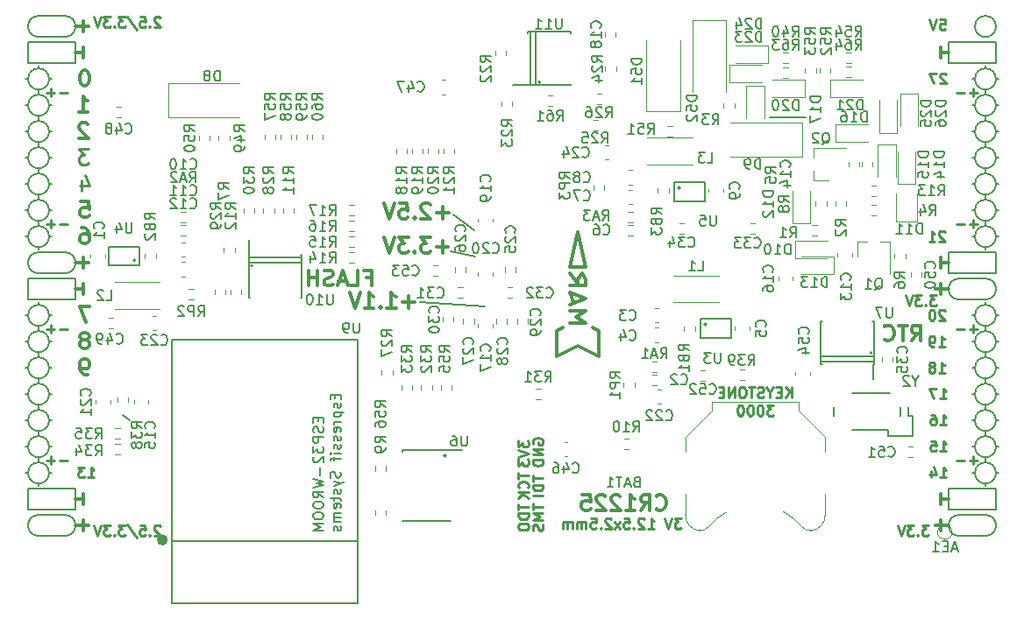
<source format=gbo>
G04 #@! TF.GenerationSoftware,KiCad,Pcbnew,5.0.0-rc2-dev-unknown+dfsg1+20180318-2*
G04 #@! TF.CreationDate,2018-05-20T11:16:33+02:00*
G04 #@! TF.ProjectId,ulx3s,756C7833732E6B696361645F70636200,rev?*
G04 #@! TF.SameCoordinates,Original*
G04 #@! TF.FileFunction,Legend,Bot*
G04 #@! TF.FilePolarity,Positive*
%FSLAX46Y46*%
G04 Gerber Fmt 4.6, Leading zero omitted, Abs format (unit mm)*
G04 Created by KiCad (PCBNEW 5.0.0-rc2-dev-unknown+dfsg1+20180318-2) date Sun May 20 11:16:33 2018*
%MOMM*%
%LPD*%
G01*
G04 APERTURE LIST*
%ADD10C,0.250000*%
%ADD11C,0.200000*%
%ADD12C,0.300000*%
%ADD13C,0.150000*%
%ADD14C,0.120000*%
%ADD15C,0.500000*%
G04 APERTURE END LIST*
D10*
X182887904Y-82575619D02*
X182840285Y-82528000D01*
X182745047Y-82480380D01*
X182506952Y-82480380D01*
X182411714Y-82528000D01*
X182364095Y-82575619D01*
X182316476Y-82670857D01*
X182316476Y-82766095D01*
X182364095Y-82908952D01*
X182935523Y-83480380D01*
X182316476Y-83480380D01*
X181364095Y-83480380D02*
X181935523Y-83480380D01*
X181649809Y-83480380D02*
X181649809Y-82480380D01*
X181745047Y-82623238D01*
X181840285Y-82718476D01*
X181935523Y-82766095D01*
X182887904Y-90195619D02*
X182840285Y-90148000D01*
X182745047Y-90100380D01*
X182506952Y-90100380D01*
X182411714Y-90148000D01*
X182364095Y-90195619D01*
X182316476Y-90290857D01*
X182316476Y-90386095D01*
X182364095Y-90528952D01*
X182935523Y-91100380D01*
X182316476Y-91100380D01*
X181697428Y-90100380D02*
X181602190Y-90100380D01*
X181506952Y-90148000D01*
X181459333Y-90195619D01*
X181411714Y-90290857D01*
X181364095Y-90481333D01*
X181364095Y-90719428D01*
X181411714Y-90909904D01*
X181459333Y-91005142D01*
X181506952Y-91052761D01*
X181602190Y-91100380D01*
X181697428Y-91100380D01*
X181792666Y-91052761D01*
X181840285Y-91005142D01*
X181887904Y-90909904D01*
X181935523Y-90719428D01*
X181935523Y-90481333D01*
X181887904Y-90290857D01*
X181840285Y-90195619D01*
X181792666Y-90148000D01*
X181697428Y-90100380D01*
X182316476Y-93640380D02*
X182887904Y-93640380D01*
X182602190Y-93640380D02*
X182602190Y-92640380D01*
X182697428Y-92783238D01*
X182792666Y-92878476D01*
X182887904Y-92926095D01*
X181840285Y-93640380D02*
X181649809Y-93640380D01*
X181554571Y-93592761D01*
X181506952Y-93545142D01*
X181411714Y-93402285D01*
X181364095Y-93211809D01*
X181364095Y-92830857D01*
X181411714Y-92735619D01*
X181459333Y-92688000D01*
X181554571Y-92640380D01*
X181745047Y-92640380D01*
X181840285Y-92688000D01*
X181887904Y-92735619D01*
X181935523Y-92830857D01*
X181935523Y-93068952D01*
X181887904Y-93164190D01*
X181840285Y-93211809D01*
X181745047Y-93259428D01*
X181554571Y-93259428D01*
X181459333Y-93211809D01*
X181411714Y-93164190D01*
X181364095Y-93068952D01*
X182316476Y-96180380D02*
X182887904Y-96180380D01*
X182602190Y-96180380D02*
X182602190Y-95180380D01*
X182697428Y-95323238D01*
X182792666Y-95418476D01*
X182887904Y-95466095D01*
X181745047Y-95608952D02*
X181840285Y-95561333D01*
X181887904Y-95513714D01*
X181935523Y-95418476D01*
X181935523Y-95370857D01*
X181887904Y-95275619D01*
X181840285Y-95228000D01*
X181745047Y-95180380D01*
X181554571Y-95180380D01*
X181459333Y-95228000D01*
X181411714Y-95275619D01*
X181364095Y-95370857D01*
X181364095Y-95418476D01*
X181411714Y-95513714D01*
X181459333Y-95561333D01*
X181554571Y-95608952D01*
X181745047Y-95608952D01*
X181840285Y-95656571D01*
X181887904Y-95704190D01*
X181935523Y-95799428D01*
X181935523Y-95989904D01*
X181887904Y-96085142D01*
X181840285Y-96132761D01*
X181745047Y-96180380D01*
X181554571Y-96180380D01*
X181459333Y-96132761D01*
X181411714Y-96085142D01*
X181364095Y-95989904D01*
X181364095Y-95799428D01*
X181411714Y-95704190D01*
X181459333Y-95656571D01*
X181554571Y-95608952D01*
D11*
X104148000Y-100808000D02*
X103513000Y-100300000D01*
X169426000Y-71471000D02*
X165997000Y-71471000D01*
D12*
X127003714Y-86984857D02*
X127503714Y-86984857D01*
X127503714Y-87770571D02*
X127503714Y-86270571D01*
X126789428Y-86270571D01*
X125503714Y-87770571D02*
X126218000Y-87770571D01*
X126218000Y-86270571D01*
X125075142Y-87342000D02*
X124360857Y-87342000D01*
X125218000Y-87770571D02*
X124718000Y-86270571D01*
X124218000Y-87770571D01*
X123789428Y-87699142D02*
X123575142Y-87770571D01*
X123218000Y-87770571D01*
X123075142Y-87699142D01*
X123003714Y-87627714D01*
X122932285Y-87484857D01*
X122932285Y-87342000D01*
X123003714Y-87199142D01*
X123075142Y-87127714D01*
X123218000Y-87056285D01*
X123503714Y-86984857D01*
X123646571Y-86913428D01*
X123718000Y-86842000D01*
X123789428Y-86699142D01*
X123789428Y-86556285D01*
X123718000Y-86413428D01*
X123646571Y-86342000D01*
X123503714Y-86270571D01*
X123146571Y-86270571D01*
X122932285Y-86342000D01*
X122289428Y-87770571D02*
X122289428Y-86270571D01*
X122289428Y-86984857D02*
X121432285Y-86984857D01*
X121432285Y-87770571D02*
X121432285Y-86270571D01*
D10*
X157418095Y-110252380D02*
X156799047Y-110252380D01*
X157132380Y-110633333D01*
X156989523Y-110633333D01*
X156894285Y-110680952D01*
X156846666Y-110728571D01*
X156799047Y-110823809D01*
X156799047Y-111061904D01*
X156846666Y-111157142D01*
X156894285Y-111204761D01*
X156989523Y-111252380D01*
X157275238Y-111252380D01*
X157370476Y-111204761D01*
X157418095Y-111157142D01*
X156513333Y-110252380D02*
X156180000Y-111252380D01*
X155846666Y-110252380D01*
X154227619Y-111252380D02*
X154799047Y-111252380D01*
X154513333Y-111252380D02*
X154513333Y-110252380D01*
X154608571Y-110395238D01*
X154703809Y-110490476D01*
X154799047Y-110538095D01*
X153846666Y-110347619D02*
X153799047Y-110300000D01*
X153703809Y-110252380D01*
X153465714Y-110252380D01*
X153370476Y-110300000D01*
X153322857Y-110347619D01*
X153275238Y-110442857D01*
X153275238Y-110538095D01*
X153322857Y-110680952D01*
X153894285Y-111252380D01*
X153275238Y-111252380D01*
X152846666Y-111157142D02*
X152799047Y-111204761D01*
X152846666Y-111252380D01*
X152894285Y-111204761D01*
X152846666Y-111157142D01*
X152846666Y-111252380D01*
X151894285Y-110252380D02*
X152370476Y-110252380D01*
X152418095Y-110728571D01*
X152370476Y-110680952D01*
X152275238Y-110633333D01*
X152037142Y-110633333D01*
X151941904Y-110680952D01*
X151894285Y-110728571D01*
X151846666Y-110823809D01*
X151846666Y-111061904D01*
X151894285Y-111157142D01*
X151941904Y-111204761D01*
X152037142Y-111252380D01*
X152275238Y-111252380D01*
X152370476Y-111204761D01*
X152418095Y-111157142D01*
X151513333Y-111252380D02*
X150989523Y-110585714D01*
X151513333Y-110585714D02*
X150989523Y-111252380D01*
X150656190Y-110347619D02*
X150608571Y-110300000D01*
X150513333Y-110252380D01*
X150275238Y-110252380D01*
X150180000Y-110300000D01*
X150132380Y-110347619D01*
X150084761Y-110442857D01*
X150084761Y-110538095D01*
X150132380Y-110680952D01*
X150703809Y-111252380D01*
X150084761Y-111252380D01*
X149656190Y-111157142D02*
X149608571Y-111204761D01*
X149656190Y-111252380D01*
X149703809Y-111204761D01*
X149656190Y-111157142D01*
X149656190Y-111252380D01*
X148703809Y-110252380D02*
X149180000Y-110252380D01*
X149227619Y-110728571D01*
X149180000Y-110680952D01*
X149084761Y-110633333D01*
X148846666Y-110633333D01*
X148751428Y-110680952D01*
X148703809Y-110728571D01*
X148656190Y-110823809D01*
X148656190Y-111061904D01*
X148703809Y-111157142D01*
X148751428Y-111204761D01*
X148846666Y-111252380D01*
X149084761Y-111252380D01*
X149180000Y-111204761D01*
X149227619Y-111157142D01*
X148227619Y-111252380D02*
X148227619Y-110585714D01*
X148227619Y-110680952D02*
X148180000Y-110633333D01*
X148084761Y-110585714D01*
X147941904Y-110585714D01*
X147846666Y-110633333D01*
X147799047Y-110728571D01*
X147799047Y-111252380D01*
X147799047Y-110728571D02*
X147751428Y-110633333D01*
X147656190Y-110585714D01*
X147513333Y-110585714D01*
X147418095Y-110633333D01*
X147370476Y-110728571D01*
X147370476Y-111252380D01*
X146894285Y-111252380D02*
X146894285Y-110585714D01*
X146894285Y-110680952D02*
X146846666Y-110633333D01*
X146751428Y-110585714D01*
X146608571Y-110585714D01*
X146513333Y-110633333D01*
X146465714Y-110728571D01*
X146465714Y-111252380D01*
X146465714Y-110728571D02*
X146418095Y-110633333D01*
X146322857Y-110585714D01*
X146180000Y-110585714D01*
X146084761Y-110633333D01*
X146037142Y-110728571D01*
X146037142Y-111252380D01*
D11*
X134755000Y-104237000D02*
G75*
G03X134755000Y-104237000I-127000J0D01*
G01*
X135390000Y-80869000D02*
X137422000Y-82393000D01*
X135136000Y-84425000D02*
X137549000Y-84933000D01*
X132215000Y-89378000D02*
X138438000Y-89759000D01*
D10*
X168085000Y-98577380D02*
X168085000Y-97577380D01*
X167513571Y-98577380D02*
X167942142Y-98005952D01*
X167513571Y-97577380D02*
X168085000Y-98148809D01*
X167085000Y-98053571D02*
X166751666Y-98053571D01*
X166608809Y-98577380D02*
X167085000Y-98577380D01*
X167085000Y-97577380D01*
X166608809Y-97577380D01*
X165989761Y-98101190D02*
X165989761Y-98577380D01*
X166323095Y-97577380D02*
X165989761Y-98101190D01*
X165656428Y-97577380D01*
X165370714Y-98529761D02*
X165227857Y-98577380D01*
X164989761Y-98577380D01*
X164894523Y-98529761D01*
X164846904Y-98482142D01*
X164799285Y-98386904D01*
X164799285Y-98291666D01*
X164846904Y-98196428D01*
X164894523Y-98148809D01*
X164989761Y-98101190D01*
X165180238Y-98053571D01*
X165275476Y-98005952D01*
X165323095Y-97958333D01*
X165370714Y-97863095D01*
X165370714Y-97767857D01*
X165323095Y-97672619D01*
X165275476Y-97625000D01*
X165180238Y-97577380D01*
X164942142Y-97577380D01*
X164799285Y-97625000D01*
X164513571Y-97577380D02*
X163942142Y-97577380D01*
X164227857Y-98577380D02*
X164227857Y-97577380D01*
X163418333Y-97577380D02*
X163227857Y-97577380D01*
X163132619Y-97625000D01*
X163037380Y-97720238D01*
X162989761Y-97910714D01*
X162989761Y-98244047D01*
X163037380Y-98434523D01*
X163132619Y-98529761D01*
X163227857Y-98577380D01*
X163418333Y-98577380D01*
X163513571Y-98529761D01*
X163608809Y-98434523D01*
X163656428Y-98244047D01*
X163656428Y-97910714D01*
X163608809Y-97720238D01*
X163513571Y-97625000D01*
X163418333Y-97577380D01*
X162561190Y-98577380D02*
X162561190Y-97577380D01*
X161989761Y-98577380D01*
X161989761Y-97577380D01*
X161513571Y-98053571D02*
X161180238Y-98053571D01*
X161037380Y-98577380D02*
X161513571Y-98577380D01*
X161513571Y-97577380D01*
X161037380Y-97577380D01*
X166346904Y-99327380D02*
X165727857Y-99327380D01*
X166061190Y-99708333D01*
X165918333Y-99708333D01*
X165823095Y-99755952D01*
X165775476Y-99803571D01*
X165727857Y-99898809D01*
X165727857Y-100136904D01*
X165775476Y-100232142D01*
X165823095Y-100279761D01*
X165918333Y-100327380D01*
X166204047Y-100327380D01*
X166299285Y-100279761D01*
X166346904Y-100232142D01*
X165108809Y-99327380D02*
X165013571Y-99327380D01*
X164918333Y-99375000D01*
X164870714Y-99422619D01*
X164823095Y-99517857D01*
X164775476Y-99708333D01*
X164775476Y-99946428D01*
X164823095Y-100136904D01*
X164870714Y-100232142D01*
X164918333Y-100279761D01*
X165013571Y-100327380D01*
X165108809Y-100327380D01*
X165204047Y-100279761D01*
X165251666Y-100232142D01*
X165299285Y-100136904D01*
X165346904Y-99946428D01*
X165346904Y-99708333D01*
X165299285Y-99517857D01*
X165251666Y-99422619D01*
X165204047Y-99375000D01*
X165108809Y-99327380D01*
X164156428Y-99327380D02*
X164061190Y-99327380D01*
X163965952Y-99375000D01*
X163918333Y-99422619D01*
X163870714Y-99517857D01*
X163823095Y-99708333D01*
X163823095Y-99946428D01*
X163870714Y-100136904D01*
X163918333Y-100232142D01*
X163965952Y-100279761D01*
X164061190Y-100327380D01*
X164156428Y-100327380D01*
X164251666Y-100279761D01*
X164299285Y-100232142D01*
X164346904Y-100136904D01*
X164394523Y-99946428D01*
X164394523Y-99708333D01*
X164346904Y-99517857D01*
X164299285Y-99422619D01*
X164251666Y-99375000D01*
X164156428Y-99327380D01*
X163204047Y-99327380D02*
X163108809Y-99327380D01*
X163013571Y-99375000D01*
X162965952Y-99422619D01*
X162918333Y-99517857D01*
X162870714Y-99708333D01*
X162870714Y-99946428D01*
X162918333Y-100136904D01*
X162965952Y-100232142D01*
X163013571Y-100279761D01*
X163108809Y-100327380D01*
X163204047Y-100327380D01*
X163299285Y-100279761D01*
X163346904Y-100232142D01*
X163394523Y-100136904D01*
X163442142Y-99946428D01*
X163442142Y-99708333D01*
X163394523Y-99517857D01*
X163346904Y-99422619D01*
X163299285Y-99375000D01*
X163204047Y-99327380D01*
D12*
X182492000Y-87582000D02*
X182492000Y-88598000D01*
X183254000Y-88090000D02*
X181984000Y-88090000D01*
X182492000Y-110442000D02*
X182492000Y-111458000D01*
X183254000Y-110950000D02*
X181984000Y-110950000D01*
X99688000Y-62182000D02*
X99688000Y-63198000D01*
X98926000Y-62690000D02*
X100196000Y-62690000D01*
X99688000Y-110442000D02*
X99688000Y-111458000D01*
X98926000Y-110950000D02*
X100196000Y-110950000D01*
X99688000Y-85042000D02*
X99688000Y-86058000D01*
X98926000Y-85550000D02*
X100196000Y-85550000D01*
D11*
X187826000Y-62690000D02*
G75*
G03X187826000Y-62690000I-1016000J0D01*
G01*
X184270000Y-87074000D02*
X186810000Y-87074000D01*
X184270000Y-89106000D02*
X186810000Y-89106000D01*
X184270000Y-87074000D02*
G75*
G03X184270000Y-89106000I0J-1016000D01*
G01*
X186810000Y-89106000D02*
G75*
G03X186810000Y-87074000I0J1016000D01*
G01*
X184270000Y-111966000D02*
X186810000Y-111966000D01*
X184270000Y-109934000D02*
X186810000Y-109934000D01*
X184270000Y-109934000D02*
G75*
G03X184270000Y-111966000I0J-1016000D01*
G01*
X186810000Y-111966000D02*
G75*
G03X186810000Y-109934000I0J1016000D01*
G01*
X97910000Y-63706000D02*
G75*
G03X97910000Y-61674000I0J1016000D01*
G01*
X95370000Y-61674000D02*
X97910000Y-61674000D01*
X95370000Y-63706000D02*
X97910000Y-63706000D01*
X95370000Y-61674000D02*
G75*
G03X95370000Y-63706000I0J-1016000D01*
G01*
X95370000Y-86566000D02*
X97910000Y-86566000D01*
X95370000Y-84534000D02*
X97910000Y-84534000D01*
X95370000Y-84534000D02*
G75*
G03X95370000Y-86566000I0J-1016000D01*
G01*
X97910000Y-86566000D02*
G75*
G03X97910000Y-84534000I0J1016000D01*
G01*
X95370000Y-111966000D02*
X97910000Y-111966000D01*
X95370000Y-109934000D02*
X97910000Y-109934000D01*
X95370000Y-109934000D02*
G75*
G03X95370000Y-111966000I0J-1016000D01*
G01*
X97910000Y-111966000D02*
G75*
G03X97910000Y-109934000I0J1016000D01*
G01*
X98926000Y-107394000D02*
X94354000Y-107394000D01*
X98926000Y-109426000D02*
X98926000Y-107394000D01*
X94354000Y-109426000D02*
X98926000Y-109426000D01*
X94354000Y-107394000D02*
X94354000Y-109426000D01*
X187826000Y-107394000D02*
X183254000Y-107394000D01*
X187826000Y-109426000D02*
X187826000Y-107394000D01*
X183254000Y-109426000D02*
X187826000Y-109426000D01*
X183254000Y-107394000D02*
X183254000Y-109426000D01*
X187826000Y-84534000D02*
X183254000Y-84534000D01*
X187826000Y-86566000D02*
X187826000Y-84534000D01*
X183254000Y-86566000D02*
X187826000Y-86566000D01*
X183254000Y-84534000D02*
X183254000Y-86566000D01*
X187826000Y-64214000D02*
X183254000Y-64214000D01*
X187826000Y-66246000D02*
X187826000Y-64214000D01*
X183254000Y-66246000D02*
X187826000Y-66246000D01*
X183254000Y-64214000D02*
X183254000Y-66246000D01*
X98926000Y-64214000D02*
X94354000Y-64214000D01*
X98926000Y-66246000D02*
X98926000Y-64214000D01*
X94354000Y-66246000D02*
X98926000Y-66246000D01*
X94354000Y-64214000D02*
X94354000Y-66246000D01*
X98926000Y-87074000D02*
X94354000Y-87074000D01*
X98926000Y-89106000D02*
X98926000Y-87074000D01*
X94354000Y-89106000D02*
X98926000Y-89106000D01*
X94354000Y-87074000D02*
X94354000Y-89106000D01*
D10*
X186032000Y-91971428D02*
X185270095Y-91971428D01*
X185651047Y-92352380D02*
X185651047Y-91590476D01*
X184793904Y-91971428D02*
X184032000Y-91971428D01*
X186032000Y-69111428D02*
X185270095Y-69111428D01*
X185651047Y-69492380D02*
X185651047Y-68730476D01*
X184793904Y-69111428D02*
X184032000Y-69111428D01*
X186032000Y-81811428D02*
X185270095Y-81811428D01*
X185651047Y-82192380D02*
X185651047Y-81430476D01*
X184793904Y-81811428D02*
X184032000Y-81811428D01*
X186032000Y-104671428D02*
X185270095Y-104671428D01*
X185651047Y-105052380D02*
X185651047Y-104290476D01*
X184793904Y-104671428D02*
X184032000Y-104671428D01*
X98148000Y-104671428D02*
X97386095Y-104671428D01*
X96909904Y-104671428D02*
X96148000Y-104671428D01*
X96528952Y-105052380D02*
X96528952Y-104290476D01*
X98148000Y-91971428D02*
X97386095Y-91971428D01*
X96909904Y-91971428D02*
X96148000Y-91971428D01*
X96528952Y-92352380D02*
X96528952Y-91590476D01*
X98148000Y-81811428D02*
X97386095Y-81811428D01*
X96909904Y-81811428D02*
X96148000Y-81811428D01*
X96528952Y-82192380D02*
X96528952Y-81430476D01*
X98148000Y-69111428D02*
X97386095Y-69111428D01*
X96909904Y-69111428D02*
X96148000Y-69111428D01*
X96528952Y-69492380D02*
X96528952Y-68730476D01*
D12*
X182492000Y-107902000D02*
X182492000Y-108918000D01*
X183254000Y-108410000D02*
X182492000Y-108410000D01*
D11*
X95370000Y-96726000D02*
X95370000Y-97234000D01*
X96386000Y-95710000D02*
X96640000Y-95710000D01*
X94354000Y-95710000D02*
X94100000Y-95710000D01*
X187826000Y-98250000D02*
X188080000Y-98250000D01*
X187826000Y-83010000D02*
X188080000Y-83010000D01*
X95370000Y-107140000D02*
X95370000Y-106886000D01*
X96386000Y-105870000D02*
X96640000Y-105870000D01*
X94354000Y-105870000D02*
X94100000Y-105870000D01*
X94354000Y-103330000D02*
X94100000Y-103330000D01*
X95370000Y-104346000D02*
X95370000Y-104854000D01*
X96386000Y-103330000D02*
X96640000Y-103330000D01*
X94354000Y-100790000D02*
X94100000Y-100790000D01*
X95370000Y-102314000D02*
X95370000Y-101806000D01*
X96386000Y-100790000D02*
X96640000Y-100790000D01*
X95370000Y-99266000D02*
X95370000Y-99774000D01*
X94354000Y-98250000D02*
X94100000Y-98250000D01*
X96386000Y-98250000D02*
X96640000Y-98250000D01*
X95370000Y-94186000D02*
X95370000Y-94694000D01*
X96386000Y-93170000D02*
X96640000Y-93170000D01*
X94354000Y-93170000D02*
X94100000Y-93170000D01*
X94354000Y-90630000D02*
X94100000Y-90630000D01*
X95370000Y-91646000D02*
X95370000Y-92154000D01*
X96640000Y-90630000D02*
X96386000Y-90630000D01*
X95370000Y-89360000D02*
X95370000Y-89614000D01*
X94354000Y-83010000D02*
X94100000Y-83010000D01*
X95370000Y-84280000D02*
X95370000Y-84026000D01*
X96386000Y-83010000D02*
X96640000Y-83010000D01*
X95370000Y-81486000D02*
X95370000Y-81994000D01*
X94354000Y-80470000D02*
X94100000Y-80470000D01*
X96640000Y-80470000D02*
X96386000Y-80470000D01*
X95370000Y-78946000D02*
X95370000Y-79454000D01*
X96386000Y-77930000D02*
X96640000Y-77930000D01*
X94354000Y-77930000D02*
X94100000Y-77930000D01*
X95370000Y-76406000D02*
X95370000Y-76914000D01*
X94354000Y-75390000D02*
X94100000Y-75390000D01*
X96386000Y-75390000D02*
X96640000Y-75390000D01*
X95370000Y-73866000D02*
X95370000Y-74374000D01*
X96386000Y-72850000D02*
X96640000Y-72850000D01*
X94100000Y-72850000D02*
X94354000Y-72850000D01*
X94354000Y-70310000D02*
X94100000Y-70310000D01*
X96640000Y-70310000D02*
X96386000Y-70310000D01*
X95370000Y-71326000D02*
X95370000Y-71834000D01*
X95370000Y-68786000D02*
X95370000Y-69294000D01*
X96386000Y-67770000D02*
X96640000Y-67770000D01*
X94354000Y-67770000D02*
X94100000Y-67770000D01*
X95370000Y-66500000D02*
X95370000Y-66754000D01*
X187826000Y-105870000D02*
X188080000Y-105870000D01*
X186810000Y-107140000D02*
X186810000Y-106886000D01*
X185540000Y-105870000D02*
X185794000Y-105870000D01*
X186810000Y-104346000D02*
X186810000Y-104854000D01*
X187826000Y-103330000D02*
X188080000Y-103330000D01*
X185540000Y-103330000D02*
X185794000Y-103330000D01*
X186810000Y-101806000D02*
X186810000Y-102314000D01*
X187826000Y-100790000D02*
X188080000Y-100790000D01*
X185540000Y-100790000D02*
X185794000Y-100790000D01*
X186810000Y-99266000D02*
X186810000Y-99774000D01*
X185540000Y-98250000D02*
X185794000Y-98250000D01*
X186810000Y-97234000D02*
X186810000Y-96726000D01*
X187826000Y-95710000D02*
X188080000Y-95710000D01*
X185540000Y-95710000D02*
X185794000Y-95710000D01*
X186810000Y-94694000D02*
X186810000Y-94186000D01*
X187826000Y-93170000D02*
X188080000Y-93170000D01*
X185540000Y-93170000D02*
X185794000Y-93170000D01*
X186810000Y-92154000D02*
X186810000Y-91646000D01*
X187826000Y-90630000D02*
X188080000Y-90630000D01*
X185540000Y-90630000D02*
X185794000Y-90630000D01*
X186810000Y-89360000D02*
X186810000Y-89614000D01*
X186810000Y-84280000D02*
X186810000Y-84026000D01*
X185540000Y-83010000D02*
X185794000Y-83010000D01*
X186810000Y-81994000D02*
X186810000Y-81486000D01*
X185794000Y-80470000D02*
X185540000Y-80470000D01*
X187826000Y-80470000D02*
X188080000Y-80470000D01*
X186810000Y-78946000D02*
X186810000Y-79454000D01*
X185794000Y-77930000D02*
X185540000Y-77930000D01*
X187826000Y-77930000D02*
X188080000Y-77930000D01*
X186810000Y-76406000D02*
X186810000Y-76914000D01*
X186810000Y-73866000D02*
X186810000Y-74374000D01*
X185794000Y-75390000D02*
X185540000Y-75390000D01*
X187826000Y-75390000D02*
X188080000Y-75390000D01*
X187826000Y-72850000D02*
X188080000Y-72850000D01*
X185540000Y-72850000D02*
X185794000Y-72850000D01*
X186810000Y-71834000D02*
X186810000Y-71326000D01*
X187826000Y-70310000D02*
X188080000Y-70310000D01*
X185540000Y-70310000D02*
X185794000Y-70310000D01*
X187826000Y-67770000D02*
X188080000Y-67770000D01*
X186810000Y-68786000D02*
X186810000Y-69294000D01*
X185540000Y-67770000D02*
X185794000Y-67770000D01*
X186810000Y-66500000D02*
X186810000Y-66754000D01*
X187826000Y-67770000D02*
G75*
G03X187826000Y-67770000I-1016000J0D01*
G01*
X187826000Y-70310000D02*
G75*
G03X187826000Y-70310000I-1016000J0D01*
G01*
X187826000Y-72850000D02*
G75*
G03X187826000Y-72850000I-1016000J0D01*
G01*
X187826000Y-75390000D02*
G75*
G03X187826000Y-75390000I-1016000J0D01*
G01*
X187826000Y-77930000D02*
G75*
G03X187826000Y-77930000I-1016000J0D01*
G01*
X187826000Y-80470000D02*
G75*
G03X187826000Y-80470000I-1016000J0D01*
G01*
X187826000Y-83010000D02*
G75*
G03X187826000Y-83010000I-1016000J0D01*
G01*
X187826000Y-90630000D02*
G75*
G03X187826000Y-90630000I-1016000J0D01*
G01*
X187826000Y-93170000D02*
G75*
G03X187826000Y-93170000I-1016000J0D01*
G01*
X187826000Y-95710000D02*
G75*
G03X187826000Y-95710000I-1016000J0D01*
G01*
X187826000Y-98250000D02*
G75*
G03X187826000Y-98250000I-1016000J0D01*
G01*
X187826000Y-100790000D02*
G75*
G03X187826000Y-100790000I-1016000J0D01*
G01*
X187826000Y-103330000D02*
G75*
G03X187826000Y-103330000I-1016000J0D01*
G01*
X187826000Y-105870000D02*
G75*
G03X187826000Y-105870000I-1016000J0D01*
G01*
X96386000Y-105870000D02*
G75*
G03X96386000Y-105870000I-1016000J0D01*
G01*
X96386000Y-103330000D02*
G75*
G03X96386000Y-103330000I-1016000J0D01*
G01*
X96386000Y-100790000D02*
G75*
G03X96386000Y-100790000I-1016000J0D01*
G01*
X96386000Y-98250000D02*
G75*
G03X96386000Y-98250000I-1016000J0D01*
G01*
X96386000Y-95710000D02*
G75*
G03X96386000Y-95710000I-1016000J0D01*
G01*
X96386000Y-93170000D02*
G75*
G03X96386000Y-93170000I-1016000J0D01*
G01*
X96386000Y-90630000D02*
G75*
G03X96386000Y-90630000I-1016000J0D01*
G01*
X96386000Y-83010000D02*
G75*
G03X96386000Y-83010000I-1016000J0D01*
G01*
X96386000Y-80470000D02*
G75*
G03X96386000Y-80470000I-1016000J0D01*
G01*
X96386000Y-77930000D02*
G75*
G03X96386000Y-77930000I-1016000J0D01*
G01*
X96386000Y-75390000D02*
G75*
G03X96386000Y-75390000I-1016000J0D01*
G01*
X96386000Y-72850000D02*
G75*
G03X96386000Y-72850000I-1016000J0D01*
G01*
X96386000Y-70310000D02*
G75*
G03X96386000Y-70310000I-1016000J0D01*
G01*
X96386000Y-67770000D02*
G75*
G03X96386000Y-67770000I-1016000J0D01*
G01*
D10*
X182428476Y-62015380D02*
X182904666Y-62015380D01*
X182952285Y-62491571D01*
X182904666Y-62443952D01*
X182809428Y-62396333D01*
X182571333Y-62396333D01*
X182476095Y-62443952D01*
X182428476Y-62491571D01*
X182380857Y-62586809D01*
X182380857Y-62824904D01*
X182428476Y-62920142D01*
X182476095Y-62967761D01*
X182571333Y-63015380D01*
X182809428Y-63015380D01*
X182904666Y-62967761D01*
X182952285Y-62920142D01*
X182095142Y-62015380D02*
X181761809Y-63015380D01*
X181428476Y-62015380D01*
D12*
X182492000Y-64722000D02*
X182492000Y-65738000D01*
X183254000Y-65230000D02*
X182492000Y-65230000D01*
D10*
X182999904Y-67317619D02*
X182952285Y-67270000D01*
X182857047Y-67222380D01*
X182618952Y-67222380D01*
X182523714Y-67270000D01*
X182476095Y-67317619D01*
X182428476Y-67412857D01*
X182428476Y-67508095D01*
X182476095Y-67650952D01*
X183047523Y-68222380D01*
X182428476Y-68222380D01*
X182095142Y-67222380D02*
X181428476Y-67222380D01*
X181857047Y-68222380D01*
D12*
X182492000Y-85042000D02*
X182492000Y-86058000D01*
X183254000Y-85550000D02*
X182492000Y-85550000D01*
D10*
X182078190Y-88703380D02*
X181459142Y-88703380D01*
X181792476Y-89084333D01*
X181649619Y-89084333D01*
X181554380Y-89131952D01*
X181506761Y-89179571D01*
X181459142Y-89274809D01*
X181459142Y-89512904D01*
X181506761Y-89608142D01*
X181554380Y-89655761D01*
X181649619Y-89703380D01*
X181935333Y-89703380D01*
X182030571Y-89655761D01*
X182078190Y-89608142D01*
X181030571Y-89608142D02*
X180982952Y-89655761D01*
X181030571Y-89703380D01*
X181078190Y-89655761D01*
X181030571Y-89608142D01*
X181030571Y-89703380D01*
X180649619Y-88703380D02*
X180030571Y-88703380D01*
X180363904Y-89084333D01*
X180221047Y-89084333D01*
X180125809Y-89131952D01*
X180078190Y-89179571D01*
X180030571Y-89274809D01*
X180030571Y-89512904D01*
X180078190Y-89608142D01*
X180125809Y-89655761D01*
X180221047Y-89703380D01*
X180506761Y-89703380D01*
X180602000Y-89655761D01*
X180649619Y-89608142D01*
X179744857Y-88703380D02*
X179411523Y-89703380D01*
X179078190Y-88703380D01*
X182428476Y-98702380D02*
X182999904Y-98702380D01*
X182714190Y-98702380D02*
X182714190Y-97702380D01*
X182809428Y-97845238D01*
X182904666Y-97940476D01*
X182999904Y-97988095D01*
X182095142Y-97702380D02*
X181428476Y-97702380D01*
X181857047Y-98702380D01*
X182428476Y-101242380D02*
X182999904Y-101242380D01*
X182714190Y-101242380D02*
X182714190Y-100242380D01*
X182809428Y-100385238D01*
X182904666Y-100480476D01*
X182999904Y-100528095D01*
X181571333Y-100242380D02*
X181761809Y-100242380D01*
X181857047Y-100290000D01*
X181904666Y-100337619D01*
X181999904Y-100480476D01*
X182047523Y-100670952D01*
X182047523Y-101051904D01*
X181999904Y-101147142D01*
X181952285Y-101194761D01*
X181857047Y-101242380D01*
X181666571Y-101242380D01*
X181571333Y-101194761D01*
X181523714Y-101147142D01*
X181476095Y-101051904D01*
X181476095Y-100813809D01*
X181523714Y-100718571D01*
X181571333Y-100670952D01*
X181666571Y-100623333D01*
X181857047Y-100623333D01*
X181952285Y-100670952D01*
X181999904Y-100718571D01*
X182047523Y-100813809D01*
X182428476Y-103782380D02*
X182999904Y-103782380D01*
X182714190Y-103782380D02*
X182714190Y-102782380D01*
X182809428Y-102925238D01*
X182904666Y-103020476D01*
X182999904Y-103068095D01*
X181523714Y-102782380D02*
X181999904Y-102782380D01*
X182047523Y-103258571D01*
X181999904Y-103210952D01*
X181904666Y-103163333D01*
X181666571Y-103163333D01*
X181571333Y-103210952D01*
X181523714Y-103258571D01*
X181476095Y-103353809D01*
X181476095Y-103591904D01*
X181523714Y-103687142D01*
X181571333Y-103734761D01*
X181666571Y-103782380D01*
X181904666Y-103782380D01*
X181999904Y-103734761D01*
X182047523Y-103687142D01*
X182428476Y-106322380D02*
X182999904Y-106322380D01*
X182714190Y-106322380D02*
X182714190Y-105322380D01*
X182809428Y-105465238D01*
X182904666Y-105560476D01*
X182999904Y-105608095D01*
X181571333Y-105655714D02*
X181571333Y-106322380D01*
X181809428Y-105274761D02*
X182047523Y-105989047D01*
X181428476Y-105989047D01*
X181312642Y-110928380D02*
X180693595Y-110928380D01*
X181026928Y-111309333D01*
X180884071Y-111309333D01*
X180788833Y-111356952D01*
X180741214Y-111404571D01*
X180693595Y-111499809D01*
X180693595Y-111737904D01*
X180741214Y-111833142D01*
X180788833Y-111880761D01*
X180884071Y-111928380D01*
X181169785Y-111928380D01*
X181265023Y-111880761D01*
X181312642Y-111833142D01*
X180265023Y-111833142D02*
X180217404Y-111880761D01*
X180265023Y-111928380D01*
X180312642Y-111880761D01*
X180265023Y-111833142D01*
X180265023Y-111928380D01*
X179884071Y-110928380D02*
X179265023Y-110928380D01*
X179598357Y-111309333D01*
X179455500Y-111309333D01*
X179360261Y-111356952D01*
X179312642Y-111404571D01*
X179265023Y-111499809D01*
X179265023Y-111737904D01*
X179312642Y-111833142D01*
X179360261Y-111880761D01*
X179455500Y-111928380D01*
X179741214Y-111928380D01*
X179836452Y-111880761D01*
X179884071Y-111833142D01*
X178979309Y-110928380D02*
X178645976Y-111928380D01*
X178312642Y-110928380D01*
D12*
X99688000Y-108918000D02*
X99688000Y-107902000D01*
X98926000Y-108410000D02*
X99688000Y-108410000D01*
X99688000Y-88598000D02*
X99688000Y-87582000D01*
X98926000Y-88090000D02*
X99688000Y-88090000D01*
X99688000Y-64722000D02*
X99688000Y-65738000D01*
X98926000Y-65230000D02*
X99688000Y-65230000D01*
D10*
X107103690Y-111023619D02*
X107056071Y-110976000D01*
X106960833Y-110928380D01*
X106722738Y-110928380D01*
X106627500Y-110976000D01*
X106579880Y-111023619D01*
X106532261Y-111118857D01*
X106532261Y-111214095D01*
X106579880Y-111356952D01*
X107151309Y-111928380D01*
X106532261Y-111928380D01*
X106103690Y-111833142D02*
X106056071Y-111880761D01*
X106103690Y-111928380D01*
X106151309Y-111880761D01*
X106103690Y-111833142D01*
X106103690Y-111928380D01*
X105151309Y-110928380D02*
X105627500Y-110928380D01*
X105675119Y-111404571D01*
X105627500Y-111356952D01*
X105532261Y-111309333D01*
X105294166Y-111309333D01*
X105198928Y-111356952D01*
X105151309Y-111404571D01*
X105103690Y-111499809D01*
X105103690Y-111737904D01*
X105151309Y-111833142D01*
X105198928Y-111880761D01*
X105294166Y-111928380D01*
X105532261Y-111928380D01*
X105627500Y-111880761D01*
X105675119Y-111833142D01*
X103960833Y-110880761D02*
X104817976Y-112166476D01*
X103722738Y-110928380D02*
X103103690Y-110928380D01*
X103437023Y-111309333D01*
X103294166Y-111309333D01*
X103198928Y-111356952D01*
X103151309Y-111404571D01*
X103103690Y-111499809D01*
X103103690Y-111737904D01*
X103151309Y-111833142D01*
X103198928Y-111880761D01*
X103294166Y-111928380D01*
X103579880Y-111928380D01*
X103675119Y-111880761D01*
X103722738Y-111833142D01*
X102675119Y-111833142D02*
X102627500Y-111880761D01*
X102675119Y-111928380D01*
X102722738Y-111880761D01*
X102675119Y-111833142D01*
X102675119Y-111928380D01*
X102294166Y-110928380D02*
X101675119Y-110928380D01*
X102008452Y-111309333D01*
X101865595Y-111309333D01*
X101770357Y-111356952D01*
X101722738Y-111404571D01*
X101675119Y-111499809D01*
X101675119Y-111737904D01*
X101722738Y-111833142D01*
X101770357Y-111880761D01*
X101865595Y-111928380D01*
X102151309Y-111928380D01*
X102246547Y-111880761D01*
X102294166Y-111833142D01*
X101389404Y-110928380D02*
X101056071Y-111928380D01*
X100722738Y-110928380D01*
X100132476Y-106322380D02*
X100703904Y-106322380D01*
X100418190Y-106322380D02*
X100418190Y-105322380D01*
X100513428Y-105465238D01*
X100608666Y-105560476D01*
X100703904Y-105608095D01*
X99799142Y-105322380D02*
X99180095Y-105322380D01*
X99513428Y-105703333D01*
X99370571Y-105703333D01*
X99275333Y-105750952D01*
X99227714Y-105798571D01*
X99180095Y-105893809D01*
X99180095Y-106131904D01*
X99227714Y-106227142D01*
X99275333Y-106274761D01*
X99370571Y-106322380D01*
X99656285Y-106322380D01*
X99751523Y-106274761D01*
X99799142Y-106227142D01*
D12*
X100100714Y-96388571D02*
X99815000Y-96388571D01*
X99672142Y-96317142D01*
X99600714Y-96245714D01*
X99457857Y-96031428D01*
X99386428Y-95745714D01*
X99386428Y-95174285D01*
X99457857Y-95031428D01*
X99529285Y-94960000D01*
X99672142Y-94888571D01*
X99957857Y-94888571D01*
X100100714Y-94960000D01*
X100172142Y-95031428D01*
X100243571Y-95174285D01*
X100243571Y-95531428D01*
X100172142Y-95674285D01*
X100100714Y-95745714D01*
X99957857Y-95817142D01*
X99672142Y-95817142D01*
X99529285Y-95745714D01*
X99457857Y-95674285D01*
X99386428Y-95531428D01*
X99957857Y-92991428D02*
X100100714Y-92920000D01*
X100172142Y-92848571D01*
X100243571Y-92705714D01*
X100243571Y-92634285D01*
X100172142Y-92491428D01*
X100100714Y-92420000D01*
X99957857Y-92348571D01*
X99672142Y-92348571D01*
X99529285Y-92420000D01*
X99457857Y-92491428D01*
X99386428Y-92634285D01*
X99386428Y-92705714D01*
X99457857Y-92848571D01*
X99529285Y-92920000D01*
X99672142Y-92991428D01*
X99957857Y-92991428D01*
X100100714Y-93062857D01*
X100172142Y-93134285D01*
X100243571Y-93277142D01*
X100243571Y-93562857D01*
X100172142Y-93705714D01*
X100100714Y-93777142D01*
X99957857Y-93848571D01*
X99672142Y-93848571D01*
X99529285Y-93777142D01*
X99457857Y-93705714D01*
X99386428Y-93562857D01*
X99386428Y-93277142D01*
X99457857Y-93134285D01*
X99529285Y-93062857D01*
X99672142Y-92991428D01*
X100315000Y-89808571D02*
X99315000Y-89808571D01*
X99957857Y-91308571D01*
X99529285Y-82188571D02*
X99815000Y-82188571D01*
X99957857Y-82260000D01*
X100029285Y-82331428D01*
X100172142Y-82545714D01*
X100243571Y-82831428D01*
X100243571Y-83402857D01*
X100172142Y-83545714D01*
X100100714Y-83617142D01*
X99957857Y-83688571D01*
X99672142Y-83688571D01*
X99529285Y-83617142D01*
X99457857Y-83545714D01*
X99386428Y-83402857D01*
X99386428Y-83045714D01*
X99457857Y-82902857D01*
X99529285Y-82831428D01*
X99672142Y-82760000D01*
X99957857Y-82760000D01*
X100100714Y-82831428D01*
X100172142Y-82902857D01*
X100243571Y-83045714D01*
X99457857Y-79648571D02*
X100172142Y-79648571D01*
X100243571Y-80362857D01*
X100172142Y-80291428D01*
X100029285Y-80220000D01*
X99672142Y-80220000D01*
X99529285Y-80291428D01*
X99457857Y-80362857D01*
X99386428Y-80505714D01*
X99386428Y-80862857D01*
X99457857Y-81005714D01*
X99529285Y-81077142D01*
X99672142Y-81148571D01*
X100029285Y-81148571D01*
X100172142Y-81077142D01*
X100243571Y-81005714D01*
D10*
X99529285Y-77608571D02*
X99529285Y-78608571D01*
X99886428Y-77037142D02*
X100243571Y-78108571D01*
X99315000Y-78108571D01*
X100188000Y-74568571D02*
X99259428Y-74568571D01*
X99759428Y-75140000D01*
X99545142Y-75140000D01*
X99402285Y-75211428D01*
X99330857Y-75282857D01*
X99259428Y-75425714D01*
X99259428Y-75782857D01*
X99330857Y-75925714D01*
X99402285Y-75997142D01*
X99545142Y-76068571D01*
X99973714Y-76068571D01*
X100116571Y-75997142D01*
X100188000Y-75925714D01*
D12*
X100116571Y-72171428D02*
X100045142Y-72100000D01*
X99902285Y-72028571D01*
X99545142Y-72028571D01*
X99402285Y-72100000D01*
X99330857Y-72171428D01*
X99259428Y-72314285D01*
X99259428Y-72457142D01*
X99330857Y-72671428D01*
X100188000Y-73528571D01*
X99259428Y-73528571D01*
X99259428Y-70988571D02*
X100116571Y-70988571D01*
X99688000Y-70988571D02*
X99688000Y-69488571D01*
X99830857Y-69702857D01*
X99973714Y-69845714D01*
X100116571Y-69917142D01*
X99886428Y-66948571D02*
X99743571Y-66948571D01*
X99600714Y-67020000D01*
X99529285Y-67091428D01*
X99457857Y-67234285D01*
X99386428Y-67520000D01*
X99386428Y-67877142D01*
X99457857Y-68162857D01*
X99529285Y-68305714D01*
X99600714Y-68377142D01*
X99743571Y-68448571D01*
X99886428Y-68448571D01*
X100029285Y-68377142D01*
X100100714Y-68305714D01*
X100172142Y-68162857D01*
X100243571Y-67877142D01*
X100243571Y-67520000D01*
X100172142Y-67234285D01*
X100100714Y-67091428D01*
X100029285Y-67020000D01*
X99886428Y-66948571D01*
D10*
X107103690Y-61874619D02*
X107056071Y-61827000D01*
X106960833Y-61779380D01*
X106722738Y-61779380D01*
X106627500Y-61827000D01*
X106579880Y-61874619D01*
X106532261Y-61969857D01*
X106532261Y-62065095D01*
X106579880Y-62207952D01*
X107151309Y-62779380D01*
X106532261Y-62779380D01*
X106103690Y-62684142D02*
X106056071Y-62731761D01*
X106103690Y-62779380D01*
X106151309Y-62731761D01*
X106103690Y-62684142D01*
X106103690Y-62779380D01*
X105151309Y-61779380D02*
X105627500Y-61779380D01*
X105675119Y-62255571D01*
X105627500Y-62207952D01*
X105532261Y-62160333D01*
X105294166Y-62160333D01*
X105198928Y-62207952D01*
X105151309Y-62255571D01*
X105103690Y-62350809D01*
X105103690Y-62588904D01*
X105151309Y-62684142D01*
X105198928Y-62731761D01*
X105294166Y-62779380D01*
X105532261Y-62779380D01*
X105627500Y-62731761D01*
X105675119Y-62684142D01*
X103960833Y-61731761D02*
X104817976Y-63017476D01*
X103722738Y-61779380D02*
X103103690Y-61779380D01*
X103437023Y-62160333D01*
X103294166Y-62160333D01*
X103198928Y-62207952D01*
X103151309Y-62255571D01*
X103103690Y-62350809D01*
X103103690Y-62588904D01*
X103151309Y-62684142D01*
X103198928Y-62731761D01*
X103294166Y-62779380D01*
X103579880Y-62779380D01*
X103675119Y-62731761D01*
X103722738Y-62684142D01*
X102675119Y-62684142D02*
X102627500Y-62731761D01*
X102675119Y-62779380D01*
X102722738Y-62731761D01*
X102675119Y-62684142D01*
X102675119Y-62779380D01*
X102294166Y-61779380D02*
X101675119Y-61779380D01*
X102008452Y-62160333D01*
X101865595Y-62160333D01*
X101770357Y-62207952D01*
X101722738Y-62255571D01*
X101675119Y-62350809D01*
X101675119Y-62588904D01*
X101722738Y-62684142D01*
X101770357Y-62731761D01*
X101865595Y-62779380D01*
X102151309Y-62779380D01*
X102246547Y-62731761D01*
X102294166Y-62684142D01*
X101389404Y-61779380D02*
X101056071Y-62779380D01*
X100722738Y-61779380D01*
D12*
X155027857Y-109335714D02*
X155099285Y-109407142D01*
X155313571Y-109478571D01*
X155456428Y-109478571D01*
X155670714Y-109407142D01*
X155813571Y-109264285D01*
X155885000Y-109121428D01*
X155956428Y-108835714D01*
X155956428Y-108621428D01*
X155885000Y-108335714D01*
X155813571Y-108192857D01*
X155670714Y-108050000D01*
X155456428Y-107978571D01*
X155313571Y-107978571D01*
X155099285Y-108050000D01*
X155027857Y-108121428D01*
X153527857Y-109478571D02*
X154027857Y-108764285D01*
X154385000Y-109478571D02*
X154385000Y-107978571D01*
X153813571Y-107978571D01*
X153670714Y-108050000D01*
X153599285Y-108121428D01*
X153527857Y-108264285D01*
X153527857Y-108478571D01*
X153599285Y-108621428D01*
X153670714Y-108692857D01*
X153813571Y-108764285D01*
X154385000Y-108764285D01*
X152099285Y-109478571D02*
X152956428Y-109478571D01*
X152527857Y-109478571D02*
X152527857Y-107978571D01*
X152670714Y-108192857D01*
X152813571Y-108335714D01*
X152956428Y-108407142D01*
X151527857Y-108121428D02*
X151456428Y-108050000D01*
X151313571Y-107978571D01*
X150956428Y-107978571D01*
X150813571Y-108050000D01*
X150742142Y-108121428D01*
X150670714Y-108264285D01*
X150670714Y-108407142D01*
X150742142Y-108621428D01*
X151599285Y-109478571D01*
X150670714Y-109478571D01*
X150099285Y-108121428D02*
X150027857Y-108050000D01*
X149885000Y-107978571D01*
X149527857Y-107978571D01*
X149385000Y-108050000D01*
X149313571Y-108121428D01*
X149242142Y-108264285D01*
X149242142Y-108407142D01*
X149313571Y-108621428D01*
X150170714Y-109478571D01*
X149242142Y-109478571D01*
X147885000Y-107978571D02*
X148599285Y-107978571D01*
X148670714Y-108692857D01*
X148599285Y-108621428D01*
X148456428Y-108550000D01*
X148099285Y-108550000D01*
X147956428Y-108621428D01*
X147885000Y-108692857D01*
X147813571Y-108835714D01*
X147813571Y-109192857D01*
X147885000Y-109335714D01*
X147956428Y-109407142D01*
X148099285Y-109478571D01*
X148456428Y-109478571D01*
X148599285Y-109407142D01*
X148670714Y-109335714D01*
X134961000Y-80722142D02*
X133818142Y-80722142D01*
X134389571Y-81293571D02*
X134389571Y-80150714D01*
X133175285Y-79936428D02*
X133103857Y-79865000D01*
X132961000Y-79793571D01*
X132603857Y-79793571D01*
X132461000Y-79865000D01*
X132389571Y-79936428D01*
X132318142Y-80079285D01*
X132318142Y-80222142D01*
X132389571Y-80436428D01*
X133246714Y-81293571D01*
X132318142Y-81293571D01*
X131675285Y-81150714D02*
X131603857Y-81222142D01*
X131675285Y-81293571D01*
X131746714Y-81222142D01*
X131675285Y-81150714D01*
X131675285Y-81293571D01*
X130246714Y-79793571D02*
X130961000Y-79793571D01*
X131032428Y-80507857D01*
X130961000Y-80436428D01*
X130818142Y-80365000D01*
X130461000Y-80365000D01*
X130318142Y-80436428D01*
X130246714Y-80507857D01*
X130175285Y-80650714D01*
X130175285Y-81007857D01*
X130246714Y-81150714D01*
X130318142Y-81222142D01*
X130461000Y-81293571D01*
X130818142Y-81293571D01*
X130961000Y-81222142D01*
X131032428Y-81150714D01*
X129746714Y-79793571D02*
X129246714Y-81293571D01*
X128746714Y-79793571D01*
X134946000Y-84024142D02*
X133803142Y-84024142D01*
X134374571Y-84595571D02*
X134374571Y-83452714D01*
X133231714Y-83095571D02*
X132303142Y-83095571D01*
X132803142Y-83667000D01*
X132588857Y-83667000D01*
X132446000Y-83738428D01*
X132374571Y-83809857D01*
X132303142Y-83952714D01*
X132303142Y-84309857D01*
X132374571Y-84452714D01*
X132446000Y-84524142D01*
X132588857Y-84595571D01*
X133017428Y-84595571D01*
X133160285Y-84524142D01*
X133231714Y-84452714D01*
X131660285Y-84452714D02*
X131588857Y-84524142D01*
X131660285Y-84595571D01*
X131731714Y-84524142D01*
X131660285Y-84452714D01*
X131660285Y-84595571D01*
X131088857Y-83095571D02*
X130160285Y-83095571D01*
X130660285Y-83667000D01*
X130446000Y-83667000D01*
X130303142Y-83738428D01*
X130231714Y-83809857D01*
X130160285Y-83952714D01*
X130160285Y-84309857D01*
X130231714Y-84452714D01*
X130303142Y-84524142D01*
X130446000Y-84595571D01*
X130874571Y-84595571D01*
X131017428Y-84524142D01*
X131088857Y-84452714D01*
X129731714Y-83095571D02*
X129231714Y-84595571D01*
X128731714Y-83095571D01*
X131659000Y-89358142D02*
X130516142Y-89358142D01*
X131087571Y-89929571D02*
X131087571Y-88786714D01*
X129016142Y-89929571D02*
X129873285Y-89929571D01*
X129444714Y-89929571D02*
X129444714Y-88429571D01*
X129587571Y-88643857D01*
X129730428Y-88786714D01*
X129873285Y-88858142D01*
X128373285Y-89786714D02*
X128301857Y-89858142D01*
X128373285Y-89929571D01*
X128444714Y-89858142D01*
X128373285Y-89786714D01*
X128373285Y-89929571D01*
X126873285Y-89929571D02*
X127730428Y-89929571D01*
X127301857Y-89929571D02*
X127301857Y-88429571D01*
X127444714Y-88643857D01*
X127587571Y-88786714D01*
X127730428Y-88858142D01*
X126444714Y-88429571D02*
X125944714Y-89929571D01*
X125444714Y-88429571D01*
D10*
X141685380Y-105854285D02*
X141685380Y-106425714D01*
X142685380Y-106140000D02*
X141685380Y-106140000D01*
X142590142Y-107330476D02*
X142637761Y-107282857D01*
X142685380Y-107140000D01*
X142685380Y-107044761D01*
X142637761Y-106901904D01*
X142542523Y-106806666D01*
X142447285Y-106759047D01*
X142256809Y-106711428D01*
X142113952Y-106711428D01*
X141923476Y-106759047D01*
X141828238Y-106806666D01*
X141733000Y-106901904D01*
X141685380Y-107044761D01*
X141685380Y-107140000D01*
X141733000Y-107282857D01*
X141780619Y-107330476D01*
X142685380Y-107759047D02*
X141685380Y-107759047D01*
X142685380Y-108330476D02*
X142113952Y-107901904D01*
X141685380Y-108330476D02*
X142256809Y-107759047D01*
X141685380Y-102726904D02*
X141685380Y-103345952D01*
X142066333Y-103012619D01*
X142066333Y-103155476D01*
X142113952Y-103250714D01*
X142161571Y-103298333D01*
X142256809Y-103345952D01*
X142494904Y-103345952D01*
X142590142Y-103298333D01*
X142637761Y-103250714D01*
X142685380Y-103155476D01*
X142685380Y-102869761D01*
X142637761Y-102774523D01*
X142590142Y-102726904D01*
X141685380Y-103631666D02*
X142685380Y-103965000D01*
X141685380Y-104298333D01*
X141685380Y-104536428D02*
X141685380Y-105155476D01*
X142066333Y-104822142D01*
X142066333Y-104965000D01*
X142113952Y-105060238D01*
X142161571Y-105107857D01*
X142256809Y-105155476D01*
X142494904Y-105155476D01*
X142590142Y-105107857D01*
X142637761Y-105060238D01*
X142685380Y-104965000D01*
X142685380Y-104679285D01*
X142637761Y-104584047D01*
X142590142Y-104536428D01*
X141685380Y-108878476D02*
X141685380Y-109449904D01*
X142685380Y-109164190D02*
X141685380Y-109164190D01*
X142685380Y-109783238D02*
X141685380Y-109783238D01*
X141685380Y-110021333D01*
X141733000Y-110164190D01*
X141828238Y-110259428D01*
X141923476Y-110307047D01*
X142113952Y-110354666D01*
X142256809Y-110354666D01*
X142447285Y-110307047D01*
X142542523Y-110259428D01*
X142637761Y-110164190D01*
X142685380Y-110021333D01*
X142685380Y-109783238D01*
X141685380Y-110973714D02*
X141685380Y-111164190D01*
X141733000Y-111259428D01*
X141828238Y-111354666D01*
X142018714Y-111402285D01*
X142352047Y-111402285D01*
X142542523Y-111354666D01*
X142637761Y-111259428D01*
X142685380Y-111164190D01*
X142685380Y-110973714D01*
X142637761Y-110878476D01*
X142542523Y-110783238D01*
X142352047Y-110735619D01*
X142018714Y-110735619D01*
X141828238Y-110783238D01*
X141733000Y-110878476D01*
X141685380Y-110973714D01*
X143130000Y-103076095D02*
X143082380Y-102980857D01*
X143082380Y-102838000D01*
X143130000Y-102695142D01*
X143225238Y-102599904D01*
X143320476Y-102552285D01*
X143510952Y-102504666D01*
X143653809Y-102504666D01*
X143844285Y-102552285D01*
X143939523Y-102599904D01*
X144034761Y-102695142D01*
X144082380Y-102838000D01*
X144082380Y-102933238D01*
X144034761Y-103076095D01*
X143987142Y-103123714D01*
X143653809Y-103123714D01*
X143653809Y-102933238D01*
X144082380Y-103552285D02*
X143082380Y-103552285D01*
X144082380Y-104123714D01*
X143082380Y-104123714D01*
X144082380Y-104599904D02*
X143082380Y-104599904D01*
X143082380Y-104838000D01*
X143130000Y-104980857D01*
X143225238Y-105076095D01*
X143320476Y-105123714D01*
X143510952Y-105171333D01*
X143653809Y-105171333D01*
X143844285Y-105123714D01*
X143939523Y-105076095D01*
X144034761Y-104980857D01*
X144082380Y-104838000D01*
X144082380Y-104599904D01*
X143082380Y-106116190D02*
X143082380Y-106687619D01*
X144082380Y-106401904D02*
X143082380Y-106401904D01*
X144082380Y-107020952D02*
X143082380Y-107020952D01*
X143082380Y-107259047D01*
X143130000Y-107401904D01*
X143225238Y-107497142D01*
X143320476Y-107544761D01*
X143510952Y-107592380D01*
X143653809Y-107592380D01*
X143844285Y-107544761D01*
X143939523Y-107497142D01*
X144034761Y-107401904D01*
X144082380Y-107259047D01*
X144082380Y-107020952D01*
X144082380Y-108020952D02*
X143082380Y-108020952D01*
X143082380Y-108854666D02*
X143082380Y-109426095D01*
X144082380Y-109140380D02*
X143082380Y-109140380D01*
X144082380Y-109759428D02*
X143082380Y-109759428D01*
X143796666Y-110092761D01*
X143082380Y-110426095D01*
X144082380Y-110426095D01*
X144034761Y-110854666D02*
X144082380Y-110997523D01*
X144082380Y-111235619D01*
X144034761Y-111330857D01*
X143987142Y-111378476D01*
X143891904Y-111426095D01*
X143796666Y-111426095D01*
X143701428Y-111378476D01*
X143653809Y-111330857D01*
X143606190Y-111235619D01*
X143558571Y-111045142D01*
X143510952Y-110949904D01*
X143463333Y-110902285D01*
X143368095Y-110854666D01*
X143272857Y-110854666D01*
X143177619Y-110902285D01*
X143130000Y-110949904D01*
X143082380Y-111045142D01*
X143082380Y-111283238D01*
X143130000Y-111426095D01*
D12*
X179681142Y-93104571D02*
X180181142Y-92390285D01*
X180538285Y-93104571D02*
X180538285Y-91604571D01*
X179966857Y-91604571D01*
X179824000Y-91676000D01*
X179752571Y-91747428D01*
X179681142Y-91890285D01*
X179681142Y-92104571D01*
X179752571Y-92247428D01*
X179824000Y-92318857D01*
X179966857Y-92390285D01*
X180538285Y-92390285D01*
X179252571Y-91604571D02*
X178395428Y-91604571D01*
X178824000Y-93104571D02*
X178824000Y-91604571D01*
X177038285Y-92961714D02*
X177109714Y-93033142D01*
X177324000Y-93104571D01*
X177466857Y-93104571D01*
X177681142Y-93033142D01*
X177824000Y-92890285D01*
X177895428Y-92747428D01*
X177966857Y-92461714D01*
X177966857Y-92247428D01*
X177895428Y-91961714D01*
X177824000Y-91818857D01*
X177681142Y-91676000D01*
X177466857Y-91604571D01*
X177324000Y-91604571D01*
X177109714Y-91676000D01*
X177038285Y-91747428D01*
D13*
X159886803Y-91500000D02*
G75*
G03X159886803Y-91500000I-111803J0D01*
G01*
X159275000Y-92800000D02*
X162275000Y-92800000D01*
X162275000Y-92800000D02*
X162275000Y-91000000D01*
X162275000Y-91000000D02*
X159275000Y-91000000D01*
X159275000Y-91000000D02*
X159275000Y-92800000D01*
X104736803Y-85315000D02*
G75*
G03X104736803Y-85315000I-111803J0D01*
G01*
X105125000Y-84015000D02*
X102125000Y-84015000D01*
X102125000Y-84015000D02*
X102125000Y-85815000D01*
X102125000Y-85815000D02*
X105125000Y-85815000D01*
X105125000Y-85815000D02*
X105125000Y-84015000D01*
X157346803Y-78292000D02*
G75*
G03X157346803Y-78292000I-111803J0D01*
G01*
X156735000Y-79592000D02*
X159735000Y-79592000D01*
X159735000Y-79592000D02*
X159735000Y-77792000D01*
X159735000Y-77792000D02*
X156735000Y-77792000D01*
X156735000Y-77792000D02*
X156735000Y-79592000D01*
X130510000Y-103690000D02*
X130510000Y-103790000D01*
X130510000Y-110515000D02*
X130510000Y-110490000D01*
X135160000Y-110515000D02*
X135160000Y-110490000D01*
X136235000Y-103690000D02*
X130510000Y-103690000D01*
X135160000Y-110515000D02*
X130510000Y-110515000D01*
D14*
X160091264Y-111074552D02*
G75*
G02X161785000Y-109670000I4493736J-3695448D01*
G01*
X167317553Y-109624793D02*
G75*
G02X169085000Y-111070000I-2732553J-5145207D01*
G01*
X159170385Y-111454160D02*
G75*
G03X160085000Y-111070000I124615J984160D01*
G01*
X169999615Y-111454160D02*
G75*
G02X169085000Y-111070000I-124615J984160D01*
G01*
X157835000Y-109920000D02*
G75*
G03X159285000Y-111470000I1500000J-50000D01*
G01*
X171335000Y-109920000D02*
G75*
G02X169885000Y-111470000I-1500000J-50000D01*
G01*
X157835000Y-107870000D02*
X157835000Y-109970000D01*
X171335000Y-107870000D02*
X171335000Y-109970000D01*
X171335000Y-103870000D02*
X171335000Y-102420000D01*
X171335000Y-102420000D02*
X168735000Y-99820000D01*
X168735000Y-99820000D02*
X168735000Y-99020000D01*
X168735000Y-99020000D02*
X160435000Y-99020000D01*
X160435000Y-99020000D02*
X160435000Y-99820000D01*
X160435000Y-99820000D02*
X157835000Y-102420000D01*
X157835000Y-102420000D02*
X157835000Y-103870000D01*
D13*
X175865803Y-94267500D02*
G75*
G03X175865803Y-94267500I-89803J0D01*
G01*
X170950000Y-95093000D02*
X176030000Y-95093000D01*
X176030000Y-94585000D02*
X170950000Y-94585000D01*
X176065000Y-95390000D02*
X176015000Y-95390000D01*
X176065000Y-91240000D02*
X175920000Y-91240000D01*
X170915000Y-91240000D02*
X171060000Y-91240000D01*
X170915000Y-95390000D02*
X171060000Y-95390000D01*
X176065000Y-95390000D02*
X176065000Y-91240000D01*
X170915000Y-95390000D02*
X170915000Y-91240000D01*
X176015000Y-95390000D02*
X176015000Y-96790000D01*
X116033803Y-85867500D02*
G75*
G03X116033803Y-85867500I-89803J0D01*
G01*
X120770000Y-85042000D02*
X115690000Y-85042000D01*
X115690000Y-85550000D02*
X120770000Y-85550000D01*
X115655000Y-84745000D02*
X115705000Y-84745000D01*
X115655000Y-88895000D02*
X115800000Y-88895000D01*
X120805000Y-88895000D02*
X120660000Y-88895000D01*
X120805000Y-84745000D02*
X120660000Y-84745000D01*
X115655000Y-84745000D02*
X115655000Y-88895000D01*
X120805000Y-84745000D02*
X120805000Y-88895000D01*
X115705000Y-84745000D02*
X115705000Y-83345000D01*
D15*
X107607981Y-112354000D02*
G75*
G03X107607981Y-112354000I-283981J0D01*
G01*
D13*
X126230000Y-112500000D02*
X108230000Y-112500000D01*
X108230000Y-118500000D02*
X108230000Y-93000000D01*
X126230000Y-118500000D02*
X126230000Y-93000000D01*
X126230000Y-93000000D02*
X108230000Y-93000000D01*
X126230000Y-118500000D02*
X108230000Y-118500000D01*
X179776000Y-100322000D02*
X179376000Y-100322000D01*
X179776000Y-102322000D02*
X179776000Y-100322000D01*
X177376000Y-102322000D02*
X179776000Y-102322000D01*
X177376000Y-101722000D02*
X177376000Y-102322000D01*
X172176000Y-99522000D02*
X172176000Y-100322000D01*
X177576000Y-98122000D02*
X173976000Y-98122000D01*
X177376000Y-101722000D02*
X173976000Y-101722000D01*
X178576000Y-99522000D02*
X178576000Y-100322000D01*
X179376000Y-99522000D02*
X179376000Y-100322000D01*
D12*
X148240000Y-90179000D02*
X146640000Y-90179000D01*
X147240000Y-90779000D02*
X148240000Y-90179000D01*
X148240000Y-91379000D02*
X147240000Y-90779000D01*
X146640000Y-91379000D02*
X148240000Y-91379000D01*
X145440000Y-92179000D02*
X146040000Y-91779000D01*
X149440000Y-92179000D02*
X148840000Y-91779000D01*
X149440000Y-94579000D02*
X149440000Y-92179000D01*
X147440000Y-82579000D02*
X148240000Y-85979000D01*
X146640000Y-85979000D02*
X147440000Y-82579000D01*
X148240000Y-85979000D02*
X146640000Y-85979000D01*
X147440000Y-87579000D02*
X146640000Y-86579000D01*
X147440000Y-87179000D02*
X147440000Y-87779000D01*
X147840000Y-86579000D02*
X147440000Y-87179000D01*
X148240000Y-87179000D02*
X147840000Y-86579000D01*
X148240000Y-87779000D02*
X148240000Y-87179000D01*
X148240000Y-87779000D02*
X146640000Y-87779000D01*
X146640000Y-88379000D02*
X147040000Y-89379000D01*
X148240000Y-88979000D02*
X146640000Y-88379000D01*
X146640000Y-89579000D02*
X148240000Y-88979000D01*
X145440000Y-94579000D02*
X145440000Y-92179000D01*
X147440000Y-93579000D02*
X145440000Y-94579000D01*
X149440000Y-94579000D02*
X147440000Y-93579000D01*
D14*
X134351000Y-69260000D02*
X134651000Y-69260000D01*
X134351000Y-67840000D02*
X134651000Y-67840000D01*
X100375000Y-84765000D02*
X100375000Y-85065000D01*
X101795000Y-84765000D02*
X101795000Y-85065000D01*
X154640000Y-97420000D02*
X155080000Y-97420000D01*
X154640000Y-96400000D02*
X155080000Y-96400000D01*
X154910000Y-89920000D02*
X155210000Y-89920000D01*
X154910000Y-91340000D02*
X155210000Y-91340000D01*
X154910000Y-93245000D02*
X155210000Y-93245000D01*
X154910000Y-91825000D02*
X155210000Y-91825000D01*
X162605000Y-92050000D02*
X162605000Y-91750000D01*
X164025000Y-92050000D02*
X164025000Y-91750000D01*
X152300000Y-82885000D02*
X152740000Y-82885000D01*
X152300000Y-81865000D02*
X152740000Y-81865000D01*
X152370000Y-78490000D02*
X152670000Y-78490000D01*
X152370000Y-79910000D02*
X152670000Y-79910000D01*
X152370000Y-76585000D02*
X152670000Y-76585000D01*
X152370000Y-78005000D02*
X152670000Y-78005000D01*
X161485000Y-78715000D02*
X161485000Y-78415000D01*
X160065000Y-78715000D02*
X160065000Y-78415000D01*
X109560000Y-81615000D02*
X109120000Y-81615000D01*
X109560000Y-80595000D02*
X109120000Y-80595000D01*
X109490000Y-84990000D02*
X109190000Y-84990000D01*
X109490000Y-83570000D02*
X109190000Y-83570000D01*
X109490000Y-85475000D02*
X109190000Y-85475000D01*
X109490000Y-86895000D02*
X109190000Y-86895000D01*
X172511000Y-84938000D02*
X172511000Y-84638000D01*
X173931000Y-84938000D02*
X173931000Y-84638000D01*
X175890000Y-75805000D02*
X175890000Y-76245000D01*
X174870000Y-75805000D02*
X174870000Y-76245000D01*
X105986000Y-99162000D02*
X105986000Y-98862000D01*
X104566000Y-99162000D02*
X104566000Y-98862000D01*
X168216000Y-87224000D02*
X168216000Y-86924000D01*
X166796000Y-87224000D02*
X166796000Y-86924000D01*
X137790000Y-91470000D02*
X137790000Y-91770000D01*
X139210000Y-91470000D02*
X139210000Y-91770000D01*
X151099600Y-63704000D02*
X151099600Y-63264000D01*
X150079600Y-63704000D02*
X150079600Y-63264000D01*
X139210000Y-81570000D02*
X139210000Y-81270000D01*
X137790000Y-81570000D02*
X137790000Y-81270000D01*
X139210000Y-86470000D02*
X139210000Y-86770000D01*
X137790000Y-86470000D02*
X137790000Y-86770000D01*
X102303000Y-98862000D02*
X102303000Y-99162000D01*
X100883000Y-98862000D02*
X100883000Y-99162000D01*
X155164000Y-99214000D02*
X155464000Y-99214000D01*
X155164000Y-97794000D02*
X155464000Y-97794000D01*
X106696000Y-92102000D02*
X106396000Y-92102000D01*
X106696000Y-90682000D02*
X106396000Y-90682000D01*
X150384000Y-74172000D02*
X150084000Y-74172000D01*
X150384000Y-75592000D02*
X150084000Y-75592000D01*
X141410000Y-86000000D02*
X141410000Y-86440000D01*
X140390000Y-86000000D02*
X140390000Y-86440000D01*
X136610000Y-86000000D02*
X136610000Y-86440000D01*
X135590000Y-86000000D02*
X135590000Y-86440000D01*
X137410000Y-91000000D02*
X137410000Y-91440000D01*
X136390000Y-91000000D02*
X136390000Y-91440000D01*
X139590000Y-91000000D02*
X139590000Y-91440000D01*
X140610000Y-91000000D02*
X140610000Y-91440000D01*
X142610000Y-91000000D02*
X142610000Y-91440000D01*
X141590000Y-91000000D02*
X141590000Y-91440000D01*
X134390000Y-90800000D02*
X134390000Y-91240000D01*
X135410000Y-90800000D02*
X135410000Y-91240000D01*
X135880000Y-88930000D02*
X136320000Y-88930000D01*
X135880000Y-87910000D02*
X136320000Y-87910000D01*
X141120000Y-88930000D02*
X140680000Y-88930000D01*
X141120000Y-87910000D02*
X140680000Y-87910000D01*
X164080000Y-82730000D02*
X164520000Y-82730000D01*
X164080000Y-81710000D02*
X164520000Y-81710000D01*
X157720000Y-81710000D02*
X157280000Y-81710000D01*
X157720000Y-82730000D02*
X157280000Y-82730000D01*
X176790000Y-94680000D02*
X176790000Y-95120000D01*
X177810000Y-94680000D02*
X177810000Y-95120000D01*
X146147000Y-104294000D02*
X146447000Y-104294000D01*
X146147000Y-102874000D02*
X146447000Y-102874000D01*
X102900000Y-70453000D02*
X103340000Y-70453000D01*
X102900000Y-71473000D02*
X103340000Y-71473000D01*
X102150000Y-90900000D02*
X102590000Y-90900000D01*
X102150000Y-91920000D02*
X102590000Y-91920000D01*
X180604000Y-86931000D02*
X180604000Y-86491000D01*
X179584000Y-86931000D02*
X179584000Y-86491000D01*
X179818000Y-103346000D02*
X179378000Y-103346000D01*
X179818000Y-104366000D02*
X179378000Y-104366000D01*
X159740000Y-97000000D02*
X159300000Y-97000000D01*
X159740000Y-95980000D02*
X159300000Y-95980000D01*
X133922200Y-86840000D02*
X133482200Y-86840000D01*
X133922200Y-85820000D02*
X133482200Y-85820000D01*
X168462000Y-96386000D02*
X168462000Y-96086000D01*
X169882000Y-96386000D02*
X169882000Y-96086000D01*
X180200000Y-78835000D02*
X180200000Y-81535000D01*
X180200000Y-81535000D02*
X178180000Y-81535000D01*
X178180000Y-81535000D02*
X178180000Y-78835000D01*
X161070000Y-89390000D02*
X156670000Y-89390000D01*
X161070000Y-86790000D02*
X156670000Y-86790000D01*
X102695000Y-90025000D02*
X107095000Y-90025000D01*
X102695000Y-87425000D02*
X107095000Y-87425000D01*
X158530000Y-73455000D02*
X154130000Y-73455000D01*
X158530000Y-76055000D02*
X154130000Y-76055000D01*
X168400000Y-85130000D02*
X168400000Y-83430000D01*
X168400000Y-83430000D02*
X171550000Y-83430000D01*
X168400000Y-85130000D02*
X171550000Y-85130000D01*
X169880000Y-81735000D02*
X169880000Y-78585000D01*
X168180000Y-81735000D02*
X168180000Y-78585000D01*
X169880000Y-81735000D02*
X168180000Y-81735000D01*
X172200000Y-84954000D02*
X172200000Y-86654000D01*
X172200000Y-86654000D02*
X169050000Y-86654000D01*
X172200000Y-84954000D02*
X169050000Y-84954000D01*
X180040000Y-77925000D02*
X180040000Y-74775000D01*
X178340000Y-77925000D02*
X178340000Y-74775000D01*
X180040000Y-77925000D02*
X178340000Y-77925000D01*
X176435000Y-74125000D02*
X176435000Y-77275000D01*
X178135000Y-74125000D02*
X178135000Y-77275000D01*
X176435000Y-74125000D02*
X178135000Y-74125000D01*
X172337000Y-73827000D02*
X172337000Y-72127000D01*
X172337000Y-72127000D02*
X175487000Y-72127000D01*
X172337000Y-73827000D02*
X175487000Y-73827000D01*
X163735000Y-68410000D02*
X165435000Y-68410000D01*
X165435000Y-68410000D02*
X165435000Y-71560000D01*
X163735000Y-68410000D02*
X163735000Y-71560000D01*
X169406000Y-67809000D02*
X169406000Y-69509000D01*
X169406000Y-69509000D02*
X166256000Y-69509000D01*
X169406000Y-67809000D02*
X166256000Y-67809000D01*
X171829000Y-69509000D02*
X174979000Y-69509000D01*
X171829000Y-67809000D02*
X174979000Y-67809000D01*
X171829000Y-69509000D02*
X171829000Y-67809000D01*
X162050000Y-68112000D02*
X165200000Y-68112000D01*
X162050000Y-66412000D02*
X165200000Y-66412000D01*
X162050000Y-68112000D02*
X162050000Y-66412000D01*
X165850000Y-64507000D02*
X162700000Y-64507000D01*
X165850000Y-66207000D02*
X162700000Y-66207000D01*
X165850000Y-64507000D02*
X165850000Y-66207000D01*
X178262000Y-72972000D02*
X176562000Y-72972000D01*
X176562000Y-72972000D02*
X176562000Y-69822000D01*
X178262000Y-72972000D02*
X178262000Y-69822000D01*
X178594000Y-69172000D02*
X180294000Y-69172000D01*
X180294000Y-69172000D02*
X180294000Y-72322000D01*
X178594000Y-69172000D02*
X178594000Y-72322000D01*
X174435000Y-83520000D02*
X174435000Y-84980000D01*
X177595000Y-83520000D02*
X177595000Y-86680000D01*
X177595000Y-83520000D02*
X176665000Y-83520000D01*
X174435000Y-83520000D02*
X175365000Y-83520000D01*
X170175000Y-77605000D02*
X170175000Y-76675000D01*
X170175000Y-74445000D02*
X170175000Y-75375000D01*
X170175000Y-74445000D02*
X173335000Y-74445000D01*
X170175000Y-77605000D02*
X171635000Y-77605000D01*
X107861000Y-71452000D02*
X114761000Y-71452000D01*
X107861000Y-68152000D02*
X114761000Y-68152000D01*
X107861000Y-71452000D02*
X107861000Y-68152000D01*
X169112000Y-71962000D02*
X169112000Y-75262000D01*
X169112000Y-75262000D02*
X162212000Y-75262000D01*
X169112000Y-71962000D02*
X162212000Y-71962000D01*
X157345000Y-70900000D02*
X154045000Y-70900000D01*
X154045000Y-70900000D02*
X154045000Y-64000000D01*
X157345000Y-70900000D02*
X157345000Y-64000000D01*
X158490000Y-62100000D02*
X158490000Y-69000000D01*
X161790000Y-62100000D02*
X161790000Y-69000000D01*
X158490000Y-62100000D02*
X161790000Y-62100000D01*
X183588000Y-111603000D02*
G75*
G03X183588000Y-111603000I-700000J0D01*
G01*
X113787000Y-73705000D02*
X113787000Y-73265000D01*
X112767000Y-73705000D02*
X112767000Y-73265000D01*
X110862000Y-73705000D02*
X110862000Y-73265000D01*
X111882000Y-73705000D02*
X111882000Y-73265000D01*
X156550000Y-73360000D02*
X156110000Y-73360000D01*
X156550000Y-72340000D02*
X156110000Y-72340000D01*
X170806000Y-67185000D02*
X170806000Y-66745000D01*
X171826000Y-67185000D02*
X171826000Y-66745000D01*
X170429000Y-67185000D02*
X170429000Y-66745000D01*
X169409000Y-67185000D02*
X169409000Y-66745000D01*
X173382000Y-65228000D02*
X173822000Y-65228000D01*
X173382000Y-66248000D02*
X173822000Y-66248000D01*
X128900000Y-105666000D02*
X128900000Y-105226000D01*
X127880000Y-105666000D02*
X127880000Y-105226000D01*
X117212000Y-73578000D02*
X117212000Y-73138000D01*
X118232000Y-73578000D02*
X118232000Y-73138000D01*
X119756000Y-73578000D02*
X119756000Y-73138000D01*
X118736000Y-73578000D02*
X118736000Y-73138000D01*
X120260000Y-73578000D02*
X120260000Y-73138000D01*
X121280000Y-73578000D02*
X121280000Y-73138000D01*
X122804000Y-73578000D02*
X122804000Y-73138000D01*
X121784000Y-73578000D02*
X121784000Y-73138000D01*
X145000000Y-69390000D02*
X144560000Y-69390000D01*
X145000000Y-70410000D02*
X144560000Y-70410000D01*
X151883000Y-97141000D02*
X151883000Y-97581000D01*
X152903000Y-97141000D02*
X152903000Y-97581000D01*
X109882000Y-88088000D02*
X110322000Y-88088000D01*
X109882000Y-89108000D02*
X110322000Y-89108000D01*
X148962000Y-78091000D02*
X148962000Y-78531000D01*
X149982000Y-78091000D02*
X149982000Y-78531000D01*
X167286000Y-66248000D02*
X167726000Y-66248000D01*
X167286000Y-65228000D02*
X167726000Y-65228000D01*
X125816000Y-85570000D02*
X125376000Y-85570000D01*
X125816000Y-84550000D02*
X125376000Y-84550000D01*
X125816000Y-83026000D02*
X125376000Y-83026000D01*
X125816000Y-84046000D02*
X125376000Y-84046000D01*
X125816000Y-81502000D02*
X125376000Y-81502000D01*
X125816000Y-82522000D02*
X125376000Y-82522000D01*
X125816000Y-80980000D02*
X125376000Y-80980000D01*
X125816000Y-79960000D02*
X125376000Y-79960000D01*
X129912000Y-74993000D02*
X129912000Y-74553000D01*
X130932000Y-74993000D02*
X130932000Y-74553000D01*
X132471000Y-74993000D02*
X132471000Y-74553000D01*
X131451000Y-74993000D02*
X131451000Y-74553000D01*
X132975000Y-74993000D02*
X132975000Y-74553000D01*
X133995000Y-74993000D02*
X133995000Y-74553000D01*
X135519000Y-74993000D02*
X135519000Y-74553000D01*
X134499000Y-74993000D02*
X134499000Y-74553000D01*
X113275000Y-84060000D02*
X113275000Y-84500000D01*
X114295000Y-84060000D02*
X114295000Y-84500000D01*
X152359000Y-103586000D02*
X151919000Y-103586000D01*
X152359000Y-102566000D02*
X151919000Y-102566000D01*
X163535000Y-95835000D02*
X163095000Y-95835000D01*
X163535000Y-96855000D02*
X163095000Y-96855000D01*
X179065000Y-84695000D02*
X179065000Y-85135000D01*
X178045000Y-84695000D02*
X178045000Y-85135000D01*
X113406000Y-88564000D02*
X113406000Y-88124000D01*
X112386000Y-88564000D02*
X112386000Y-88124000D01*
X171445000Y-80055000D02*
X171445000Y-79615000D01*
X170425000Y-80055000D02*
X170425000Y-79615000D01*
X103210000Y-101550000D02*
X102770000Y-101550000D01*
X103210000Y-102570000D02*
X102770000Y-102570000D01*
X114930000Y-88564000D02*
X114930000Y-88124000D01*
X113910000Y-88564000D02*
X113910000Y-88124000D01*
X170080000Y-81865000D02*
X170520000Y-81865000D01*
X170080000Y-82885000D02*
X170520000Y-82885000D01*
X173350000Y-80055000D02*
X173350000Y-79615000D01*
X172330000Y-80055000D02*
X172330000Y-79615000D01*
X161535000Y-70530000D02*
X161535000Y-70090000D01*
X162555000Y-70530000D02*
X162555000Y-70090000D01*
X176235000Y-80980000D02*
X175795000Y-80980000D01*
X176235000Y-79960000D02*
X175795000Y-79960000D01*
X173600000Y-75805000D02*
X173600000Y-76245000D01*
X174620000Y-75805000D02*
X174620000Y-76245000D01*
X128900000Y-109460000D02*
X128900000Y-109900000D01*
X127880000Y-109460000D02*
X127880000Y-109900000D01*
X118990000Y-80250000D02*
X118990000Y-80690000D01*
X120010000Y-80250000D02*
X120010000Y-80690000D01*
X176235000Y-78055000D02*
X175795000Y-78055000D01*
X176235000Y-79075000D02*
X175795000Y-79075000D01*
X140535500Y-65450000D02*
X140535500Y-65010000D01*
X139515500Y-65450000D02*
X139515500Y-65010000D01*
X141107000Y-69981000D02*
X141107000Y-70421000D01*
X140087000Y-69981000D02*
X140087000Y-70421000D01*
X150105000Y-66992000D02*
X150105000Y-66552000D01*
X151125000Y-66992000D02*
X151125000Y-66552000D01*
X149395000Y-71705000D02*
X148955000Y-71705000D01*
X149395000Y-72725000D02*
X148955000Y-72725000D01*
X149707000Y-69183000D02*
X149267000Y-69183000D01*
X149707000Y-70203000D02*
X149267000Y-70203000D01*
X128515000Y-96395000D02*
X128515000Y-95955000D01*
X129535000Y-96395000D02*
X129535000Y-95955000D01*
X117085000Y-80250000D02*
X117085000Y-80690000D01*
X118105000Y-80250000D02*
X118105000Y-80690000D01*
X116200000Y-80250000D02*
X116200000Y-80690000D01*
X115180000Y-80250000D02*
X115180000Y-80690000D01*
X143850000Y-98760000D02*
X143410000Y-98760000D01*
X143850000Y-97740000D02*
X143410000Y-97740000D01*
X133345000Y-97835000D02*
X133345000Y-97395000D01*
X132325000Y-97835000D02*
X132325000Y-97395000D01*
X130420000Y-97835000D02*
X130420000Y-97395000D01*
X131440000Y-97835000D02*
X131440000Y-97395000D01*
X102770000Y-103090000D02*
X103210000Y-103090000D01*
X102770000Y-104110000D02*
X103210000Y-104110000D01*
X104008000Y-98978000D02*
X104008000Y-98538000D01*
X102988000Y-98978000D02*
X102988000Y-98538000D01*
X134230000Y-97395000D02*
X134230000Y-97835000D01*
X135250000Y-97395000D02*
X135250000Y-97835000D01*
X167286000Y-67645000D02*
X167726000Y-67645000D01*
X167286000Y-66625000D02*
X167726000Y-66625000D01*
X173820000Y-67630000D02*
X173380000Y-67630000D01*
X173820000Y-66610000D02*
X173380000Y-66610000D01*
X154640000Y-95130000D02*
X155080000Y-95130000D01*
X154640000Y-96150000D02*
X155080000Y-96150000D01*
X109560000Y-82885000D02*
X109120000Y-82885000D01*
X109560000Y-81865000D02*
X109120000Y-81865000D01*
X152300000Y-80595000D02*
X152740000Y-80595000D01*
X152300000Y-81615000D02*
X152740000Y-81615000D01*
X157725000Y-91680000D02*
X157725000Y-92120000D01*
X158745000Y-91680000D02*
X158745000Y-92120000D01*
X106675000Y-85135000D02*
X106675000Y-84695000D01*
X105655000Y-85135000D02*
X105655000Y-84695000D01*
X155185000Y-78345000D02*
X155185000Y-78785000D01*
X156205000Y-78345000D02*
X156205000Y-78785000D01*
D13*
X143817303Y-68087500D02*
G75*
G03X143817303Y-68087500I-89803J0D01*
G01*
X142902000Y-63261500D02*
X142902000Y-68341500D01*
X143410000Y-68341500D02*
X143410000Y-63261500D01*
X142605000Y-68376500D02*
X142605000Y-68326500D01*
X146755000Y-68376500D02*
X146755000Y-68231500D01*
X146755000Y-63226500D02*
X146755000Y-63371500D01*
X142605000Y-63226500D02*
X142605000Y-63371500D01*
X142605000Y-68376500D02*
X146755000Y-68376500D01*
X142605000Y-63226500D02*
X146755000Y-63226500D01*
X142605000Y-68326500D02*
X141205000Y-68326500D01*
D11*
X161241904Y-94252380D02*
X161241904Y-95061904D01*
X161194285Y-95157142D01*
X161146666Y-95204761D01*
X161051428Y-95252380D01*
X160860952Y-95252380D01*
X160765714Y-95204761D01*
X160718095Y-95157142D01*
X160670476Y-95061904D01*
X160670476Y-94252380D01*
X160289523Y-94252380D02*
X159670476Y-94252380D01*
X160003809Y-94633333D01*
X159860952Y-94633333D01*
X159765714Y-94680952D01*
X159718095Y-94728571D01*
X159670476Y-94823809D01*
X159670476Y-95061904D01*
X159718095Y-95157142D01*
X159765714Y-95204761D01*
X159860952Y-95252380D01*
X160146666Y-95252380D01*
X160241904Y-95204761D01*
X160289523Y-95157142D01*
X104386904Y-81670380D02*
X104386904Y-82479904D01*
X104339285Y-82575142D01*
X104291666Y-82622761D01*
X104196428Y-82670380D01*
X104005952Y-82670380D01*
X103910714Y-82622761D01*
X103863095Y-82575142D01*
X103815476Y-82479904D01*
X103815476Y-81670380D01*
X102910714Y-82003714D02*
X102910714Y-82670380D01*
X103148809Y-81622761D02*
X103386904Y-82337047D01*
X102767857Y-82337047D01*
X160789904Y-80956380D02*
X160789904Y-81765904D01*
X160742285Y-81861142D01*
X160694666Y-81908761D01*
X160599428Y-81956380D01*
X160408952Y-81956380D01*
X160313714Y-81908761D01*
X160266095Y-81861142D01*
X160218476Y-81765904D01*
X160218476Y-80956380D01*
X159266095Y-80956380D02*
X159742285Y-80956380D01*
X159789904Y-81432571D01*
X159742285Y-81384952D01*
X159647047Y-81337333D01*
X159408952Y-81337333D01*
X159313714Y-81384952D01*
X159266095Y-81432571D01*
X159218476Y-81527809D01*
X159218476Y-81765904D01*
X159266095Y-81861142D01*
X159313714Y-81908761D01*
X159408952Y-81956380D01*
X159647047Y-81956380D01*
X159742285Y-81908761D01*
X159789904Y-81861142D01*
D13*
X136771904Y-102274380D02*
X136771904Y-103083904D01*
X136724285Y-103179142D01*
X136676666Y-103226761D01*
X136581428Y-103274380D01*
X136390952Y-103274380D01*
X136295714Y-103226761D01*
X136248095Y-103179142D01*
X136200476Y-103083904D01*
X136200476Y-102274380D01*
X135295714Y-102274380D02*
X135486190Y-102274380D01*
X135581428Y-102322000D01*
X135629047Y-102369619D01*
X135724285Y-102512476D01*
X135771904Y-102702952D01*
X135771904Y-103083904D01*
X135724285Y-103179142D01*
X135676666Y-103226761D01*
X135581428Y-103274380D01*
X135390952Y-103274380D01*
X135295714Y-103226761D01*
X135248095Y-103179142D01*
X135200476Y-103083904D01*
X135200476Y-102845809D01*
X135248095Y-102750571D01*
X135295714Y-102702952D01*
X135390952Y-102655333D01*
X135581428Y-102655333D01*
X135676666Y-102702952D01*
X135724285Y-102750571D01*
X135771904Y-102845809D01*
X153094285Y-106728571D02*
X152951428Y-106776190D01*
X152903809Y-106823809D01*
X152856190Y-106919047D01*
X152856190Y-107061904D01*
X152903809Y-107157142D01*
X152951428Y-107204761D01*
X153046666Y-107252380D01*
X153427619Y-107252380D01*
X153427619Y-106252380D01*
X153094285Y-106252380D01*
X152999047Y-106300000D01*
X152951428Y-106347619D01*
X152903809Y-106442857D01*
X152903809Y-106538095D01*
X152951428Y-106633333D01*
X152999047Y-106680952D01*
X153094285Y-106728571D01*
X153427619Y-106728571D01*
X152475238Y-106966666D02*
X151999047Y-106966666D01*
X152570476Y-107252380D02*
X152237142Y-106252380D01*
X151903809Y-107252380D01*
X151713333Y-106252380D02*
X151141904Y-106252380D01*
X151427619Y-107252380D02*
X151427619Y-106252380D01*
X150284761Y-107252380D02*
X150856190Y-107252380D01*
X150570476Y-107252380D02*
X150570476Y-106252380D01*
X150665714Y-106395238D01*
X150760952Y-106490476D01*
X150856190Y-106538095D01*
X177807904Y-89846380D02*
X177807904Y-90655904D01*
X177760285Y-90751142D01*
X177712666Y-90798761D01*
X177617428Y-90846380D01*
X177426952Y-90846380D01*
X177331714Y-90798761D01*
X177284095Y-90751142D01*
X177236476Y-90655904D01*
X177236476Y-89846380D01*
X176855523Y-89846380D02*
X176188857Y-89846380D01*
X176617428Y-90846380D01*
X123786095Y-88576380D02*
X123786095Y-89385904D01*
X123738476Y-89481142D01*
X123690857Y-89528761D01*
X123595619Y-89576380D01*
X123405142Y-89576380D01*
X123309904Y-89528761D01*
X123262285Y-89481142D01*
X123214666Y-89385904D01*
X123214666Y-88576380D01*
X122214666Y-89576380D02*
X122786095Y-89576380D01*
X122500380Y-89576380D02*
X122500380Y-88576380D01*
X122595619Y-88719238D01*
X122690857Y-88814476D01*
X122786095Y-88862095D01*
X121595619Y-88576380D02*
X121500380Y-88576380D01*
X121405142Y-88624000D01*
X121357523Y-88671619D01*
X121309904Y-88766857D01*
X121262285Y-88957333D01*
X121262285Y-89195428D01*
X121309904Y-89385904D01*
X121357523Y-89481142D01*
X121405142Y-89528761D01*
X121500380Y-89576380D01*
X121595619Y-89576380D01*
X121690857Y-89528761D01*
X121738476Y-89481142D01*
X121786095Y-89385904D01*
X121833714Y-89195428D01*
X121833714Y-88957333D01*
X121786095Y-88766857D01*
X121738476Y-88671619D01*
X121690857Y-88624000D01*
X121595619Y-88576380D01*
X126357904Y-91352380D02*
X126357904Y-92161904D01*
X126310285Y-92257142D01*
X126262666Y-92304761D01*
X126167428Y-92352380D01*
X125976952Y-92352380D01*
X125881714Y-92304761D01*
X125834095Y-92257142D01*
X125786476Y-92161904D01*
X125786476Y-91352380D01*
X125262666Y-92352380D02*
X125072190Y-92352380D01*
X124976952Y-92304761D01*
X124929333Y-92257142D01*
X124834095Y-92114285D01*
X124786476Y-91923809D01*
X124786476Y-91542857D01*
X124834095Y-91447619D01*
X124881714Y-91400000D01*
X124976952Y-91352380D01*
X125167428Y-91352380D01*
X125262666Y-91400000D01*
X125310285Y-91447619D01*
X125357904Y-91542857D01*
X125357904Y-91780952D01*
X125310285Y-91876190D01*
X125262666Y-91923809D01*
X125167428Y-91971428D01*
X124976952Y-91971428D01*
X124881714Y-91923809D01*
X124834095Y-91876190D01*
X124786476Y-91780952D01*
X124016571Y-98289571D02*
X124016571Y-98622904D01*
X124540380Y-98765761D02*
X124540380Y-98289571D01*
X123540380Y-98289571D01*
X123540380Y-98765761D01*
X124492761Y-99146714D02*
X124540380Y-99241952D01*
X124540380Y-99432428D01*
X124492761Y-99527666D01*
X124397523Y-99575285D01*
X124349904Y-99575285D01*
X124254666Y-99527666D01*
X124207047Y-99432428D01*
X124207047Y-99289571D01*
X124159428Y-99194333D01*
X124064190Y-99146714D01*
X124016571Y-99146714D01*
X123921333Y-99194333D01*
X123873714Y-99289571D01*
X123873714Y-99432428D01*
X123921333Y-99527666D01*
X123873714Y-100003857D02*
X124873714Y-100003857D01*
X123921333Y-100003857D02*
X123873714Y-100099095D01*
X123873714Y-100289571D01*
X123921333Y-100384809D01*
X123968952Y-100432428D01*
X124064190Y-100480047D01*
X124349904Y-100480047D01*
X124445142Y-100432428D01*
X124492761Y-100384809D01*
X124540380Y-100289571D01*
X124540380Y-100099095D01*
X124492761Y-100003857D01*
X124540380Y-100908619D02*
X123873714Y-100908619D01*
X124064190Y-100908619D02*
X123968952Y-100956238D01*
X123921333Y-101003857D01*
X123873714Y-101099095D01*
X123873714Y-101194333D01*
X124492761Y-101908619D02*
X124540380Y-101813380D01*
X124540380Y-101622904D01*
X124492761Y-101527666D01*
X124397523Y-101480047D01*
X124016571Y-101480047D01*
X123921333Y-101527666D01*
X123873714Y-101622904D01*
X123873714Y-101813380D01*
X123921333Y-101908619D01*
X124016571Y-101956238D01*
X124111809Y-101956238D01*
X124207047Y-101480047D01*
X124492761Y-102337190D02*
X124540380Y-102432428D01*
X124540380Y-102622904D01*
X124492761Y-102718142D01*
X124397523Y-102765761D01*
X124349904Y-102765761D01*
X124254666Y-102718142D01*
X124207047Y-102622904D01*
X124207047Y-102480047D01*
X124159428Y-102384809D01*
X124064190Y-102337190D01*
X124016571Y-102337190D01*
X123921333Y-102384809D01*
X123873714Y-102480047D01*
X123873714Y-102622904D01*
X123921333Y-102718142D01*
X124492761Y-103146714D02*
X124540380Y-103241952D01*
X124540380Y-103432428D01*
X124492761Y-103527666D01*
X124397523Y-103575285D01*
X124349904Y-103575285D01*
X124254666Y-103527666D01*
X124207047Y-103432428D01*
X124207047Y-103289571D01*
X124159428Y-103194333D01*
X124064190Y-103146714D01*
X124016571Y-103146714D01*
X123921333Y-103194333D01*
X123873714Y-103289571D01*
X123873714Y-103432428D01*
X123921333Y-103527666D01*
X124540380Y-104003857D02*
X123873714Y-104003857D01*
X123540380Y-104003857D02*
X123588000Y-103956238D01*
X123635619Y-104003857D01*
X123588000Y-104051476D01*
X123540380Y-104003857D01*
X123635619Y-104003857D01*
X123873714Y-104337190D02*
X123873714Y-104718142D01*
X124540380Y-104480047D02*
X123683238Y-104480047D01*
X123588000Y-104527666D01*
X123540380Y-104622904D01*
X123540380Y-104718142D01*
X124492761Y-105765761D02*
X124540380Y-105908619D01*
X124540380Y-106146714D01*
X124492761Y-106241952D01*
X124445142Y-106289571D01*
X124349904Y-106337190D01*
X124254666Y-106337190D01*
X124159428Y-106289571D01*
X124111809Y-106241952D01*
X124064190Y-106146714D01*
X124016571Y-105956238D01*
X123968952Y-105861000D01*
X123921333Y-105813380D01*
X123826095Y-105765761D01*
X123730857Y-105765761D01*
X123635619Y-105813380D01*
X123588000Y-105861000D01*
X123540380Y-105956238D01*
X123540380Y-106194333D01*
X123588000Y-106337190D01*
X123873714Y-106670523D02*
X124540380Y-106908619D01*
X123873714Y-107146714D02*
X124540380Y-106908619D01*
X124778476Y-106813380D01*
X124826095Y-106765761D01*
X124873714Y-106670523D01*
X124492761Y-107480047D02*
X124540380Y-107575285D01*
X124540380Y-107765761D01*
X124492761Y-107861000D01*
X124397523Y-107908619D01*
X124349904Y-107908619D01*
X124254666Y-107861000D01*
X124207047Y-107765761D01*
X124207047Y-107622904D01*
X124159428Y-107527666D01*
X124064190Y-107480047D01*
X124016571Y-107480047D01*
X123921333Y-107527666D01*
X123873714Y-107622904D01*
X123873714Y-107765761D01*
X123921333Y-107861000D01*
X123873714Y-108194333D02*
X123873714Y-108575285D01*
X123540380Y-108337190D02*
X124397523Y-108337190D01*
X124492761Y-108384809D01*
X124540380Y-108480047D01*
X124540380Y-108575285D01*
X124492761Y-109289571D02*
X124540380Y-109194333D01*
X124540380Y-109003857D01*
X124492761Y-108908619D01*
X124397523Y-108861000D01*
X124016571Y-108861000D01*
X123921333Y-108908619D01*
X123873714Y-109003857D01*
X123873714Y-109194333D01*
X123921333Y-109289571D01*
X124016571Y-109337190D01*
X124111809Y-109337190D01*
X124207047Y-108861000D01*
X124540380Y-109765761D02*
X123873714Y-109765761D01*
X123968952Y-109765761D02*
X123921333Y-109813380D01*
X123873714Y-109908619D01*
X123873714Y-110051476D01*
X123921333Y-110146714D01*
X124016571Y-110194333D01*
X124540380Y-110194333D01*
X124016571Y-110194333D02*
X123921333Y-110241952D01*
X123873714Y-110337190D01*
X123873714Y-110480047D01*
X123921333Y-110575285D01*
X124016571Y-110622904D01*
X124540380Y-110622904D01*
X124492761Y-111051476D02*
X124540380Y-111146714D01*
X124540380Y-111337190D01*
X124492761Y-111432428D01*
X124397523Y-111480047D01*
X124349904Y-111480047D01*
X124254666Y-111432428D01*
X124207047Y-111337190D01*
X124207047Y-111194333D01*
X124159428Y-111099095D01*
X124064190Y-111051476D01*
X124016571Y-111051476D01*
X123921333Y-111099095D01*
X123873714Y-111194333D01*
X123873714Y-111337190D01*
X123921333Y-111432428D01*
X122365571Y-100551619D02*
X122365571Y-100884952D01*
X122889380Y-101027809D02*
X122889380Y-100551619D01*
X121889380Y-100551619D01*
X121889380Y-101027809D01*
X122841761Y-101408761D02*
X122889380Y-101551619D01*
X122889380Y-101789714D01*
X122841761Y-101884952D01*
X122794142Y-101932571D01*
X122698904Y-101980190D01*
X122603666Y-101980190D01*
X122508428Y-101932571D01*
X122460809Y-101884952D01*
X122413190Y-101789714D01*
X122365571Y-101599238D01*
X122317952Y-101504000D01*
X122270333Y-101456380D01*
X122175095Y-101408761D01*
X122079857Y-101408761D01*
X121984619Y-101456380D01*
X121937000Y-101504000D01*
X121889380Y-101599238D01*
X121889380Y-101837333D01*
X121937000Y-101980190D01*
X122889380Y-102408761D02*
X121889380Y-102408761D01*
X121889380Y-102789714D01*
X121937000Y-102884952D01*
X121984619Y-102932571D01*
X122079857Y-102980190D01*
X122222714Y-102980190D01*
X122317952Y-102932571D01*
X122365571Y-102884952D01*
X122413190Y-102789714D01*
X122413190Y-102408761D01*
X121889380Y-103313523D02*
X121889380Y-103932571D01*
X122270333Y-103599238D01*
X122270333Y-103742095D01*
X122317952Y-103837333D01*
X122365571Y-103884952D01*
X122460809Y-103932571D01*
X122698904Y-103932571D01*
X122794142Y-103884952D01*
X122841761Y-103837333D01*
X122889380Y-103742095D01*
X122889380Y-103456380D01*
X122841761Y-103361142D01*
X122794142Y-103313523D01*
X121984619Y-104313523D02*
X121937000Y-104361142D01*
X121889380Y-104456380D01*
X121889380Y-104694476D01*
X121937000Y-104789714D01*
X121984619Y-104837333D01*
X122079857Y-104884952D01*
X122175095Y-104884952D01*
X122317952Y-104837333D01*
X122889380Y-104265904D01*
X122889380Y-104884952D01*
X122508428Y-105313523D02*
X122508428Y-106075428D01*
X121889380Y-106456380D02*
X122889380Y-106694476D01*
X122175095Y-106884952D01*
X122889380Y-107075428D01*
X121889380Y-107313523D01*
X122889380Y-108265904D02*
X122413190Y-107932571D01*
X122889380Y-107694476D02*
X121889380Y-107694476D01*
X121889380Y-108075428D01*
X121937000Y-108170666D01*
X121984619Y-108218285D01*
X122079857Y-108265904D01*
X122222714Y-108265904D01*
X122317952Y-108218285D01*
X122365571Y-108170666D01*
X122413190Y-108075428D01*
X122413190Y-107694476D01*
X121889380Y-108884952D02*
X121889380Y-109075428D01*
X121937000Y-109170666D01*
X122032238Y-109265904D01*
X122222714Y-109313523D01*
X122556047Y-109313523D01*
X122746523Y-109265904D01*
X122841761Y-109170666D01*
X122889380Y-109075428D01*
X122889380Y-108884952D01*
X122841761Y-108789714D01*
X122746523Y-108694476D01*
X122556047Y-108646857D01*
X122222714Y-108646857D01*
X122032238Y-108694476D01*
X121937000Y-108789714D01*
X121889380Y-108884952D01*
X121889380Y-109932571D02*
X121889380Y-110123047D01*
X121937000Y-110218285D01*
X122032238Y-110313523D01*
X122222714Y-110361142D01*
X122556047Y-110361142D01*
X122746523Y-110313523D01*
X122841761Y-110218285D01*
X122889380Y-110123047D01*
X122889380Y-109932571D01*
X122841761Y-109837333D01*
X122746523Y-109742095D01*
X122556047Y-109694476D01*
X122222714Y-109694476D01*
X122032238Y-109742095D01*
X121937000Y-109837333D01*
X121889380Y-109932571D01*
X122889380Y-110789714D02*
X121889380Y-110789714D01*
X122603666Y-111123047D01*
X121889380Y-111456380D01*
X122889380Y-111456380D01*
X180062190Y-96974190D02*
X180062190Y-97450380D01*
X180395523Y-96450380D02*
X180062190Y-96974190D01*
X179728857Y-96450380D01*
X179443142Y-96545619D02*
X179395523Y-96498000D01*
X179300285Y-96450380D01*
X179062190Y-96450380D01*
X178966952Y-96498000D01*
X178919333Y-96545619D01*
X178871714Y-96640857D01*
X178871714Y-96736095D01*
X178919333Y-96878952D01*
X179490761Y-97450380D01*
X178871714Y-97450380D01*
X131968857Y-68907142D02*
X132016476Y-68954761D01*
X132159333Y-69002380D01*
X132254571Y-69002380D01*
X132397428Y-68954761D01*
X132492666Y-68859523D01*
X132540285Y-68764285D01*
X132587904Y-68573809D01*
X132587904Y-68430952D01*
X132540285Y-68240476D01*
X132492666Y-68145238D01*
X132397428Y-68050000D01*
X132254571Y-68002380D01*
X132159333Y-68002380D01*
X132016476Y-68050000D01*
X131968857Y-68097619D01*
X131111714Y-68335714D02*
X131111714Y-69002380D01*
X131349809Y-67954761D02*
X131587904Y-68669047D01*
X130968857Y-68669047D01*
X130683142Y-68002380D02*
X130016476Y-68002380D01*
X130445047Y-69002380D01*
X101584142Y-82226333D02*
X101631761Y-82178714D01*
X101679380Y-82035857D01*
X101679380Y-81940619D01*
X101631761Y-81797761D01*
X101536523Y-81702523D01*
X101441285Y-81654904D01*
X101250809Y-81607285D01*
X101107952Y-81607285D01*
X100917476Y-81654904D01*
X100822238Y-81702523D01*
X100727000Y-81797761D01*
X100679380Y-81940619D01*
X100679380Y-82035857D01*
X100727000Y-82178714D01*
X100774619Y-82226333D01*
X101679380Y-83178714D02*
X101679380Y-82607285D01*
X101679380Y-82893000D02*
X100679380Y-82893000D01*
X100822238Y-82797761D01*
X100917476Y-82702523D01*
X100965095Y-82607285D01*
X157400666Y-97228142D02*
X157448285Y-97275761D01*
X157591142Y-97323380D01*
X157686380Y-97323380D01*
X157829238Y-97275761D01*
X157924476Y-97180523D01*
X157972095Y-97085285D01*
X158019714Y-96894809D01*
X158019714Y-96751952D01*
X157972095Y-96561476D01*
X157924476Y-96466238D01*
X157829238Y-96371000D01*
X157686380Y-96323380D01*
X157591142Y-96323380D01*
X157448285Y-96371000D01*
X157400666Y-96418619D01*
X157019714Y-96418619D02*
X156972095Y-96371000D01*
X156876857Y-96323380D01*
X156638761Y-96323380D01*
X156543523Y-96371000D01*
X156495904Y-96418619D01*
X156448285Y-96513857D01*
X156448285Y-96609095D01*
X156495904Y-96751952D01*
X157067333Y-97323380D01*
X156448285Y-97323380D01*
X152446666Y-91005142D02*
X152494285Y-91052761D01*
X152637142Y-91100380D01*
X152732380Y-91100380D01*
X152875238Y-91052761D01*
X152970476Y-90957523D01*
X153018095Y-90862285D01*
X153065714Y-90671809D01*
X153065714Y-90528952D01*
X153018095Y-90338476D01*
X152970476Y-90243238D01*
X152875238Y-90148000D01*
X152732380Y-90100380D01*
X152637142Y-90100380D01*
X152494285Y-90148000D01*
X152446666Y-90195619D01*
X152113333Y-90100380D02*
X151494285Y-90100380D01*
X151827619Y-90481333D01*
X151684761Y-90481333D01*
X151589523Y-90528952D01*
X151541904Y-90576571D01*
X151494285Y-90671809D01*
X151494285Y-90909904D01*
X151541904Y-91005142D01*
X151589523Y-91052761D01*
X151684761Y-91100380D01*
X151970476Y-91100380D01*
X152065714Y-91052761D01*
X152113333Y-91005142D01*
X152446666Y-92957142D02*
X152494285Y-93004761D01*
X152637142Y-93052380D01*
X152732380Y-93052380D01*
X152875238Y-93004761D01*
X152970476Y-92909523D01*
X153018095Y-92814285D01*
X153065714Y-92623809D01*
X153065714Y-92480952D01*
X153018095Y-92290476D01*
X152970476Y-92195238D01*
X152875238Y-92100000D01*
X152732380Y-92052380D01*
X152637142Y-92052380D01*
X152494285Y-92100000D01*
X152446666Y-92147619D01*
X151589523Y-92385714D02*
X151589523Y-93052380D01*
X151827619Y-92004761D02*
X152065714Y-92719047D01*
X151446666Y-92719047D01*
X165522142Y-91733333D02*
X165569761Y-91685714D01*
X165617380Y-91542857D01*
X165617380Y-91447619D01*
X165569761Y-91304761D01*
X165474523Y-91209523D01*
X165379285Y-91161904D01*
X165188809Y-91114285D01*
X165045952Y-91114285D01*
X164855476Y-91161904D01*
X164760238Y-91209523D01*
X164665000Y-91304761D01*
X164617380Y-91447619D01*
X164617380Y-91542857D01*
X164665000Y-91685714D01*
X164712619Y-91733333D01*
X164617380Y-92638095D02*
X164617380Y-92161904D01*
X165093571Y-92114285D01*
X165045952Y-92161904D01*
X164998333Y-92257142D01*
X164998333Y-92495238D01*
X165045952Y-92590476D01*
X165093571Y-92638095D01*
X165188809Y-92685714D01*
X165426904Y-92685714D01*
X165522142Y-92638095D01*
X165569761Y-92590476D01*
X165617380Y-92495238D01*
X165617380Y-92257142D01*
X165569761Y-92161904D01*
X165522142Y-92114285D01*
X149907666Y-82750142D02*
X149955285Y-82797761D01*
X150098142Y-82845380D01*
X150193380Y-82845380D01*
X150336238Y-82797761D01*
X150431476Y-82702523D01*
X150479095Y-82607285D01*
X150526714Y-82416809D01*
X150526714Y-82273952D01*
X150479095Y-82083476D01*
X150431476Y-81988238D01*
X150336238Y-81893000D01*
X150193380Y-81845380D01*
X150098142Y-81845380D01*
X149955285Y-81893000D01*
X149907666Y-81940619D01*
X149050523Y-81845380D02*
X149241000Y-81845380D01*
X149336238Y-81893000D01*
X149383857Y-81940619D01*
X149479095Y-82083476D01*
X149526714Y-82273952D01*
X149526714Y-82654904D01*
X149479095Y-82750142D01*
X149431476Y-82797761D01*
X149336238Y-82845380D01*
X149145761Y-82845380D01*
X149050523Y-82797761D01*
X149002904Y-82750142D01*
X148955285Y-82654904D01*
X148955285Y-82416809D01*
X149002904Y-82321571D01*
X149050523Y-82273952D01*
X149145761Y-82226333D01*
X149336238Y-82226333D01*
X149431476Y-82273952D01*
X149479095Y-82321571D01*
X149526714Y-82416809D01*
X148002666Y-79448142D02*
X148050285Y-79495761D01*
X148193142Y-79543380D01*
X148288380Y-79543380D01*
X148431238Y-79495761D01*
X148526476Y-79400523D01*
X148574095Y-79305285D01*
X148621714Y-79114809D01*
X148621714Y-78971952D01*
X148574095Y-78781476D01*
X148526476Y-78686238D01*
X148431238Y-78591000D01*
X148288380Y-78543380D01*
X148193142Y-78543380D01*
X148050285Y-78591000D01*
X148002666Y-78638619D01*
X147669333Y-78543380D02*
X147002666Y-78543380D01*
X147431238Y-79543380D01*
X148002666Y-77670142D02*
X148050285Y-77717761D01*
X148193142Y-77765380D01*
X148288380Y-77765380D01*
X148431238Y-77717761D01*
X148526476Y-77622523D01*
X148574095Y-77527285D01*
X148621714Y-77336809D01*
X148621714Y-77193952D01*
X148574095Y-77003476D01*
X148526476Y-76908238D01*
X148431238Y-76813000D01*
X148288380Y-76765380D01*
X148193142Y-76765380D01*
X148050285Y-76813000D01*
X148002666Y-76860619D01*
X147431238Y-77193952D02*
X147526476Y-77146333D01*
X147574095Y-77098714D01*
X147621714Y-77003476D01*
X147621714Y-76955857D01*
X147574095Y-76860619D01*
X147526476Y-76813000D01*
X147431238Y-76765380D01*
X147240761Y-76765380D01*
X147145523Y-76813000D01*
X147097904Y-76860619D01*
X147050285Y-76955857D01*
X147050285Y-77003476D01*
X147097904Y-77098714D01*
X147145523Y-77146333D01*
X147240761Y-77193952D01*
X147431238Y-77193952D01*
X147526476Y-77241571D01*
X147574095Y-77289190D01*
X147621714Y-77384428D01*
X147621714Y-77574904D01*
X147574095Y-77670142D01*
X147526476Y-77717761D01*
X147431238Y-77765380D01*
X147240761Y-77765380D01*
X147145523Y-77717761D01*
X147097904Y-77670142D01*
X147050285Y-77574904D01*
X147050285Y-77384428D01*
X147097904Y-77289190D01*
X147145523Y-77241571D01*
X147240761Y-77193952D01*
X162982142Y-78398333D02*
X163029761Y-78350714D01*
X163077380Y-78207857D01*
X163077380Y-78112619D01*
X163029761Y-77969761D01*
X162934523Y-77874523D01*
X162839285Y-77826904D01*
X162648809Y-77779285D01*
X162505952Y-77779285D01*
X162315476Y-77826904D01*
X162220238Y-77874523D01*
X162125000Y-77969761D01*
X162077380Y-78112619D01*
X162077380Y-78207857D01*
X162125000Y-78350714D01*
X162172619Y-78398333D01*
X163077380Y-78874523D02*
X163077380Y-79065000D01*
X163029761Y-79160238D01*
X162982142Y-79207857D01*
X162839285Y-79303095D01*
X162648809Y-79350714D01*
X162267857Y-79350714D01*
X162172619Y-79303095D01*
X162125000Y-79255476D01*
X162077380Y-79160238D01*
X162077380Y-78969761D01*
X162125000Y-78874523D01*
X162172619Y-78826904D01*
X162267857Y-78779285D01*
X162505952Y-78779285D01*
X162601190Y-78826904D01*
X162648809Y-78874523D01*
X162696428Y-78969761D01*
X162696428Y-79160238D01*
X162648809Y-79255476D01*
X162601190Y-79303095D01*
X162505952Y-79350714D01*
X109997857Y-76400142D02*
X110045476Y-76447761D01*
X110188333Y-76495380D01*
X110283571Y-76495380D01*
X110426428Y-76447761D01*
X110521666Y-76352523D01*
X110569285Y-76257285D01*
X110616904Y-76066809D01*
X110616904Y-75923952D01*
X110569285Y-75733476D01*
X110521666Y-75638238D01*
X110426428Y-75543000D01*
X110283571Y-75495380D01*
X110188333Y-75495380D01*
X110045476Y-75543000D01*
X109997857Y-75590619D01*
X109045476Y-76495380D02*
X109616904Y-76495380D01*
X109331190Y-76495380D02*
X109331190Y-75495380D01*
X109426428Y-75638238D01*
X109521666Y-75733476D01*
X109616904Y-75781095D01*
X108426428Y-75495380D02*
X108331190Y-75495380D01*
X108235952Y-75543000D01*
X108188333Y-75590619D01*
X108140714Y-75685857D01*
X108093095Y-75876333D01*
X108093095Y-76114428D01*
X108140714Y-76304904D01*
X108188333Y-76400142D01*
X108235952Y-76447761D01*
X108331190Y-76495380D01*
X108426428Y-76495380D01*
X108521666Y-76447761D01*
X108569285Y-76400142D01*
X108616904Y-76304904D01*
X108664523Y-76114428D01*
X108664523Y-75876333D01*
X108616904Y-75685857D01*
X108569285Y-75590619D01*
X108521666Y-75543000D01*
X108426428Y-75495380D01*
X109997857Y-78940142D02*
X110045476Y-78987761D01*
X110188333Y-79035380D01*
X110283571Y-79035380D01*
X110426428Y-78987761D01*
X110521666Y-78892523D01*
X110569285Y-78797285D01*
X110616904Y-78606809D01*
X110616904Y-78463952D01*
X110569285Y-78273476D01*
X110521666Y-78178238D01*
X110426428Y-78083000D01*
X110283571Y-78035380D01*
X110188333Y-78035380D01*
X110045476Y-78083000D01*
X109997857Y-78130619D01*
X109045476Y-79035380D02*
X109616904Y-79035380D01*
X109331190Y-79035380D02*
X109331190Y-78035380D01*
X109426428Y-78178238D01*
X109521666Y-78273476D01*
X109616904Y-78321095D01*
X108093095Y-79035380D02*
X108664523Y-79035380D01*
X108378809Y-79035380D02*
X108378809Y-78035380D01*
X108474047Y-78178238D01*
X108569285Y-78273476D01*
X108664523Y-78321095D01*
X109997857Y-80210142D02*
X110045476Y-80257761D01*
X110188333Y-80305380D01*
X110283571Y-80305380D01*
X110426428Y-80257761D01*
X110521666Y-80162523D01*
X110569285Y-80067285D01*
X110616904Y-79876809D01*
X110616904Y-79733952D01*
X110569285Y-79543476D01*
X110521666Y-79448238D01*
X110426428Y-79353000D01*
X110283571Y-79305380D01*
X110188333Y-79305380D01*
X110045476Y-79353000D01*
X109997857Y-79400619D01*
X109045476Y-80305380D02*
X109616904Y-80305380D01*
X109331190Y-80305380D02*
X109331190Y-79305380D01*
X109426428Y-79448238D01*
X109521666Y-79543476D01*
X109616904Y-79591095D01*
X108664523Y-79400619D02*
X108616904Y-79353000D01*
X108521666Y-79305380D01*
X108283571Y-79305380D01*
X108188333Y-79353000D01*
X108140714Y-79400619D01*
X108093095Y-79495857D01*
X108093095Y-79591095D01*
X108140714Y-79733952D01*
X108712142Y-80305380D01*
X108093095Y-80305380D01*
X173720142Y-87211142D02*
X173767761Y-87163523D01*
X173815380Y-87020666D01*
X173815380Y-86925428D01*
X173767761Y-86782571D01*
X173672523Y-86687333D01*
X173577285Y-86639714D01*
X173386809Y-86592095D01*
X173243952Y-86592095D01*
X173053476Y-86639714D01*
X172958238Y-86687333D01*
X172863000Y-86782571D01*
X172815380Y-86925428D01*
X172815380Y-87020666D01*
X172863000Y-87163523D01*
X172910619Y-87211142D01*
X173815380Y-88163523D02*
X173815380Y-87592095D01*
X173815380Y-87877809D02*
X172815380Y-87877809D01*
X172958238Y-87782571D01*
X173053476Y-87687333D01*
X173101095Y-87592095D01*
X172815380Y-88496857D02*
X172815380Y-89115904D01*
X173196333Y-88782571D01*
X173196333Y-88925428D01*
X173243952Y-89020666D01*
X173291571Y-89068285D01*
X173386809Y-89115904D01*
X173624904Y-89115904D01*
X173720142Y-89068285D01*
X173767761Y-89020666D01*
X173815380Y-88925428D01*
X173815380Y-88639714D01*
X173767761Y-88544476D01*
X173720142Y-88496857D01*
X167878142Y-76289142D02*
X167925761Y-76241523D01*
X167973380Y-76098666D01*
X167973380Y-76003428D01*
X167925761Y-75860571D01*
X167830523Y-75765333D01*
X167735285Y-75717714D01*
X167544809Y-75670095D01*
X167401952Y-75670095D01*
X167211476Y-75717714D01*
X167116238Y-75765333D01*
X167021000Y-75860571D01*
X166973380Y-76003428D01*
X166973380Y-76098666D01*
X167021000Y-76241523D01*
X167068619Y-76289142D01*
X167973380Y-77241523D02*
X167973380Y-76670095D01*
X167973380Y-76955809D02*
X166973380Y-76955809D01*
X167116238Y-76860571D01*
X167211476Y-76765333D01*
X167259095Y-76670095D01*
X167306714Y-78098666D02*
X167973380Y-78098666D01*
X166925761Y-77860571D02*
X167640047Y-77622476D01*
X167640047Y-78241523D01*
X106537142Y-101562142D02*
X106584761Y-101514523D01*
X106632380Y-101371666D01*
X106632380Y-101276428D01*
X106584761Y-101133571D01*
X106489523Y-101038333D01*
X106394285Y-100990714D01*
X106203809Y-100943095D01*
X106060952Y-100943095D01*
X105870476Y-100990714D01*
X105775238Y-101038333D01*
X105680000Y-101133571D01*
X105632380Y-101276428D01*
X105632380Y-101371666D01*
X105680000Y-101514523D01*
X105727619Y-101562142D01*
X106632380Y-102514523D02*
X106632380Y-101943095D01*
X106632380Y-102228809D02*
X105632380Y-102228809D01*
X105775238Y-102133571D01*
X105870476Y-102038333D01*
X105918095Y-101943095D01*
X105632380Y-103419285D02*
X105632380Y-102943095D01*
X106108571Y-102895476D01*
X106060952Y-102943095D01*
X106013333Y-103038333D01*
X106013333Y-103276428D01*
X106060952Y-103371666D01*
X106108571Y-103419285D01*
X106203809Y-103466904D01*
X106441904Y-103466904D01*
X106537142Y-103419285D01*
X106584761Y-103371666D01*
X106632380Y-103276428D01*
X106632380Y-103038333D01*
X106584761Y-102943095D01*
X106537142Y-102895476D01*
X166227142Y-86431142D02*
X166274761Y-86383523D01*
X166322380Y-86240666D01*
X166322380Y-86145428D01*
X166274761Y-86002571D01*
X166179523Y-85907333D01*
X166084285Y-85859714D01*
X165893809Y-85812095D01*
X165750952Y-85812095D01*
X165560476Y-85859714D01*
X165465238Y-85907333D01*
X165370000Y-86002571D01*
X165322380Y-86145428D01*
X165322380Y-86240666D01*
X165370000Y-86383523D01*
X165417619Y-86431142D01*
X166322380Y-87383523D02*
X166322380Y-86812095D01*
X166322380Y-87097809D02*
X165322380Y-87097809D01*
X165465238Y-87002571D01*
X165560476Y-86907333D01*
X165608095Y-86812095D01*
X165322380Y-88240666D02*
X165322380Y-88050190D01*
X165370000Y-87954952D01*
X165417619Y-87907333D01*
X165560476Y-87812095D01*
X165750952Y-87764476D01*
X166131904Y-87764476D01*
X166227142Y-87812095D01*
X166274761Y-87859714D01*
X166322380Y-87954952D01*
X166322380Y-88145428D01*
X166274761Y-88240666D01*
X166227142Y-88288285D01*
X166131904Y-88335904D01*
X165893809Y-88335904D01*
X165798571Y-88288285D01*
X165750952Y-88240666D01*
X165703333Y-88145428D01*
X165703333Y-87954952D01*
X165750952Y-87859714D01*
X165798571Y-87812095D01*
X165893809Y-87764476D01*
X138922142Y-94069142D02*
X138969761Y-94021523D01*
X139017380Y-93878666D01*
X139017380Y-93783428D01*
X138969761Y-93640571D01*
X138874523Y-93545333D01*
X138779285Y-93497714D01*
X138588809Y-93450095D01*
X138445952Y-93450095D01*
X138255476Y-93497714D01*
X138160238Y-93545333D01*
X138065000Y-93640571D01*
X138017380Y-93783428D01*
X138017380Y-93878666D01*
X138065000Y-94021523D01*
X138112619Y-94069142D01*
X139017380Y-95021523D02*
X139017380Y-94450095D01*
X139017380Y-94735809D02*
X138017380Y-94735809D01*
X138160238Y-94640571D01*
X138255476Y-94545333D01*
X138303095Y-94450095D01*
X138017380Y-95354857D02*
X138017380Y-96021523D01*
X139017380Y-95592952D01*
X149590142Y-62827142D02*
X149637761Y-62779523D01*
X149685380Y-62636666D01*
X149685380Y-62541428D01*
X149637761Y-62398571D01*
X149542523Y-62303333D01*
X149447285Y-62255714D01*
X149256809Y-62208095D01*
X149113952Y-62208095D01*
X148923476Y-62255714D01*
X148828238Y-62303333D01*
X148733000Y-62398571D01*
X148685380Y-62541428D01*
X148685380Y-62636666D01*
X148733000Y-62779523D01*
X148780619Y-62827142D01*
X149685380Y-63779523D02*
X149685380Y-63208095D01*
X149685380Y-63493809D02*
X148685380Y-63493809D01*
X148828238Y-63398571D01*
X148923476Y-63303333D01*
X148971095Y-63208095D01*
X149113952Y-64350952D02*
X149066333Y-64255714D01*
X149018714Y-64208095D01*
X148923476Y-64160476D01*
X148875857Y-64160476D01*
X148780619Y-64208095D01*
X148733000Y-64255714D01*
X148685380Y-64350952D01*
X148685380Y-64541428D01*
X148733000Y-64636666D01*
X148780619Y-64684285D01*
X148875857Y-64731904D01*
X148923476Y-64731904D01*
X149018714Y-64684285D01*
X149066333Y-64636666D01*
X149113952Y-64541428D01*
X149113952Y-64350952D01*
X149161571Y-64255714D01*
X149209190Y-64208095D01*
X149304428Y-64160476D01*
X149494904Y-64160476D01*
X149590142Y-64208095D01*
X149637761Y-64255714D01*
X149685380Y-64350952D01*
X149685380Y-64541428D01*
X149637761Y-64636666D01*
X149590142Y-64684285D01*
X149494904Y-64731904D01*
X149304428Y-64731904D01*
X149209190Y-64684285D01*
X149161571Y-64636666D01*
X149113952Y-64541428D01*
X138922142Y-77686142D02*
X138969761Y-77638523D01*
X139017380Y-77495666D01*
X139017380Y-77400428D01*
X138969761Y-77257571D01*
X138874523Y-77162333D01*
X138779285Y-77114714D01*
X138588809Y-77067095D01*
X138445952Y-77067095D01*
X138255476Y-77114714D01*
X138160238Y-77162333D01*
X138065000Y-77257571D01*
X138017380Y-77400428D01*
X138017380Y-77495666D01*
X138065000Y-77638523D01*
X138112619Y-77686142D01*
X139017380Y-78638523D02*
X139017380Y-78067095D01*
X139017380Y-78352809D02*
X138017380Y-78352809D01*
X138160238Y-78257571D01*
X138255476Y-78162333D01*
X138303095Y-78067095D01*
X139017380Y-79114714D02*
X139017380Y-79305190D01*
X138969761Y-79400428D01*
X138922142Y-79448047D01*
X138779285Y-79543285D01*
X138588809Y-79590904D01*
X138207857Y-79590904D01*
X138112619Y-79543285D01*
X138065000Y-79495666D01*
X138017380Y-79400428D01*
X138017380Y-79209952D01*
X138065000Y-79114714D01*
X138112619Y-79067095D01*
X138207857Y-79019476D01*
X138445952Y-79019476D01*
X138541190Y-79067095D01*
X138588809Y-79114714D01*
X138636428Y-79209952D01*
X138636428Y-79400428D01*
X138588809Y-79495666D01*
X138541190Y-79543285D01*
X138445952Y-79590904D01*
X139207857Y-84528142D02*
X139255476Y-84575761D01*
X139398333Y-84623380D01*
X139493571Y-84623380D01*
X139636428Y-84575761D01*
X139731666Y-84480523D01*
X139779285Y-84385285D01*
X139826904Y-84194809D01*
X139826904Y-84051952D01*
X139779285Y-83861476D01*
X139731666Y-83766238D01*
X139636428Y-83671000D01*
X139493571Y-83623380D01*
X139398333Y-83623380D01*
X139255476Y-83671000D01*
X139207857Y-83718619D01*
X138826904Y-83718619D02*
X138779285Y-83671000D01*
X138684047Y-83623380D01*
X138445952Y-83623380D01*
X138350714Y-83671000D01*
X138303095Y-83718619D01*
X138255476Y-83813857D01*
X138255476Y-83909095D01*
X138303095Y-84051952D01*
X138874523Y-84623380D01*
X138255476Y-84623380D01*
X137636428Y-83623380D02*
X137541190Y-83623380D01*
X137445952Y-83671000D01*
X137398333Y-83718619D01*
X137350714Y-83813857D01*
X137303095Y-84004333D01*
X137303095Y-84242428D01*
X137350714Y-84432904D01*
X137398333Y-84528142D01*
X137445952Y-84575761D01*
X137541190Y-84623380D01*
X137636428Y-84623380D01*
X137731666Y-84575761D01*
X137779285Y-84528142D01*
X137826904Y-84432904D01*
X137874523Y-84242428D01*
X137874523Y-84004333D01*
X137826904Y-83813857D01*
X137779285Y-83718619D01*
X137731666Y-83671000D01*
X137636428Y-83623380D01*
X100314142Y-98369142D02*
X100361761Y-98321523D01*
X100409380Y-98178666D01*
X100409380Y-98083428D01*
X100361761Y-97940571D01*
X100266523Y-97845333D01*
X100171285Y-97797714D01*
X99980809Y-97750095D01*
X99837952Y-97750095D01*
X99647476Y-97797714D01*
X99552238Y-97845333D01*
X99457000Y-97940571D01*
X99409380Y-98083428D01*
X99409380Y-98178666D01*
X99457000Y-98321523D01*
X99504619Y-98369142D01*
X99504619Y-98750095D02*
X99457000Y-98797714D01*
X99409380Y-98892952D01*
X99409380Y-99131047D01*
X99457000Y-99226285D01*
X99504619Y-99273904D01*
X99599857Y-99321523D01*
X99695095Y-99321523D01*
X99837952Y-99273904D01*
X100409380Y-98702476D01*
X100409380Y-99321523D01*
X100409380Y-100273904D02*
X100409380Y-99702476D01*
X100409380Y-99988190D02*
X99409380Y-99988190D01*
X99552238Y-99892952D01*
X99647476Y-99797714D01*
X99695095Y-99702476D01*
X155956857Y-100711142D02*
X156004476Y-100758761D01*
X156147333Y-100806380D01*
X156242571Y-100806380D01*
X156385428Y-100758761D01*
X156480666Y-100663523D01*
X156528285Y-100568285D01*
X156575904Y-100377809D01*
X156575904Y-100234952D01*
X156528285Y-100044476D01*
X156480666Y-99949238D01*
X156385428Y-99854000D01*
X156242571Y-99806380D01*
X156147333Y-99806380D01*
X156004476Y-99854000D01*
X155956857Y-99901619D01*
X155575904Y-99901619D02*
X155528285Y-99854000D01*
X155433047Y-99806380D01*
X155194952Y-99806380D01*
X155099714Y-99854000D01*
X155052095Y-99901619D01*
X155004476Y-99996857D01*
X155004476Y-100092095D01*
X155052095Y-100234952D01*
X155623523Y-100806380D01*
X155004476Y-100806380D01*
X154623523Y-99901619D02*
X154575904Y-99854000D01*
X154480666Y-99806380D01*
X154242571Y-99806380D01*
X154147333Y-99854000D01*
X154099714Y-99901619D01*
X154052095Y-99996857D01*
X154052095Y-100092095D01*
X154099714Y-100234952D01*
X154671142Y-100806380D01*
X154052095Y-100806380D01*
X107188857Y-93418142D02*
X107236476Y-93465761D01*
X107379333Y-93513380D01*
X107474571Y-93513380D01*
X107617428Y-93465761D01*
X107712666Y-93370523D01*
X107760285Y-93275285D01*
X107807904Y-93084809D01*
X107807904Y-92941952D01*
X107760285Y-92751476D01*
X107712666Y-92656238D01*
X107617428Y-92561000D01*
X107474571Y-92513380D01*
X107379333Y-92513380D01*
X107236476Y-92561000D01*
X107188857Y-92608619D01*
X106807904Y-92608619D02*
X106760285Y-92561000D01*
X106665047Y-92513380D01*
X106426952Y-92513380D01*
X106331714Y-92561000D01*
X106284095Y-92608619D01*
X106236476Y-92703857D01*
X106236476Y-92799095D01*
X106284095Y-92941952D01*
X106855523Y-93513380D01*
X106236476Y-93513380D01*
X105903142Y-92513380D02*
X105284095Y-92513380D01*
X105617428Y-92894333D01*
X105474571Y-92894333D01*
X105379333Y-92941952D01*
X105331714Y-92989571D01*
X105284095Y-93084809D01*
X105284095Y-93322904D01*
X105331714Y-93418142D01*
X105379333Y-93465761D01*
X105474571Y-93513380D01*
X105760285Y-93513380D01*
X105855523Y-93465761D01*
X105903142Y-93418142D01*
X147894657Y-75257142D02*
X147942276Y-75304761D01*
X148085133Y-75352380D01*
X148180371Y-75352380D01*
X148323228Y-75304761D01*
X148418466Y-75209523D01*
X148466085Y-75114285D01*
X148513704Y-74923809D01*
X148513704Y-74780952D01*
X148466085Y-74590476D01*
X148418466Y-74495238D01*
X148323228Y-74400000D01*
X148180371Y-74352380D01*
X148085133Y-74352380D01*
X147942276Y-74400000D01*
X147894657Y-74447619D01*
X147513704Y-74447619D02*
X147466085Y-74400000D01*
X147370847Y-74352380D01*
X147132752Y-74352380D01*
X147037514Y-74400000D01*
X146989895Y-74447619D01*
X146942276Y-74542857D01*
X146942276Y-74638095D01*
X146989895Y-74780952D01*
X147561323Y-75352380D01*
X146942276Y-75352380D01*
X146085133Y-74685714D02*
X146085133Y-75352380D01*
X146323228Y-74304761D02*
X146561323Y-75019047D01*
X145942276Y-75019047D01*
X141335142Y-82639142D02*
X141382761Y-82591523D01*
X141430380Y-82448666D01*
X141430380Y-82353428D01*
X141382761Y-82210571D01*
X141287523Y-82115333D01*
X141192285Y-82067714D01*
X141001809Y-82020095D01*
X140858952Y-82020095D01*
X140668476Y-82067714D01*
X140573238Y-82115333D01*
X140478000Y-82210571D01*
X140430380Y-82353428D01*
X140430380Y-82448666D01*
X140478000Y-82591523D01*
X140525619Y-82639142D01*
X140525619Y-83020095D02*
X140478000Y-83067714D01*
X140430380Y-83162952D01*
X140430380Y-83401047D01*
X140478000Y-83496285D01*
X140525619Y-83543904D01*
X140620857Y-83591523D01*
X140716095Y-83591523D01*
X140858952Y-83543904D01*
X141430380Y-82972476D01*
X141430380Y-83591523D01*
X140430380Y-84496285D02*
X140430380Y-84020095D01*
X140906571Y-83972476D01*
X140858952Y-84020095D01*
X140811333Y-84115333D01*
X140811333Y-84353428D01*
X140858952Y-84448666D01*
X140906571Y-84496285D01*
X141001809Y-84543904D01*
X141239904Y-84543904D01*
X141335142Y-84496285D01*
X141382761Y-84448666D01*
X141430380Y-84353428D01*
X141430380Y-84115333D01*
X141382761Y-84020095D01*
X141335142Y-83972476D01*
X136509142Y-82512142D02*
X136556761Y-82464523D01*
X136604380Y-82321666D01*
X136604380Y-82226428D01*
X136556761Y-82083571D01*
X136461523Y-81988333D01*
X136366285Y-81940714D01*
X136175809Y-81893095D01*
X136032952Y-81893095D01*
X135842476Y-81940714D01*
X135747238Y-81988333D01*
X135652000Y-82083571D01*
X135604380Y-82226428D01*
X135604380Y-82321666D01*
X135652000Y-82464523D01*
X135699619Y-82512142D01*
X135699619Y-82893095D02*
X135652000Y-82940714D01*
X135604380Y-83035952D01*
X135604380Y-83274047D01*
X135652000Y-83369285D01*
X135699619Y-83416904D01*
X135794857Y-83464523D01*
X135890095Y-83464523D01*
X136032952Y-83416904D01*
X136604380Y-82845476D01*
X136604380Y-83464523D01*
X135604380Y-84321666D02*
X135604380Y-84131190D01*
X135652000Y-84035952D01*
X135699619Y-83988333D01*
X135842476Y-83893095D01*
X136032952Y-83845476D01*
X136413904Y-83845476D01*
X136509142Y-83893095D01*
X136556761Y-83940714D01*
X136604380Y-84035952D01*
X136604380Y-84226428D01*
X136556761Y-84321666D01*
X136509142Y-84369285D01*
X136413904Y-84416904D01*
X136175809Y-84416904D01*
X136080571Y-84369285D01*
X136032952Y-84321666D01*
X135985333Y-84226428D01*
X135985333Y-84035952D01*
X136032952Y-83940714D01*
X136080571Y-83893095D01*
X136175809Y-83845476D01*
X137271142Y-93434142D02*
X137318761Y-93386523D01*
X137366380Y-93243666D01*
X137366380Y-93148428D01*
X137318761Y-93005571D01*
X137223523Y-92910333D01*
X137128285Y-92862714D01*
X136937809Y-92815095D01*
X136794952Y-92815095D01*
X136604476Y-92862714D01*
X136509238Y-92910333D01*
X136414000Y-93005571D01*
X136366380Y-93148428D01*
X136366380Y-93243666D01*
X136414000Y-93386523D01*
X136461619Y-93434142D01*
X136461619Y-93815095D02*
X136414000Y-93862714D01*
X136366380Y-93957952D01*
X136366380Y-94196047D01*
X136414000Y-94291285D01*
X136461619Y-94338904D01*
X136556857Y-94386523D01*
X136652095Y-94386523D01*
X136794952Y-94338904D01*
X137366380Y-93767476D01*
X137366380Y-94386523D01*
X136366380Y-94719857D02*
X136366380Y-95386523D01*
X137366380Y-94957952D01*
X140573142Y-93434142D02*
X140620761Y-93386523D01*
X140668380Y-93243666D01*
X140668380Y-93148428D01*
X140620761Y-93005571D01*
X140525523Y-92910333D01*
X140430285Y-92862714D01*
X140239809Y-92815095D01*
X140096952Y-92815095D01*
X139906476Y-92862714D01*
X139811238Y-92910333D01*
X139716000Y-93005571D01*
X139668380Y-93148428D01*
X139668380Y-93243666D01*
X139716000Y-93386523D01*
X139763619Y-93434142D01*
X139763619Y-93815095D02*
X139716000Y-93862714D01*
X139668380Y-93957952D01*
X139668380Y-94196047D01*
X139716000Y-94291285D01*
X139763619Y-94338904D01*
X139858857Y-94386523D01*
X139954095Y-94386523D01*
X140096952Y-94338904D01*
X140668380Y-93767476D01*
X140668380Y-94386523D01*
X140096952Y-94957952D02*
X140049333Y-94862714D01*
X140001714Y-94815095D01*
X139906476Y-94767476D01*
X139858857Y-94767476D01*
X139763619Y-94815095D01*
X139716000Y-94862714D01*
X139668380Y-94957952D01*
X139668380Y-95148428D01*
X139716000Y-95243666D01*
X139763619Y-95291285D01*
X139858857Y-95338904D01*
X139906476Y-95338904D01*
X140001714Y-95291285D01*
X140049333Y-95243666D01*
X140096952Y-95148428D01*
X140096952Y-94957952D01*
X140144571Y-94862714D01*
X140192190Y-94815095D01*
X140287428Y-94767476D01*
X140477904Y-94767476D01*
X140573142Y-94815095D01*
X140620761Y-94862714D01*
X140668380Y-94957952D01*
X140668380Y-95148428D01*
X140620761Y-95243666D01*
X140573142Y-95291285D01*
X140477904Y-95338904D01*
X140287428Y-95338904D01*
X140192190Y-95291285D01*
X140144571Y-95243666D01*
X140096952Y-95148428D01*
X143748142Y-90640142D02*
X143795761Y-90592523D01*
X143843380Y-90449666D01*
X143843380Y-90354428D01*
X143795761Y-90211571D01*
X143700523Y-90116333D01*
X143605285Y-90068714D01*
X143414809Y-90021095D01*
X143271952Y-90021095D01*
X143081476Y-90068714D01*
X142986238Y-90116333D01*
X142891000Y-90211571D01*
X142843380Y-90354428D01*
X142843380Y-90449666D01*
X142891000Y-90592523D01*
X142938619Y-90640142D01*
X142938619Y-91021095D02*
X142891000Y-91068714D01*
X142843380Y-91163952D01*
X142843380Y-91402047D01*
X142891000Y-91497285D01*
X142938619Y-91544904D01*
X143033857Y-91592523D01*
X143129095Y-91592523D01*
X143271952Y-91544904D01*
X143843380Y-90973476D01*
X143843380Y-91592523D01*
X143843380Y-92068714D02*
X143843380Y-92259190D01*
X143795761Y-92354428D01*
X143748142Y-92402047D01*
X143605285Y-92497285D01*
X143414809Y-92544904D01*
X143033857Y-92544904D01*
X142938619Y-92497285D01*
X142891000Y-92449666D01*
X142843380Y-92354428D01*
X142843380Y-92163952D01*
X142891000Y-92068714D01*
X142938619Y-92021095D01*
X143033857Y-91973476D01*
X143271952Y-91973476D01*
X143367190Y-92021095D01*
X143414809Y-92068714D01*
X143462428Y-92163952D01*
X143462428Y-92354428D01*
X143414809Y-92449666D01*
X143367190Y-92497285D01*
X143271952Y-92544904D01*
X133969142Y-90386142D02*
X134016761Y-90338523D01*
X134064380Y-90195666D01*
X134064380Y-90100428D01*
X134016761Y-89957571D01*
X133921523Y-89862333D01*
X133826285Y-89814714D01*
X133635809Y-89767095D01*
X133492952Y-89767095D01*
X133302476Y-89814714D01*
X133207238Y-89862333D01*
X133112000Y-89957571D01*
X133064380Y-90100428D01*
X133064380Y-90195666D01*
X133112000Y-90338523D01*
X133159619Y-90386142D01*
X133064380Y-90719476D02*
X133064380Y-91338523D01*
X133445333Y-91005190D01*
X133445333Y-91148047D01*
X133492952Y-91243285D01*
X133540571Y-91290904D01*
X133635809Y-91338523D01*
X133873904Y-91338523D01*
X133969142Y-91290904D01*
X134016761Y-91243285D01*
X134064380Y-91148047D01*
X134064380Y-90862333D01*
X134016761Y-90767095D01*
X133969142Y-90719476D01*
X133064380Y-91957571D02*
X133064380Y-92052809D01*
X133112000Y-92148047D01*
X133159619Y-92195666D01*
X133254857Y-92243285D01*
X133445333Y-92290904D01*
X133683428Y-92290904D01*
X133873904Y-92243285D01*
X133969142Y-92195666D01*
X134016761Y-92148047D01*
X134064380Y-92052809D01*
X134064380Y-91957571D01*
X134016761Y-91862333D01*
X133969142Y-91814714D01*
X133873904Y-91767095D01*
X133683428Y-91719476D01*
X133445333Y-91719476D01*
X133254857Y-91767095D01*
X133159619Y-91814714D01*
X133112000Y-91862333D01*
X133064380Y-91957571D01*
X133873857Y-88846142D02*
X133921476Y-88893761D01*
X134064333Y-88941380D01*
X134159571Y-88941380D01*
X134302428Y-88893761D01*
X134397666Y-88798523D01*
X134445285Y-88703285D01*
X134492904Y-88512809D01*
X134492904Y-88369952D01*
X134445285Y-88179476D01*
X134397666Y-88084238D01*
X134302428Y-87989000D01*
X134159571Y-87941380D01*
X134064333Y-87941380D01*
X133921476Y-87989000D01*
X133873857Y-88036619D01*
X133540523Y-87941380D02*
X132921476Y-87941380D01*
X133254809Y-88322333D01*
X133111952Y-88322333D01*
X133016714Y-88369952D01*
X132969095Y-88417571D01*
X132921476Y-88512809D01*
X132921476Y-88750904D01*
X132969095Y-88846142D01*
X133016714Y-88893761D01*
X133111952Y-88941380D01*
X133397666Y-88941380D01*
X133492904Y-88893761D01*
X133540523Y-88846142D01*
X131969095Y-88941380D02*
X132540523Y-88941380D01*
X132254809Y-88941380D02*
X132254809Y-87941380D01*
X132350047Y-88084238D01*
X132445285Y-88179476D01*
X132540523Y-88227095D01*
X144414857Y-88846142D02*
X144462476Y-88893761D01*
X144605333Y-88941380D01*
X144700571Y-88941380D01*
X144843428Y-88893761D01*
X144938666Y-88798523D01*
X144986285Y-88703285D01*
X145033904Y-88512809D01*
X145033904Y-88369952D01*
X144986285Y-88179476D01*
X144938666Y-88084238D01*
X144843428Y-87989000D01*
X144700571Y-87941380D01*
X144605333Y-87941380D01*
X144462476Y-87989000D01*
X144414857Y-88036619D01*
X144081523Y-87941380D02*
X143462476Y-87941380D01*
X143795809Y-88322333D01*
X143652952Y-88322333D01*
X143557714Y-88369952D01*
X143510095Y-88417571D01*
X143462476Y-88512809D01*
X143462476Y-88750904D01*
X143510095Y-88846142D01*
X143557714Y-88893761D01*
X143652952Y-88941380D01*
X143938666Y-88941380D01*
X144033904Y-88893761D01*
X144081523Y-88846142D01*
X143081523Y-88036619D02*
X143033904Y-87989000D01*
X142938666Y-87941380D01*
X142700571Y-87941380D01*
X142605333Y-87989000D01*
X142557714Y-88036619D01*
X142510095Y-88131857D01*
X142510095Y-88227095D01*
X142557714Y-88369952D01*
X143129142Y-88941380D01*
X142510095Y-88941380D01*
X164480857Y-84020142D02*
X164528476Y-84067761D01*
X164671333Y-84115380D01*
X164766571Y-84115380D01*
X164909428Y-84067761D01*
X165004666Y-83972523D01*
X165052285Y-83877285D01*
X165099904Y-83686809D01*
X165099904Y-83543952D01*
X165052285Y-83353476D01*
X165004666Y-83258238D01*
X164909428Y-83163000D01*
X164766571Y-83115380D01*
X164671333Y-83115380D01*
X164528476Y-83163000D01*
X164480857Y-83210619D01*
X164147523Y-83115380D02*
X163528476Y-83115380D01*
X163861809Y-83496333D01*
X163718952Y-83496333D01*
X163623714Y-83543952D01*
X163576095Y-83591571D01*
X163528476Y-83686809D01*
X163528476Y-83924904D01*
X163576095Y-84020142D01*
X163623714Y-84067761D01*
X163718952Y-84115380D01*
X164004666Y-84115380D01*
X164099904Y-84067761D01*
X164147523Y-84020142D01*
X163195142Y-83115380D02*
X162576095Y-83115380D01*
X162909428Y-83496333D01*
X162766571Y-83496333D01*
X162671333Y-83543952D01*
X162623714Y-83591571D01*
X162576095Y-83686809D01*
X162576095Y-83924904D01*
X162623714Y-84020142D01*
X162671333Y-84067761D01*
X162766571Y-84115380D01*
X163052285Y-84115380D01*
X163147523Y-84067761D01*
X163195142Y-84020142D01*
X158122857Y-83957142D02*
X158170476Y-84004761D01*
X158313333Y-84052380D01*
X158408571Y-84052380D01*
X158551428Y-84004761D01*
X158646666Y-83909523D01*
X158694285Y-83814285D01*
X158741904Y-83623809D01*
X158741904Y-83480952D01*
X158694285Y-83290476D01*
X158646666Y-83195238D01*
X158551428Y-83100000D01*
X158408571Y-83052380D01*
X158313333Y-83052380D01*
X158170476Y-83100000D01*
X158122857Y-83147619D01*
X157789523Y-83052380D02*
X157170476Y-83052380D01*
X157503809Y-83433333D01*
X157360952Y-83433333D01*
X157265714Y-83480952D01*
X157218095Y-83528571D01*
X157170476Y-83623809D01*
X157170476Y-83861904D01*
X157218095Y-83957142D01*
X157265714Y-84004761D01*
X157360952Y-84052380D01*
X157646666Y-84052380D01*
X157741904Y-84004761D01*
X157789523Y-83957142D01*
X156313333Y-83385714D02*
X156313333Y-84052380D01*
X156551428Y-83004761D02*
X156789523Y-83719047D01*
X156170476Y-83719047D01*
X179181142Y-94257142D02*
X179228761Y-94209523D01*
X179276380Y-94066666D01*
X179276380Y-93971428D01*
X179228761Y-93828571D01*
X179133523Y-93733333D01*
X179038285Y-93685714D01*
X178847809Y-93638095D01*
X178704952Y-93638095D01*
X178514476Y-93685714D01*
X178419238Y-93733333D01*
X178324000Y-93828571D01*
X178276380Y-93971428D01*
X178276380Y-94066666D01*
X178324000Y-94209523D01*
X178371619Y-94257142D01*
X178276380Y-94590476D02*
X178276380Y-95209523D01*
X178657333Y-94876190D01*
X178657333Y-95019047D01*
X178704952Y-95114285D01*
X178752571Y-95161904D01*
X178847809Y-95209523D01*
X179085904Y-95209523D01*
X179181142Y-95161904D01*
X179228761Y-95114285D01*
X179276380Y-95019047D01*
X179276380Y-94733333D01*
X179228761Y-94638095D01*
X179181142Y-94590476D01*
X178276380Y-96114285D02*
X178276380Y-95638095D01*
X178752571Y-95590476D01*
X178704952Y-95638095D01*
X178657333Y-95733333D01*
X178657333Y-95971428D01*
X178704952Y-96066666D01*
X178752571Y-96114285D01*
X178847809Y-96161904D01*
X179085904Y-96161904D01*
X179181142Y-96114285D01*
X179228761Y-96066666D01*
X179276380Y-95971428D01*
X179276380Y-95733333D01*
X179228761Y-95638095D01*
X179181142Y-95590476D01*
X146939857Y-105791142D02*
X146987476Y-105838761D01*
X147130333Y-105886380D01*
X147225571Y-105886380D01*
X147368428Y-105838761D01*
X147463666Y-105743523D01*
X147511285Y-105648285D01*
X147558904Y-105457809D01*
X147558904Y-105314952D01*
X147511285Y-105124476D01*
X147463666Y-105029238D01*
X147368428Y-104934000D01*
X147225571Y-104886380D01*
X147130333Y-104886380D01*
X146987476Y-104934000D01*
X146939857Y-104981619D01*
X146082714Y-105219714D02*
X146082714Y-105886380D01*
X146320809Y-104838761D02*
X146558904Y-105553047D01*
X145939857Y-105553047D01*
X145130333Y-104886380D02*
X145320809Y-104886380D01*
X145416047Y-104934000D01*
X145463666Y-104981619D01*
X145558904Y-105124476D01*
X145606523Y-105314952D01*
X145606523Y-105695904D01*
X145558904Y-105791142D01*
X145511285Y-105838761D01*
X145416047Y-105886380D01*
X145225571Y-105886380D01*
X145130333Y-105838761D01*
X145082714Y-105791142D01*
X145035095Y-105695904D01*
X145035095Y-105457809D01*
X145082714Y-105362571D01*
X145130333Y-105314952D01*
X145225571Y-105267333D01*
X145416047Y-105267333D01*
X145511285Y-105314952D01*
X145558904Y-105362571D01*
X145606523Y-105457809D01*
X103762857Y-72970142D02*
X103810476Y-73017761D01*
X103953333Y-73065380D01*
X104048571Y-73065380D01*
X104191428Y-73017761D01*
X104286666Y-72922523D01*
X104334285Y-72827285D01*
X104381904Y-72636809D01*
X104381904Y-72493952D01*
X104334285Y-72303476D01*
X104286666Y-72208238D01*
X104191428Y-72113000D01*
X104048571Y-72065380D01*
X103953333Y-72065380D01*
X103810476Y-72113000D01*
X103762857Y-72160619D01*
X102905714Y-72398714D02*
X102905714Y-73065380D01*
X103143809Y-72017761D02*
X103381904Y-72732047D01*
X102762857Y-72732047D01*
X102239047Y-72493952D02*
X102334285Y-72446333D01*
X102381904Y-72398714D01*
X102429523Y-72303476D01*
X102429523Y-72255857D01*
X102381904Y-72160619D01*
X102334285Y-72113000D01*
X102239047Y-72065380D01*
X102048571Y-72065380D01*
X101953333Y-72113000D01*
X101905714Y-72160619D01*
X101858095Y-72255857D01*
X101858095Y-72303476D01*
X101905714Y-72398714D01*
X101953333Y-72446333D01*
X102048571Y-72493952D01*
X102239047Y-72493952D01*
X102334285Y-72541571D01*
X102381904Y-72589190D01*
X102429523Y-72684428D01*
X102429523Y-72874904D01*
X102381904Y-72970142D01*
X102334285Y-73017761D01*
X102239047Y-73065380D01*
X102048571Y-73065380D01*
X101953333Y-73017761D01*
X101905714Y-72970142D01*
X101858095Y-72874904D01*
X101858095Y-72684428D01*
X101905714Y-72589190D01*
X101953333Y-72541571D01*
X102048571Y-72493952D01*
X102885857Y-93291142D02*
X102933476Y-93338761D01*
X103076333Y-93386380D01*
X103171571Y-93386380D01*
X103314428Y-93338761D01*
X103409666Y-93243523D01*
X103457285Y-93148285D01*
X103504904Y-92957809D01*
X103504904Y-92814952D01*
X103457285Y-92624476D01*
X103409666Y-92529238D01*
X103314428Y-92434000D01*
X103171571Y-92386380D01*
X103076333Y-92386380D01*
X102933476Y-92434000D01*
X102885857Y-92481619D01*
X102028714Y-92719714D02*
X102028714Y-93386380D01*
X102266809Y-92338761D02*
X102504904Y-93053047D01*
X101885857Y-93053047D01*
X101457285Y-93386380D02*
X101266809Y-93386380D01*
X101171571Y-93338761D01*
X101123952Y-93291142D01*
X101028714Y-93148285D01*
X100981095Y-92957809D01*
X100981095Y-92576857D01*
X101028714Y-92481619D01*
X101076333Y-92434000D01*
X101171571Y-92386380D01*
X101362047Y-92386380D01*
X101457285Y-92434000D01*
X101504904Y-92481619D01*
X101552523Y-92576857D01*
X101552523Y-92814952D01*
X101504904Y-92910190D01*
X101457285Y-92957809D01*
X101362047Y-93005428D01*
X101171571Y-93005428D01*
X101076333Y-92957809D01*
X101028714Y-92910190D01*
X100981095Y-92814952D01*
X181848142Y-86068142D02*
X181895761Y-86020523D01*
X181943380Y-85877666D01*
X181943380Y-85782428D01*
X181895761Y-85639571D01*
X181800523Y-85544333D01*
X181705285Y-85496714D01*
X181514809Y-85449095D01*
X181371952Y-85449095D01*
X181181476Y-85496714D01*
X181086238Y-85544333D01*
X180991000Y-85639571D01*
X180943380Y-85782428D01*
X180943380Y-85877666D01*
X180991000Y-86020523D01*
X181038619Y-86068142D01*
X180943380Y-86972904D02*
X180943380Y-86496714D01*
X181419571Y-86449095D01*
X181371952Y-86496714D01*
X181324333Y-86591952D01*
X181324333Y-86830047D01*
X181371952Y-86925285D01*
X181419571Y-86972904D01*
X181514809Y-87020523D01*
X181752904Y-87020523D01*
X181848142Y-86972904D01*
X181895761Y-86925285D01*
X181943380Y-86830047D01*
X181943380Y-86591952D01*
X181895761Y-86496714D01*
X181848142Y-86449095D01*
X180943380Y-87639571D02*
X180943380Y-87734809D01*
X180991000Y-87830047D01*
X181038619Y-87877666D01*
X181133857Y-87925285D01*
X181324333Y-87972904D01*
X181562428Y-87972904D01*
X181752904Y-87925285D01*
X181848142Y-87877666D01*
X181895761Y-87830047D01*
X181943380Y-87734809D01*
X181943380Y-87639571D01*
X181895761Y-87544333D01*
X181848142Y-87496714D01*
X181752904Y-87449095D01*
X181562428Y-87401476D01*
X181324333Y-87401476D01*
X181133857Y-87449095D01*
X181038619Y-87496714D01*
X180991000Y-87544333D01*
X180943380Y-87639571D01*
X177434857Y-104213142D02*
X177482476Y-104260761D01*
X177625333Y-104308380D01*
X177720571Y-104308380D01*
X177863428Y-104260761D01*
X177958666Y-104165523D01*
X178006285Y-104070285D01*
X178053904Y-103879809D01*
X178053904Y-103736952D01*
X178006285Y-103546476D01*
X177958666Y-103451238D01*
X177863428Y-103356000D01*
X177720571Y-103308380D01*
X177625333Y-103308380D01*
X177482476Y-103356000D01*
X177434857Y-103403619D01*
X176530095Y-103308380D02*
X177006285Y-103308380D01*
X177053904Y-103784571D01*
X177006285Y-103736952D01*
X176911047Y-103689333D01*
X176672952Y-103689333D01*
X176577714Y-103736952D01*
X176530095Y-103784571D01*
X176482476Y-103879809D01*
X176482476Y-104117904D01*
X176530095Y-104213142D01*
X176577714Y-104260761D01*
X176672952Y-104308380D01*
X176911047Y-104308380D01*
X177006285Y-104260761D01*
X177053904Y-104213142D01*
X175530095Y-104308380D02*
X176101523Y-104308380D01*
X175815809Y-104308380D02*
X175815809Y-103308380D01*
X175911047Y-103451238D01*
X176006285Y-103546476D01*
X176101523Y-103594095D01*
X160162857Y-98157142D02*
X160210476Y-98204761D01*
X160353333Y-98252380D01*
X160448571Y-98252380D01*
X160591428Y-98204761D01*
X160686666Y-98109523D01*
X160734285Y-98014285D01*
X160781904Y-97823809D01*
X160781904Y-97680952D01*
X160734285Y-97490476D01*
X160686666Y-97395238D01*
X160591428Y-97300000D01*
X160448571Y-97252380D01*
X160353333Y-97252380D01*
X160210476Y-97300000D01*
X160162857Y-97347619D01*
X159258095Y-97252380D02*
X159734285Y-97252380D01*
X159781904Y-97728571D01*
X159734285Y-97680952D01*
X159639047Y-97633333D01*
X159400952Y-97633333D01*
X159305714Y-97680952D01*
X159258095Y-97728571D01*
X159210476Y-97823809D01*
X159210476Y-98061904D01*
X159258095Y-98157142D01*
X159305714Y-98204761D01*
X159400952Y-98252380D01*
X159639047Y-98252380D01*
X159734285Y-98204761D01*
X159781904Y-98157142D01*
X158829523Y-97347619D02*
X158781904Y-97300000D01*
X158686666Y-97252380D01*
X158448571Y-97252380D01*
X158353333Y-97300000D01*
X158305714Y-97347619D01*
X158258095Y-97442857D01*
X158258095Y-97538095D01*
X158305714Y-97680952D01*
X158877142Y-98252380D01*
X158258095Y-98252380D01*
X131460857Y-86687142D02*
X131508476Y-86734761D01*
X131651333Y-86782380D01*
X131746571Y-86782380D01*
X131889428Y-86734761D01*
X131984666Y-86639523D01*
X132032285Y-86544285D01*
X132079904Y-86353809D01*
X132079904Y-86210952D01*
X132032285Y-86020476D01*
X131984666Y-85925238D01*
X131889428Y-85830000D01*
X131746571Y-85782380D01*
X131651333Y-85782380D01*
X131508476Y-85830000D01*
X131460857Y-85877619D01*
X130556095Y-85782380D02*
X131032285Y-85782380D01*
X131079904Y-86258571D01*
X131032285Y-86210952D01*
X130937047Y-86163333D01*
X130698952Y-86163333D01*
X130603714Y-86210952D01*
X130556095Y-86258571D01*
X130508476Y-86353809D01*
X130508476Y-86591904D01*
X130556095Y-86687142D01*
X130603714Y-86734761D01*
X130698952Y-86782380D01*
X130937047Y-86782380D01*
X131032285Y-86734761D01*
X131079904Y-86687142D01*
X130175142Y-85782380D02*
X129556095Y-85782380D01*
X129889428Y-86163333D01*
X129746571Y-86163333D01*
X129651333Y-86210952D01*
X129603714Y-86258571D01*
X129556095Y-86353809D01*
X129556095Y-86591904D01*
X129603714Y-86687142D01*
X129651333Y-86734761D01*
X129746571Y-86782380D01*
X130032285Y-86782380D01*
X130127523Y-86734761D01*
X130175142Y-86687142D01*
X169656142Y-92418142D02*
X169703761Y-92370523D01*
X169751380Y-92227666D01*
X169751380Y-92132428D01*
X169703761Y-91989571D01*
X169608523Y-91894333D01*
X169513285Y-91846714D01*
X169322809Y-91799095D01*
X169179952Y-91799095D01*
X168989476Y-91846714D01*
X168894238Y-91894333D01*
X168799000Y-91989571D01*
X168751380Y-92132428D01*
X168751380Y-92227666D01*
X168799000Y-92370523D01*
X168846619Y-92418142D01*
X168751380Y-93322904D02*
X168751380Y-92846714D01*
X169227571Y-92799095D01*
X169179952Y-92846714D01*
X169132333Y-92941952D01*
X169132333Y-93180047D01*
X169179952Y-93275285D01*
X169227571Y-93322904D01*
X169322809Y-93370523D01*
X169560904Y-93370523D01*
X169656142Y-93322904D01*
X169703761Y-93275285D01*
X169751380Y-93180047D01*
X169751380Y-92941952D01*
X169703761Y-92846714D01*
X169656142Y-92799095D01*
X169084714Y-94227666D02*
X169751380Y-94227666D01*
X168703761Y-93989571D02*
X169418047Y-93751476D01*
X169418047Y-94370523D01*
X180673285Y-82718380D02*
X180673285Y-81718380D01*
X180435190Y-81718380D01*
X180292333Y-81766000D01*
X180197095Y-81861238D01*
X180149476Y-81956476D01*
X180101857Y-82146952D01*
X180101857Y-82289809D01*
X180149476Y-82480285D01*
X180197095Y-82575523D01*
X180292333Y-82670761D01*
X180435190Y-82718380D01*
X180673285Y-82718380D01*
X179149476Y-82718380D02*
X179720904Y-82718380D01*
X179435190Y-82718380D02*
X179435190Y-81718380D01*
X179530428Y-81861238D01*
X179625666Y-81956476D01*
X179720904Y-82004095D01*
X178197095Y-82718380D02*
X178768523Y-82718380D01*
X178482809Y-82718380D02*
X178482809Y-81718380D01*
X178578047Y-81861238D01*
X178673285Y-81956476D01*
X178768523Y-82004095D01*
X159036666Y-86342380D02*
X159512857Y-86342380D01*
X159512857Y-85342380D01*
X158179523Y-86342380D02*
X158750952Y-86342380D01*
X158465238Y-86342380D02*
X158465238Y-85342380D01*
X158560476Y-85485238D01*
X158655714Y-85580476D01*
X158750952Y-85628095D01*
X101901666Y-89195380D02*
X102377857Y-89195380D01*
X102377857Y-88195380D01*
X101615952Y-88290619D02*
X101568333Y-88243000D01*
X101473095Y-88195380D01*
X101235000Y-88195380D01*
X101139761Y-88243000D01*
X101092142Y-88290619D01*
X101044523Y-88385857D01*
X101044523Y-88481095D01*
X101092142Y-88623952D01*
X101663571Y-89195380D01*
X101044523Y-89195380D01*
X159940666Y-75860380D02*
X160416857Y-75860380D01*
X160416857Y-74860380D01*
X159702571Y-74860380D02*
X159083523Y-74860380D01*
X159416857Y-75241333D01*
X159274000Y-75241333D01*
X159178761Y-75288952D01*
X159131142Y-75336571D01*
X159083523Y-75431809D01*
X159083523Y-75669904D01*
X159131142Y-75765142D01*
X159178761Y-75812761D01*
X159274000Y-75860380D01*
X159559714Y-75860380D01*
X159654952Y-75812761D01*
X159702571Y-75765142D01*
X167973285Y-84732380D02*
X167973285Y-83732380D01*
X167735190Y-83732380D01*
X167592333Y-83780000D01*
X167497095Y-83875238D01*
X167449476Y-83970476D01*
X167401857Y-84160952D01*
X167401857Y-84303809D01*
X167449476Y-84494285D01*
X167497095Y-84589523D01*
X167592333Y-84684761D01*
X167735190Y-84732380D01*
X167973285Y-84732380D01*
X166449476Y-84732380D02*
X167020904Y-84732380D01*
X166735190Y-84732380D02*
X166735190Y-83732380D01*
X166830428Y-83875238D01*
X166925666Y-83970476D01*
X167020904Y-84018095D01*
X165830428Y-83732380D02*
X165735190Y-83732380D01*
X165639952Y-83780000D01*
X165592333Y-83827619D01*
X165544714Y-83922857D01*
X165497095Y-84113333D01*
X165497095Y-84351428D01*
X165544714Y-84541904D01*
X165592333Y-84637142D01*
X165639952Y-84684761D01*
X165735190Y-84732380D01*
X165830428Y-84732380D01*
X165925666Y-84684761D01*
X165973285Y-84637142D01*
X166020904Y-84541904D01*
X166068523Y-84351428D01*
X166068523Y-84113333D01*
X166020904Y-83922857D01*
X165973285Y-83827619D01*
X165925666Y-83780000D01*
X165830428Y-83732380D01*
X166322380Y-78638714D02*
X165322380Y-78638714D01*
X165322380Y-78876809D01*
X165370000Y-79019666D01*
X165465238Y-79114904D01*
X165560476Y-79162523D01*
X165750952Y-79210142D01*
X165893809Y-79210142D01*
X166084285Y-79162523D01*
X166179523Y-79114904D01*
X166274761Y-79019666D01*
X166322380Y-78876809D01*
X166322380Y-78638714D01*
X166322380Y-80162523D02*
X166322380Y-79591095D01*
X166322380Y-79876809D02*
X165322380Y-79876809D01*
X165465238Y-79781571D01*
X165560476Y-79686333D01*
X165608095Y-79591095D01*
X165417619Y-80543476D02*
X165370000Y-80591095D01*
X165322380Y-80686333D01*
X165322380Y-80924428D01*
X165370000Y-81019666D01*
X165417619Y-81067285D01*
X165512857Y-81114904D01*
X165608095Y-81114904D01*
X165750952Y-81067285D01*
X166322380Y-80495857D01*
X166322380Y-81114904D01*
X171514285Y-87907380D02*
X171514285Y-86907380D01*
X171276190Y-86907380D01*
X171133333Y-86955000D01*
X171038095Y-87050238D01*
X170990476Y-87145476D01*
X170942857Y-87335952D01*
X170942857Y-87478809D01*
X170990476Y-87669285D01*
X171038095Y-87764523D01*
X171133333Y-87859761D01*
X171276190Y-87907380D01*
X171514285Y-87907380D01*
X169990476Y-87907380D02*
X170561904Y-87907380D01*
X170276190Y-87907380D02*
X170276190Y-86907380D01*
X170371428Y-87050238D01*
X170466666Y-87145476D01*
X170561904Y-87193095D01*
X169657142Y-86907380D02*
X169038095Y-86907380D01*
X169371428Y-87288333D01*
X169228571Y-87288333D01*
X169133333Y-87335952D01*
X169085714Y-87383571D01*
X169038095Y-87478809D01*
X169038095Y-87716904D01*
X169085714Y-87812142D01*
X169133333Y-87859761D01*
X169228571Y-87907380D01*
X169514285Y-87907380D01*
X169609523Y-87859761D01*
X169657142Y-87812142D01*
X182832380Y-74828714D02*
X181832380Y-74828714D01*
X181832380Y-75066809D01*
X181880000Y-75209666D01*
X181975238Y-75304904D01*
X182070476Y-75352523D01*
X182260952Y-75400142D01*
X182403809Y-75400142D01*
X182594285Y-75352523D01*
X182689523Y-75304904D01*
X182784761Y-75209666D01*
X182832380Y-75066809D01*
X182832380Y-74828714D01*
X182832380Y-76352523D02*
X182832380Y-75781095D01*
X182832380Y-76066809D02*
X181832380Y-76066809D01*
X181975238Y-75971571D01*
X182070476Y-75876333D01*
X182118095Y-75781095D01*
X182165714Y-77209666D02*
X182832380Y-77209666D01*
X181784761Y-76971571D02*
X182499047Y-76733476D01*
X182499047Y-77352523D01*
X181308380Y-74828714D02*
X180308380Y-74828714D01*
X180308380Y-75066809D01*
X180356000Y-75209666D01*
X180451238Y-75304904D01*
X180546476Y-75352523D01*
X180736952Y-75400142D01*
X180879809Y-75400142D01*
X181070285Y-75352523D01*
X181165523Y-75304904D01*
X181260761Y-75209666D01*
X181308380Y-75066809D01*
X181308380Y-74828714D01*
X181308380Y-76352523D02*
X181308380Y-75781095D01*
X181308380Y-76066809D02*
X180308380Y-76066809D01*
X180451238Y-75971571D01*
X180546476Y-75876333D01*
X180594095Y-75781095D01*
X180308380Y-77257285D02*
X180308380Y-76781095D01*
X180784571Y-76733476D01*
X180736952Y-76781095D01*
X180689333Y-76876333D01*
X180689333Y-77114428D01*
X180736952Y-77209666D01*
X180784571Y-77257285D01*
X180879809Y-77304904D01*
X181117904Y-77304904D01*
X181213142Y-77257285D01*
X181260761Y-77209666D01*
X181308380Y-77114428D01*
X181308380Y-76876333D01*
X181260761Y-76781095D01*
X181213142Y-76733476D01*
X175339285Y-71923380D02*
X175339285Y-70923380D01*
X175101190Y-70923380D01*
X174958333Y-70971000D01*
X174863095Y-71066238D01*
X174815476Y-71161476D01*
X174767857Y-71351952D01*
X174767857Y-71494809D01*
X174815476Y-71685285D01*
X174863095Y-71780523D01*
X174958333Y-71875761D01*
X175101190Y-71923380D01*
X175339285Y-71923380D01*
X173815476Y-71923380D02*
X174386904Y-71923380D01*
X174101190Y-71923380D02*
X174101190Y-70923380D01*
X174196428Y-71066238D01*
X174291666Y-71161476D01*
X174386904Y-71209095D01*
X172958333Y-70923380D02*
X173148809Y-70923380D01*
X173244047Y-70971000D01*
X173291666Y-71018619D01*
X173386904Y-71161476D01*
X173434523Y-71351952D01*
X173434523Y-71732904D01*
X173386904Y-71828142D01*
X173339285Y-71875761D01*
X173244047Y-71923380D01*
X173053571Y-71923380D01*
X172958333Y-71875761D01*
X172910714Y-71828142D01*
X172863095Y-71732904D01*
X172863095Y-71494809D01*
X172910714Y-71399571D01*
X172958333Y-71351952D01*
X173053571Y-71304333D01*
X173244047Y-71304333D01*
X173339285Y-71351952D01*
X173386904Y-71399571D01*
X173434523Y-71494809D01*
X170894380Y-69494714D02*
X169894380Y-69494714D01*
X169894380Y-69732809D01*
X169942000Y-69875666D01*
X170037238Y-69970904D01*
X170132476Y-70018523D01*
X170322952Y-70066142D01*
X170465809Y-70066142D01*
X170656285Y-70018523D01*
X170751523Y-69970904D01*
X170846761Y-69875666D01*
X170894380Y-69732809D01*
X170894380Y-69494714D01*
X170894380Y-71018523D02*
X170894380Y-70447095D01*
X170894380Y-70732809D02*
X169894380Y-70732809D01*
X170037238Y-70637571D01*
X170132476Y-70542333D01*
X170180095Y-70447095D01*
X169894380Y-71351857D02*
X169894380Y-72018523D01*
X170894380Y-71589952D01*
X168735285Y-70780380D02*
X168735285Y-69780380D01*
X168497190Y-69780380D01*
X168354333Y-69828000D01*
X168259095Y-69923238D01*
X168211476Y-70018476D01*
X168163857Y-70208952D01*
X168163857Y-70351809D01*
X168211476Y-70542285D01*
X168259095Y-70637523D01*
X168354333Y-70732761D01*
X168497190Y-70780380D01*
X168735285Y-70780380D01*
X167782904Y-69875619D02*
X167735285Y-69828000D01*
X167640047Y-69780380D01*
X167401952Y-69780380D01*
X167306714Y-69828000D01*
X167259095Y-69875619D01*
X167211476Y-69970857D01*
X167211476Y-70066095D01*
X167259095Y-70208952D01*
X167830523Y-70780380D01*
X167211476Y-70780380D01*
X166592428Y-69780380D02*
X166497190Y-69780380D01*
X166401952Y-69828000D01*
X166354333Y-69875619D01*
X166306714Y-69970857D01*
X166259095Y-70161333D01*
X166259095Y-70399428D01*
X166306714Y-70589904D01*
X166354333Y-70685142D01*
X166401952Y-70732761D01*
X166497190Y-70780380D01*
X166592428Y-70780380D01*
X166687666Y-70732761D01*
X166735285Y-70685142D01*
X166782904Y-70589904D01*
X166830523Y-70399428D01*
X166830523Y-70161333D01*
X166782904Y-69970857D01*
X166735285Y-69875619D01*
X166687666Y-69828000D01*
X166592428Y-69780380D01*
X174958285Y-70762380D02*
X174958285Y-69762380D01*
X174720190Y-69762380D01*
X174577333Y-69810000D01*
X174482095Y-69905238D01*
X174434476Y-70000476D01*
X174386857Y-70190952D01*
X174386857Y-70333809D01*
X174434476Y-70524285D01*
X174482095Y-70619523D01*
X174577333Y-70714761D01*
X174720190Y-70762380D01*
X174958285Y-70762380D01*
X174005904Y-69857619D02*
X173958285Y-69810000D01*
X173863047Y-69762380D01*
X173624952Y-69762380D01*
X173529714Y-69810000D01*
X173482095Y-69857619D01*
X173434476Y-69952857D01*
X173434476Y-70048095D01*
X173482095Y-70190952D01*
X174053523Y-70762380D01*
X173434476Y-70762380D01*
X172482095Y-70762380D02*
X173053523Y-70762380D01*
X172767809Y-70762380D02*
X172767809Y-69762380D01*
X172863047Y-69905238D01*
X172958285Y-70000476D01*
X173053523Y-70048095D01*
X165164285Y-64176380D02*
X165164285Y-63176380D01*
X164926190Y-63176380D01*
X164783333Y-63224000D01*
X164688095Y-63319238D01*
X164640476Y-63414476D01*
X164592857Y-63604952D01*
X164592857Y-63747809D01*
X164640476Y-63938285D01*
X164688095Y-64033523D01*
X164783333Y-64128761D01*
X164926190Y-64176380D01*
X165164285Y-64176380D01*
X164211904Y-63271619D02*
X164164285Y-63224000D01*
X164069047Y-63176380D01*
X163830952Y-63176380D01*
X163735714Y-63224000D01*
X163688095Y-63271619D01*
X163640476Y-63366857D01*
X163640476Y-63462095D01*
X163688095Y-63604952D01*
X164259523Y-64176380D01*
X163640476Y-64176380D01*
X163307142Y-63176380D02*
X162688095Y-63176380D01*
X163021428Y-63557333D01*
X162878571Y-63557333D01*
X162783333Y-63604952D01*
X162735714Y-63652571D01*
X162688095Y-63747809D01*
X162688095Y-63985904D01*
X162735714Y-64081142D01*
X162783333Y-64128761D01*
X162878571Y-64176380D01*
X163164285Y-64176380D01*
X163259523Y-64128761D01*
X163307142Y-64081142D01*
X165164285Y-62906380D02*
X165164285Y-61906380D01*
X164926190Y-61906380D01*
X164783333Y-61954000D01*
X164688095Y-62049238D01*
X164640476Y-62144476D01*
X164592857Y-62334952D01*
X164592857Y-62477809D01*
X164640476Y-62668285D01*
X164688095Y-62763523D01*
X164783333Y-62858761D01*
X164926190Y-62906380D01*
X165164285Y-62906380D01*
X164211904Y-62001619D02*
X164164285Y-61954000D01*
X164069047Y-61906380D01*
X163830952Y-61906380D01*
X163735714Y-61954000D01*
X163688095Y-62001619D01*
X163640476Y-62096857D01*
X163640476Y-62192095D01*
X163688095Y-62334952D01*
X164259523Y-62906380D01*
X163640476Y-62906380D01*
X162783333Y-62239714D02*
X162783333Y-62906380D01*
X163021428Y-61858761D02*
X163259523Y-62573047D01*
X162640476Y-62573047D01*
X181562380Y-69875714D02*
X180562380Y-69875714D01*
X180562380Y-70113809D01*
X180610000Y-70256666D01*
X180705238Y-70351904D01*
X180800476Y-70399523D01*
X180990952Y-70447142D01*
X181133809Y-70447142D01*
X181324285Y-70399523D01*
X181419523Y-70351904D01*
X181514761Y-70256666D01*
X181562380Y-70113809D01*
X181562380Y-69875714D01*
X180657619Y-70828095D02*
X180610000Y-70875714D01*
X180562380Y-70970952D01*
X180562380Y-71209047D01*
X180610000Y-71304285D01*
X180657619Y-71351904D01*
X180752857Y-71399523D01*
X180848095Y-71399523D01*
X180990952Y-71351904D01*
X181562380Y-70780476D01*
X181562380Y-71399523D01*
X180562380Y-72304285D02*
X180562380Y-71828095D01*
X181038571Y-71780476D01*
X180990952Y-71828095D01*
X180943333Y-71923333D01*
X180943333Y-72161428D01*
X180990952Y-72256666D01*
X181038571Y-72304285D01*
X181133809Y-72351904D01*
X181371904Y-72351904D01*
X181467142Y-72304285D01*
X181514761Y-72256666D01*
X181562380Y-72161428D01*
X181562380Y-71923333D01*
X181514761Y-71828095D01*
X181467142Y-71780476D01*
X182959380Y-69875714D02*
X181959380Y-69875714D01*
X181959380Y-70113809D01*
X182007000Y-70256666D01*
X182102238Y-70351904D01*
X182197476Y-70399523D01*
X182387952Y-70447142D01*
X182530809Y-70447142D01*
X182721285Y-70399523D01*
X182816523Y-70351904D01*
X182911761Y-70256666D01*
X182959380Y-70113809D01*
X182959380Y-69875714D01*
X182054619Y-70828095D02*
X182007000Y-70875714D01*
X181959380Y-70970952D01*
X181959380Y-71209047D01*
X182007000Y-71304285D01*
X182054619Y-71351904D01*
X182149857Y-71399523D01*
X182245095Y-71399523D01*
X182387952Y-71351904D01*
X182959380Y-70780476D01*
X182959380Y-71399523D01*
X181959380Y-72256666D02*
X181959380Y-72066190D01*
X182007000Y-71970952D01*
X182054619Y-71923333D01*
X182197476Y-71828095D01*
X182387952Y-71780476D01*
X182768904Y-71780476D01*
X182864142Y-71828095D01*
X182911761Y-71875714D01*
X182959380Y-71970952D01*
X182959380Y-72161428D01*
X182911761Y-72256666D01*
X182864142Y-72304285D01*
X182768904Y-72351904D01*
X182530809Y-72351904D01*
X182435571Y-72304285D01*
X182387952Y-72256666D01*
X182340333Y-72161428D01*
X182340333Y-71970952D01*
X182387952Y-71875714D01*
X182435571Y-71828095D01*
X182530809Y-71780476D01*
X176125238Y-88147619D02*
X176220476Y-88100000D01*
X176315714Y-88004761D01*
X176458571Y-87861904D01*
X176553809Y-87814285D01*
X176649047Y-87814285D01*
X176601428Y-88052380D02*
X176696666Y-88004761D01*
X176791904Y-87909523D01*
X176839523Y-87719047D01*
X176839523Y-87385714D01*
X176791904Y-87195238D01*
X176696666Y-87100000D01*
X176601428Y-87052380D01*
X176410952Y-87052380D01*
X176315714Y-87100000D01*
X176220476Y-87195238D01*
X176172857Y-87385714D01*
X176172857Y-87719047D01*
X176220476Y-87909523D01*
X176315714Y-88004761D01*
X176410952Y-88052380D01*
X176601428Y-88052380D01*
X175220476Y-88052380D02*
X175791904Y-88052380D01*
X175506190Y-88052380D02*
X175506190Y-87052380D01*
X175601428Y-87195238D01*
X175696666Y-87290476D01*
X175791904Y-87338095D01*
X171030238Y-74072619D02*
X171125476Y-74025000D01*
X171220714Y-73929761D01*
X171363571Y-73786904D01*
X171458809Y-73739285D01*
X171554047Y-73739285D01*
X171506428Y-73977380D02*
X171601666Y-73929761D01*
X171696904Y-73834523D01*
X171744523Y-73644047D01*
X171744523Y-73310714D01*
X171696904Y-73120238D01*
X171601666Y-73025000D01*
X171506428Y-72977380D01*
X171315952Y-72977380D01*
X171220714Y-73025000D01*
X171125476Y-73120238D01*
X171077857Y-73310714D01*
X171077857Y-73644047D01*
X171125476Y-73834523D01*
X171220714Y-73929761D01*
X171315952Y-73977380D01*
X171506428Y-73977380D01*
X170696904Y-73072619D02*
X170649285Y-73025000D01*
X170554047Y-72977380D01*
X170315952Y-72977380D01*
X170220714Y-73025000D01*
X170173095Y-73072619D01*
X170125476Y-73167857D01*
X170125476Y-73263095D01*
X170173095Y-73405952D01*
X170744523Y-73977380D01*
X170125476Y-73977380D01*
X112872095Y-67968380D02*
X112872095Y-66968380D01*
X112634000Y-66968380D01*
X112491142Y-67016000D01*
X112395904Y-67111238D01*
X112348285Y-67206476D01*
X112300666Y-67396952D01*
X112300666Y-67539809D01*
X112348285Y-67730285D01*
X112395904Y-67825523D01*
X112491142Y-67920761D01*
X112634000Y-67968380D01*
X112872095Y-67968380D01*
X111729238Y-67396952D02*
X111824476Y-67349333D01*
X111872095Y-67301714D01*
X111919714Y-67206476D01*
X111919714Y-67158857D01*
X111872095Y-67063619D01*
X111824476Y-67016000D01*
X111729238Y-66968380D01*
X111538761Y-66968380D01*
X111443523Y-67016000D01*
X111395904Y-67063619D01*
X111348285Y-67158857D01*
X111348285Y-67206476D01*
X111395904Y-67301714D01*
X111443523Y-67349333D01*
X111538761Y-67396952D01*
X111729238Y-67396952D01*
X111824476Y-67444571D01*
X111872095Y-67492190D01*
X111919714Y-67587428D01*
X111919714Y-67777904D01*
X111872095Y-67873142D01*
X111824476Y-67920761D01*
X111729238Y-67968380D01*
X111538761Y-67968380D01*
X111443523Y-67920761D01*
X111395904Y-67873142D01*
X111348285Y-67777904D01*
X111348285Y-67587428D01*
X111395904Y-67492190D01*
X111443523Y-67444571D01*
X111538761Y-67396952D01*
X165084095Y-76477380D02*
X165084095Y-75477380D01*
X164846000Y-75477380D01*
X164703142Y-75525000D01*
X164607904Y-75620238D01*
X164560285Y-75715476D01*
X164512666Y-75905952D01*
X164512666Y-76048809D01*
X164560285Y-76239285D01*
X164607904Y-76334523D01*
X164703142Y-76429761D01*
X164846000Y-76477380D01*
X165084095Y-76477380D01*
X164036476Y-76477380D02*
X163846000Y-76477380D01*
X163750761Y-76429761D01*
X163703142Y-76382142D01*
X163607904Y-76239285D01*
X163560285Y-76048809D01*
X163560285Y-75667857D01*
X163607904Y-75572619D01*
X163655523Y-75525000D01*
X163750761Y-75477380D01*
X163941238Y-75477380D01*
X164036476Y-75525000D01*
X164084095Y-75572619D01*
X164131714Y-75667857D01*
X164131714Y-75905952D01*
X164084095Y-76001190D01*
X164036476Y-76048809D01*
X163941238Y-76096428D01*
X163750761Y-76096428D01*
X163655523Y-76048809D01*
X163607904Y-76001190D01*
X163560285Y-75905952D01*
X153622380Y-65811714D02*
X152622380Y-65811714D01*
X152622380Y-66049809D01*
X152670000Y-66192666D01*
X152765238Y-66287904D01*
X152860476Y-66335523D01*
X153050952Y-66383142D01*
X153193809Y-66383142D01*
X153384285Y-66335523D01*
X153479523Y-66287904D01*
X153574761Y-66192666D01*
X153622380Y-66049809D01*
X153622380Y-65811714D01*
X152622380Y-67287904D02*
X152622380Y-66811714D01*
X153098571Y-66764095D01*
X153050952Y-66811714D01*
X153003333Y-66906952D01*
X153003333Y-67145047D01*
X153050952Y-67240285D01*
X153098571Y-67287904D01*
X153193809Y-67335523D01*
X153431904Y-67335523D01*
X153527142Y-67287904D01*
X153574761Y-67240285D01*
X153622380Y-67145047D01*
X153622380Y-66906952D01*
X153574761Y-66811714D01*
X153527142Y-66764095D01*
X153622380Y-68287904D02*
X153622380Y-67716476D01*
X153622380Y-68002190D02*
X152622380Y-68002190D01*
X152765238Y-67906952D01*
X152860476Y-67811714D01*
X152908095Y-67716476D01*
X158956380Y-69367714D02*
X157956380Y-69367714D01*
X157956380Y-69605809D01*
X158004000Y-69748666D01*
X158099238Y-69843904D01*
X158194476Y-69891523D01*
X158384952Y-69939142D01*
X158527809Y-69939142D01*
X158718285Y-69891523D01*
X158813523Y-69843904D01*
X158908761Y-69748666D01*
X158956380Y-69605809D01*
X158956380Y-69367714D01*
X157956380Y-70843904D02*
X157956380Y-70367714D01*
X158432571Y-70320095D01*
X158384952Y-70367714D01*
X158337333Y-70462952D01*
X158337333Y-70701047D01*
X158384952Y-70796285D01*
X158432571Y-70843904D01*
X158527809Y-70891523D01*
X158765904Y-70891523D01*
X158861142Y-70843904D01*
X158908761Y-70796285D01*
X158956380Y-70701047D01*
X158956380Y-70462952D01*
X158908761Y-70367714D01*
X158861142Y-70320095D01*
X158051619Y-71272476D02*
X158004000Y-71320095D01*
X157956380Y-71415333D01*
X157956380Y-71653428D01*
X158004000Y-71748666D01*
X158051619Y-71796285D01*
X158146857Y-71843904D01*
X158242095Y-71843904D01*
X158384952Y-71796285D01*
X158956380Y-71224857D01*
X158956380Y-71843904D01*
X184054666Y-113217666D02*
X183578476Y-113217666D01*
X184149904Y-113503380D02*
X183816571Y-112503380D01*
X183483238Y-113503380D01*
X183149904Y-112979571D02*
X182816571Y-112979571D01*
X182673714Y-113503380D02*
X183149904Y-113503380D01*
X183149904Y-112503380D01*
X182673714Y-112503380D01*
X181721333Y-113503380D02*
X182292761Y-113503380D01*
X182007047Y-113503380D02*
X182007047Y-112503380D01*
X182102285Y-112646238D01*
X182197523Y-112741476D01*
X182292761Y-112789095D01*
X115268380Y-72860142D02*
X114792190Y-72526809D01*
X115268380Y-72288714D02*
X114268380Y-72288714D01*
X114268380Y-72669666D01*
X114316000Y-72764904D01*
X114363619Y-72812523D01*
X114458857Y-72860142D01*
X114601714Y-72860142D01*
X114696952Y-72812523D01*
X114744571Y-72764904D01*
X114792190Y-72669666D01*
X114792190Y-72288714D01*
X114601714Y-73717285D02*
X115268380Y-73717285D01*
X114220761Y-73479190D02*
X114935047Y-73241095D01*
X114935047Y-73860142D01*
X115268380Y-74288714D02*
X115268380Y-74479190D01*
X115220761Y-74574428D01*
X115173142Y-74622047D01*
X115030285Y-74717285D01*
X114839809Y-74764904D01*
X114458857Y-74764904D01*
X114363619Y-74717285D01*
X114316000Y-74669666D01*
X114268380Y-74574428D01*
X114268380Y-74383952D01*
X114316000Y-74288714D01*
X114363619Y-74241095D01*
X114458857Y-74193476D01*
X114696952Y-74193476D01*
X114792190Y-74241095D01*
X114839809Y-74288714D01*
X114887428Y-74383952D01*
X114887428Y-74574428D01*
X114839809Y-74669666D01*
X114792190Y-74717285D01*
X114696952Y-74764904D01*
X110442380Y-72860142D02*
X109966190Y-72526809D01*
X110442380Y-72288714D02*
X109442380Y-72288714D01*
X109442380Y-72669666D01*
X109490000Y-72764904D01*
X109537619Y-72812523D01*
X109632857Y-72860142D01*
X109775714Y-72860142D01*
X109870952Y-72812523D01*
X109918571Y-72764904D01*
X109966190Y-72669666D01*
X109966190Y-72288714D01*
X109442380Y-73764904D02*
X109442380Y-73288714D01*
X109918571Y-73241095D01*
X109870952Y-73288714D01*
X109823333Y-73383952D01*
X109823333Y-73622047D01*
X109870952Y-73717285D01*
X109918571Y-73764904D01*
X110013809Y-73812523D01*
X110251904Y-73812523D01*
X110347142Y-73764904D01*
X110394761Y-73717285D01*
X110442380Y-73622047D01*
X110442380Y-73383952D01*
X110394761Y-73288714D01*
X110347142Y-73241095D01*
X109442380Y-74431571D02*
X109442380Y-74526809D01*
X109490000Y-74622047D01*
X109537619Y-74669666D01*
X109632857Y-74717285D01*
X109823333Y-74764904D01*
X110061428Y-74764904D01*
X110251904Y-74717285D01*
X110347142Y-74669666D01*
X110394761Y-74622047D01*
X110442380Y-74526809D01*
X110442380Y-74431571D01*
X110394761Y-74336333D01*
X110347142Y-74288714D01*
X110251904Y-74241095D01*
X110061428Y-74193476D01*
X109823333Y-74193476D01*
X109632857Y-74241095D01*
X109537619Y-74288714D01*
X109490000Y-74336333D01*
X109442380Y-74431571D01*
X154193857Y-73066380D02*
X154527190Y-72590190D01*
X154765285Y-73066380D02*
X154765285Y-72066380D01*
X154384333Y-72066380D01*
X154289095Y-72114000D01*
X154241476Y-72161619D01*
X154193857Y-72256857D01*
X154193857Y-72399714D01*
X154241476Y-72494952D01*
X154289095Y-72542571D01*
X154384333Y-72590190D01*
X154765285Y-72590190D01*
X153289095Y-72066380D02*
X153765285Y-72066380D01*
X153812904Y-72542571D01*
X153765285Y-72494952D01*
X153670047Y-72447333D01*
X153431952Y-72447333D01*
X153336714Y-72494952D01*
X153289095Y-72542571D01*
X153241476Y-72637809D01*
X153241476Y-72875904D01*
X153289095Y-72971142D01*
X153336714Y-73018761D01*
X153431952Y-73066380D01*
X153670047Y-73066380D01*
X153765285Y-73018761D01*
X153812904Y-72971142D01*
X152289095Y-73066380D02*
X152860523Y-73066380D01*
X152574809Y-73066380D02*
X152574809Y-72066380D01*
X152670047Y-72209238D01*
X152765285Y-72304476D01*
X152860523Y-72352095D01*
X171910380Y-63462142D02*
X171434190Y-63128809D01*
X171910380Y-62890714D02*
X170910380Y-62890714D01*
X170910380Y-63271666D01*
X170958000Y-63366904D01*
X171005619Y-63414523D01*
X171100857Y-63462142D01*
X171243714Y-63462142D01*
X171338952Y-63414523D01*
X171386571Y-63366904D01*
X171434190Y-63271666D01*
X171434190Y-62890714D01*
X170910380Y-64366904D02*
X170910380Y-63890714D01*
X171386571Y-63843095D01*
X171338952Y-63890714D01*
X171291333Y-63985952D01*
X171291333Y-64224047D01*
X171338952Y-64319285D01*
X171386571Y-64366904D01*
X171481809Y-64414523D01*
X171719904Y-64414523D01*
X171815142Y-64366904D01*
X171862761Y-64319285D01*
X171910380Y-64224047D01*
X171910380Y-63985952D01*
X171862761Y-63890714D01*
X171815142Y-63843095D01*
X171005619Y-64795476D02*
X170958000Y-64843095D01*
X170910380Y-64938333D01*
X170910380Y-65176428D01*
X170958000Y-65271666D01*
X171005619Y-65319285D01*
X171100857Y-65366904D01*
X171196095Y-65366904D01*
X171338952Y-65319285D01*
X171910380Y-64747857D01*
X171910380Y-65366904D01*
X170386380Y-63462142D02*
X169910190Y-63128809D01*
X170386380Y-62890714D02*
X169386380Y-62890714D01*
X169386380Y-63271666D01*
X169434000Y-63366904D01*
X169481619Y-63414523D01*
X169576857Y-63462142D01*
X169719714Y-63462142D01*
X169814952Y-63414523D01*
X169862571Y-63366904D01*
X169910190Y-63271666D01*
X169910190Y-62890714D01*
X169386380Y-64366904D02*
X169386380Y-63890714D01*
X169862571Y-63843095D01*
X169814952Y-63890714D01*
X169767333Y-63985952D01*
X169767333Y-64224047D01*
X169814952Y-64319285D01*
X169862571Y-64366904D01*
X169957809Y-64414523D01*
X170195904Y-64414523D01*
X170291142Y-64366904D01*
X170338761Y-64319285D01*
X170386380Y-64224047D01*
X170386380Y-63985952D01*
X170338761Y-63890714D01*
X170291142Y-63843095D01*
X169386380Y-64747857D02*
X169386380Y-65366904D01*
X169767333Y-65033571D01*
X169767333Y-65176428D01*
X169814952Y-65271666D01*
X169862571Y-65319285D01*
X169957809Y-65366904D01*
X170195904Y-65366904D01*
X170291142Y-65319285D01*
X170338761Y-65271666D01*
X170386380Y-65176428D01*
X170386380Y-64890714D01*
X170338761Y-64795476D01*
X170291142Y-64747857D01*
X174244857Y-63668380D02*
X174578190Y-63192190D01*
X174816285Y-63668380D02*
X174816285Y-62668380D01*
X174435333Y-62668380D01*
X174340095Y-62716000D01*
X174292476Y-62763619D01*
X174244857Y-62858857D01*
X174244857Y-63001714D01*
X174292476Y-63096952D01*
X174340095Y-63144571D01*
X174435333Y-63192190D01*
X174816285Y-63192190D01*
X173340095Y-62668380D02*
X173816285Y-62668380D01*
X173863904Y-63144571D01*
X173816285Y-63096952D01*
X173721047Y-63049333D01*
X173482952Y-63049333D01*
X173387714Y-63096952D01*
X173340095Y-63144571D01*
X173292476Y-63239809D01*
X173292476Y-63477904D01*
X173340095Y-63573142D01*
X173387714Y-63620761D01*
X173482952Y-63668380D01*
X173721047Y-63668380D01*
X173816285Y-63620761D01*
X173863904Y-63573142D01*
X172435333Y-63001714D02*
X172435333Y-63668380D01*
X172673428Y-62620761D02*
X172911523Y-63335047D01*
X172292476Y-63335047D01*
X128857380Y-99530142D02*
X128381190Y-99196809D01*
X128857380Y-98958714D02*
X127857380Y-98958714D01*
X127857380Y-99339666D01*
X127905000Y-99434904D01*
X127952619Y-99482523D01*
X128047857Y-99530142D01*
X128190714Y-99530142D01*
X128285952Y-99482523D01*
X128333571Y-99434904D01*
X128381190Y-99339666D01*
X128381190Y-98958714D01*
X127857380Y-100434904D02*
X127857380Y-99958714D01*
X128333571Y-99911095D01*
X128285952Y-99958714D01*
X128238333Y-100053952D01*
X128238333Y-100292047D01*
X128285952Y-100387285D01*
X128333571Y-100434904D01*
X128428809Y-100482523D01*
X128666904Y-100482523D01*
X128762142Y-100434904D01*
X128809761Y-100387285D01*
X128857380Y-100292047D01*
X128857380Y-100053952D01*
X128809761Y-99958714D01*
X128762142Y-99911095D01*
X127857380Y-101339666D02*
X127857380Y-101149190D01*
X127905000Y-101053952D01*
X127952619Y-101006333D01*
X128095476Y-100911095D01*
X128285952Y-100863476D01*
X128666904Y-100863476D01*
X128762142Y-100911095D01*
X128809761Y-100958714D01*
X128857380Y-101053952D01*
X128857380Y-101244428D01*
X128809761Y-101339666D01*
X128762142Y-101387285D01*
X128666904Y-101434904D01*
X128428809Y-101434904D01*
X128333571Y-101387285D01*
X128285952Y-101339666D01*
X128238333Y-101244428D01*
X128238333Y-101053952D01*
X128285952Y-100958714D01*
X128333571Y-100911095D01*
X128428809Y-100863476D01*
X118189380Y-69812142D02*
X117713190Y-69478809D01*
X118189380Y-69240714D02*
X117189380Y-69240714D01*
X117189380Y-69621666D01*
X117237000Y-69716904D01*
X117284619Y-69764523D01*
X117379857Y-69812142D01*
X117522714Y-69812142D01*
X117617952Y-69764523D01*
X117665571Y-69716904D01*
X117713190Y-69621666D01*
X117713190Y-69240714D01*
X117189380Y-70716904D02*
X117189380Y-70240714D01*
X117665571Y-70193095D01*
X117617952Y-70240714D01*
X117570333Y-70335952D01*
X117570333Y-70574047D01*
X117617952Y-70669285D01*
X117665571Y-70716904D01*
X117760809Y-70764523D01*
X117998904Y-70764523D01*
X118094142Y-70716904D01*
X118141761Y-70669285D01*
X118189380Y-70574047D01*
X118189380Y-70335952D01*
X118141761Y-70240714D01*
X118094142Y-70193095D01*
X117189380Y-71097857D02*
X117189380Y-71764523D01*
X118189380Y-71335952D01*
X119713380Y-69812142D02*
X119237190Y-69478809D01*
X119713380Y-69240714D02*
X118713380Y-69240714D01*
X118713380Y-69621666D01*
X118761000Y-69716904D01*
X118808619Y-69764523D01*
X118903857Y-69812142D01*
X119046714Y-69812142D01*
X119141952Y-69764523D01*
X119189571Y-69716904D01*
X119237190Y-69621666D01*
X119237190Y-69240714D01*
X118713380Y-70716904D02*
X118713380Y-70240714D01*
X119189571Y-70193095D01*
X119141952Y-70240714D01*
X119094333Y-70335952D01*
X119094333Y-70574047D01*
X119141952Y-70669285D01*
X119189571Y-70716904D01*
X119284809Y-70764523D01*
X119522904Y-70764523D01*
X119618142Y-70716904D01*
X119665761Y-70669285D01*
X119713380Y-70574047D01*
X119713380Y-70335952D01*
X119665761Y-70240714D01*
X119618142Y-70193095D01*
X119141952Y-71335952D02*
X119094333Y-71240714D01*
X119046714Y-71193095D01*
X118951476Y-71145476D01*
X118903857Y-71145476D01*
X118808619Y-71193095D01*
X118761000Y-71240714D01*
X118713380Y-71335952D01*
X118713380Y-71526428D01*
X118761000Y-71621666D01*
X118808619Y-71669285D01*
X118903857Y-71716904D01*
X118951476Y-71716904D01*
X119046714Y-71669285D01*
X119094333Y-71621666D01*
X119141952Y-71526428D01*
X119141952Y-71335952D01*
X119189571Y-71240714D01*
X119237190Y-71193095D01*
X119332428Y-71145476D01*
X119522904Y-71145476D01*
X119618142Y-71193095D01*
X119665761Y-71240714D01*
X119713380Y-71335952D01*
X119713380Y-71526428D01*
X119665761Y-71621666D01*
X119618142Y-71669285D01*
X119522904Y-71716904D01*
X119332428Y-71716904D01*
X119237190Y-71669285D01*
X119189571Y-71621666D01*
X119141952Y-71526428D01*
X121237380Y-69812142D02*
X120761190Y-69478809D01*
X121237380Y-69240714D02*
X120237380Y-69240714D01*
X120237380Y-69621666D01*
X120285000Y-69716904D01*
X120332619Y-69764523D01*
X120427857Y-69812142D01*
X120570714Y-69812142D01*
X120665952Y-69764523D01*
X120713571Y-69716904D01*
X120761190Y-69621666D01*
X120761190Y-69240714D01*
X120237380Y-70716904D02*
X120237380Y-70240714D01*
X120713571Y-70193095D01*
X120665952Y-70240714D01*
X120618333Y-70335952D01*
X120618333Y-70574047D01*
X120665952Y-70669285D01*
X120713571Y-70716904D01*
X120808809Y-70764523D01*
X121046904Y-70764523D01*
X121142142Y-70716904D01*
X121189761Y-70669285D01*
X121237380Y-70574047D01*
X121237380Y-70335952D01*
X121189761Y-70240714D01*
X121142142Y-70193095D01*
X121237380Y-71240714D02*
X121237380Y-71431190D01*
X121189761Y-71526428D01*
X121142142Y-71574047D01*
X120999285Y-71669285D01*
X120808809Y-71716904D01*
X120427857Y-71716904D01*
X120332619Y-71669285D01*
X120285000Y-71621666D01*
X120237380Y-71526428D01*
X120237380Y-71335952D01*
X120285000Y-71240714D01*
X120332619Y-71193095D01*
X120427857Y-71145476D01*
X120665952Y-71145476D01*
X120761190Y-71193095D01*
X120808809Y-71240714D01*
X120856428Y-71335952D01*
X120856428Y-71526428D01*
X120808809Y-71621666D01*
X120761190Y-71669285D01*
X120665952Y-71716904D01*
X122761380Y-69812142D02*
X122285190Y-69478809D01*
X122761380Y-69240714D02*
X121761380Y-69240714D01*
X121761380Y-69621666D01*
X121809000Y-69716904D01*
X121856619Y-69764523D01*
X121951857Y-69812142D01*
X122094714Y-69812142D01*
X122189952Y-69764523D01*
X122237571Y-69716904D01*
X122285190Y-69621666D01*
X122285190Y-69240714D01*
X121761380Y-70669285D02*
X121761380Y-70478809D01*
X121809000Y-70383571D01*
X121856619Y-70335952D01*
X121999476Y-70240714D01*
X122189952Y-70193095D01*
X122570904Y-70193095D01*
X122666142Y-70240714D01*
X122713761Y-70288333D01*
X122761380Y-70383571D01*
X122761380Y-70574047D01*
X122713761Y-70669285D01*
X122666142Y-70716904D01*
X122570904Y-70764523D01*
X122332809Y-70764523D01*
X122237571Y-70716904D01*
X122189952Y-70669285D01*
X122142333Y-70574047D01*
X122142333Y-70383571D01*
X122189952Y-70288333D01*
X122237571Y-70240714D01*
X122332809Y-70193095D01*
X121761380Y-71383571D02*
X121761380Y-71478809D01*
X121809000Y-71574047D01*
X121856619Y-71621666D01*
X121951857Y-71669285D01*
X122142333Y-71716904D01*
X122380428Y-71716904D01*
X122570904Y-71669285D01*
X122666142Y-71621666D01*
X122713761Y-71574047D01*
X122761380Y-71478809D01*
X122761380Y-71383571D01*
X122713761Y-71288333D01*
X122666142Y-71240714D01*
X122570904Y-71193095D01*
X122380428Y-71145476D01*
X122142333Y-71145476D01*
X121951857Y-71193095D01*
X121856619Y-71240714D01*
X121809000Y-71288333D01*
X121761380Y-71383571D01*
X145430857Y-71796380D02*
X145764190Y-71320190D01*
X146002285Y-71796380D02*
X146002285Y-70796380D01*
X145621333Y-70796380D01*
X145526095Y-70844000D01*
X145478476Y-70891619D01*
X145430857Y-70986857D01*
X145430857Y-71129714D01*
X145478476Y-71224952D01*
X145526095Y-71272571D01*
X145621333Y-71320190D01*
X146002285Y-71320190D01*
X144573714Y-70796380D02*
X144764190Y-70796380D01*
X144859428Y-70844000D01*
X144907047Y-70891619D01*
X145002285Y-71034476D01*
X145049904Y-71224952D01*
X145049904Y-71605904D01*
X145002285Y-71701142D01*
X144954666Y-71748761D01*
X144859428Y-71796380D01*
X144668952Y-71796380D01*
X144573714Y-71748761D01*
X144526095Y-71701142D01*
X144478476Y-71605904D01*
X144478476Y-71367809D01*
X144526095Y-71272571D01*
X144573714Y-71224952D01*
X144668952Y-71177333D01*
X144859428Y-71177333D01*
X144954666Y-71224952D01*
X145002285Y-71272571D01*
X145049904Y-71367809D01*
X143526095Y-71796380D02*
X144097523Y-71796380D01*
X143811809Y-71796380D02*
X143811809Y-70796380D01*
X143907047Y-70939238D01*
X144002285Y-71034476D01*
X144097523Y-71082095D01*
X151532380Y-96694333D02*
X151056190Y-96361000D01*
X151532380Y-96122904D02*
X150532380Y-96122904D01*
X150532380Y-96503857D01*
X150580000Y-96599095D01*
X150627619Y-96646714D01*
X150722857Y-96694333D01*
X150865714Y-96694333D01*
X150960952Y-96646714D01*
X151008571Y-96599095D01*
X151056190Y-96503857D01*
X151056190Y-96122904D01*
X151532380Y-97122904D02*
X150532380Y-97122904D01*
X150532380Y-97503857D01*
X150580000Y-97599095D01*
X150627619Y-97646714D01*
X150722857Y-97694333D01*
X150865714Y-97694333D01*
X150960952Y-97646714D01*
X151008571Y-97599095D01*
X151056190Y-97503857D01*
X151056190Y-97122904D01*
X151532380Y-98646714D02*
X151532380Y-98075285D01*
X151532380Y-98361000D02*
X150532380Y-98361000D01*
X150675238Y-98265761D01*
X150770476Y-98170523D01*
X150818095Y-98075285D01*
X110783666Y-90719380D02*
X111117000Y-90243190D01*
X111355095Y-90719380D02*
X111355095Y-89719380D01*
X110974142Y-89719380D01*
X110878904Y-89767000D01*
X110831285Y-89814619D01*
X110783666Y-89909857D01*
X110783666Y-90052714D01*
X110831285Y-90147952D01*
X110878904Y-90195571D01*
X110974142Y-90243190D01*
X111355095Y-90243190D01*
X110355095Y-90719380D02*
X110355095Y-89719380D01*
X109974142Y-89719380D01*
X109878904Y-89767000D01*
X109831285Y-89814619D01*
X109783666Y-89909857D01*
X109783666Y-90052714D01*
X109831285Y-90147952D01*
X109878904Y-90195571D01*
X109974142Y-90243190D01*
X110355095Y-90243190D01*
X109402714Y-89814619D02*
X109355095Y-89767000D01*
X109259857Y-89719380D01*
X109021761Y-89719380D01*
X108926523Y-89767000D01*
X108878904Y-89814619D01*
X108831285Y-89909857D01*
X108831285Y-90005095D01*
X108878904Y-90147952D01*
X109450333Y-90719380D01*
X108831285Y-90719380D01*
X146637380Y-77408333D02*
X146161190Y-77075000D01*
X146637380Y-76836904D02*
X145637380Y-76836904D01*
X145637380Y-77217857D01*
X145685000Y-77313095D01*
X145732619Y-77360714D01*
X145827857Y-77408333D01*
X145970714Y-77408333D01*
X146065952Y-77360714D01*
X146113571Y-77313095D01*
X146161190Y-77217857D01*
X146161190Y-76836904D01*
X146637380Y-77836904D02*
X145637380Y-77836904D01*
X145637380Y-78217857D01*
X145685000Y-78313095D01*
X145732619Y-78360714D01*
X145827857Y-78408333D01*
X145970714Y-78408333D01*
X146065952Y-78360714D01*
X146113571Y-78313095D01*
X146161190Y-78217857D01*
X146161190Y-77836904D01*
X145637380Y-78741666D02*
X145637380Y-79360714D01*
X146018333Y-79027380D01*
X146018333Y-79170238D01*
X146065952Y-79265476D01*
X146113571Y-79313095D01*
X146208809Y-79360714D01*
X146446904Y-79360714D01*
X146542142Y-79313095D01*
X146589761Y-79265476D01*
X146637380Y-79170238D01*
X146637380Y-78884523D01*
X146589761Y-78789285D01*
X146542142Y-78741666D01*
X168163857Y-63668380D02*
X168497190Y-63192190D01*
X168735285Y-63668380D02*
X168735285Y-62668380D01*
X168354333Y-62668380D01*
X168259095Y-62716000D01*
X168211476Y-62763619D01*
X168163857Y-62858857D01*
X168163857Y-63001714D01*
X168211476Y-63096952D01*
X168259095Y-63144571D01*
X168354333Y-63192190D01*
X168735285Y-63192190D01*
X167306714Y-63001714D02*
X167306714Y-63668380D01*
X167544809Y-62620761D02*
X167782904Y-63335047D01*
X167163857Y-63335047D01*
X166592428Y-62668380D02*
X166497190Y-62668380D01*
X166401952Y-62716000D01*
X166354333Y-62763619D01*
X166306714Y-62858857D01*
X166259095Y-63049333D01*
X166259095Y-63287428D01*
X166306714Y-63477904D01*
X166354333Y-63573142D01*
X166401952Y-63620761D01*
X166497190Y-63668380D01*
X166592428Y-63668380D01*
X166687666Y-63620761D01*
X166735285Y-63573142D01*
X166782904Y-63477904D01*
X166830523Y-63287428D01*
X166830523Y-63049333D01*
X166782904Y-62858857D01*
X166735285Y-62763619D01*
X166687666Y-62716000D01*
X166592428Y-62668380D01*
X123459857Y-85512380D02*
X123793190Y-85036190D01*
X124031285Y-85512380D02*
X124031285Y-84512380D01*
X123650333Y-84512380D01*
X123555095Y-84560000D01*
X123507476Y-84607619D01*
X123459857Y-84702857D01*
X123459857Y-84845714D01*
X123507476Y-84940952D01*
X123555095Y-84988571D01*
X123650333Y-85036190D01*
X124031285Y-85036190D01*
X122507476Y-85512380D02*
X123078904Y-85512380D01*
X122793190Y-85512380D02*
X122793190Y-84512380D01*
X122888428Y-84655238D01*
X122983666Y-84750476D01*
X123078904Y-84798095D01*
X121650333Y-84845714D02*
X121650333Y-85512380D01*
X121888428Y-84464761D02*
X122126523Y-85179047D01*
X121507476Y-85179047D01*
X123459857Y-83988380D02*
X123793190Y-83512190D01*
X124031285Y-83988380D02*
X124031285Y-82988380D01*
X123650333Y-82988380D01*
X123555095Y-83036000D01*
X123507476Y-83083619D01*
X123459857Y-83178857D01*
X123459857Y-83321714D01*
X123507476Y-83416952D01*
X123555095Y-83464571D01*
X123650333Y-83512190D01*
X124031285Y-83512190D01*
X122507476Y-83988380D02*
X123078904Y-83988380D01*
X122793190Y-83988380D02*
X122793190Y-82988380D01*
X122888428Y-83131238D01*
X122983666Y-83226476D01*
X123078904Y-83274095D01*
X121602714Y-82988380D02*
X122078904Y-82988380D01*
X122126523Y-83464571D01*
X122078904Y-83416952D01*
X121983666Y-83369333D01*
X121745571Y-83369333D01*
X121650333Y-83416952D01*
X121602714Y-83464571D01*
X121555095Y-83559809D01*
X121555095Y-83797904D01*
X121602714Y-83893142D01*
X121650333Y-83940761D01*
X121745571Y-83988380D01*
X121983666Y-83988380D01*
X122078904Y-83940761D01*
X122126523Y-83893142D01*
X123459857Y-82464380D02*
X123793190Y-81988190D01*
X124031285Y-82464380D02*
X124031285Y-81464380D01*
X123650333Y-81464380D01*
X123555095Y-81512000D01*
X123507476Y-81559619D01*
X123459857Y-81654857D01*
X123459857Y-81797714D01*
X123507476Y-81892952D01*
X123555095Y-81940571D01*
X123650333Y-81988190D01*
X124031285Y-81988190D01*
X122507476Y-82464380D02*
X123078904Y-82464380D01*
X122793190Y-82464380D02*
X122793190Y-81464380D01*
X122888428Y-81607238D01*
X122983666Y-81702476D01*
X123078904Y-81750095D01*
X121650333Y-81464380D02*
X121840809Y-81464380D01*
X121936047Y-81512000D01*
X121983666Y-81559619D01*
X122078904Y-81702476D01*
X122126523Y-81892952D01*
X122126523Y-82273904D01*
X122078904Y-82369142D01*
X122031285Y-82416761D01*
X121936047Y-82464380D01*
X121745571Y-82464380D01*
X121650333Y-82416761D01*
X121602714Y-82369142D01*
X121555095Y-82273904D01*
X121555095Y-82035809D01*
X121602714Y-81940571D01*
X121650333Y-81892952D01*
X121745571Y-81845333D01*
X121936047Y-81845333D01*
X122031285Y-81892952D01*
X122078904Y-81940571D01*
X122126523Y-82035809D01*
X123459857Y-80940380D02*
X123793190Y-80464190D01*
X124031285Y-80940380D02*
X124031285Y-79940380D01*
X123650333Y-79940380D01*
X123555095Y-79988000D01*
X123507476Y-80035619D01*
X123459857Y-80130857D01*
X123459857Y-80273714D01*
X123507476Y-80368952D01*
X123555095Y-80416571D01*
X123650333Y-80464190D01*
X124031285Y-80464190D01*
X122507476Y-80940380D02*
X123078904Y-80940380D01*
X122793190Y-80940380D02*
X122793190Y-79940380D01*
X122888428Y-80083238D01*
X122983666Y-80178476D01*
X123078904Y-80226095D01*
X122174142Y-79940380D02*
X121507476Y-79940380D01*
X121936047Y-80940380D01*
X130889380Y-76924142D02*
X130413190Y-76590809D01*
X130889380Y-76352714D02*
X129889380Y-76352714D01*
X129889380Y-76733666D01*
X129937000Y-76828904D01*
X129984619Y-76876523D01*
X130079857Y-76924142D01*
X130222714Y-76924142D01*
X130317952Y-76876523D01*
X130365571Y-76828904D01*
X130413190Y-76733666D01*
X130413190Y-76352714D01*
X130889380Y-77876523D02*
X130889380Y-77305095D01*
X130889380Y-77590809D02*
X129889380Y-77590809D01*
X130032238Y-77495571D01*
X130127476Y-77400333D01*
X130175095Y-77305095D01*
X130317952Y-78447952D02*
X130270333Y-78352714D01*
X130222714Y-78305095D01*
X130127476Y-78257476D01*
X130079857Y-78257476D01*
X129984619Y-78305095D01*
X129937000Y-78352714D01*
X129889380Y-78447952D01*
X129889380Y-78638428D01*
X129937000Y-78733666D01*
X129984619Y-78781285D01*
X130079857Y-78828904D01*
X130127476Y-78828904D01*
X130222714Y-78781285D01*
X130270333Y-78733666D01*
X130317952Y-78638428D01*
X130317952Y-78447952D01*
X130365571Y-78352714D01*
X130413190Y-78305095D01*
X130508428Y-78257476D01*
X130698904Y-78257476D01*
X130794142Y-78305095D01*
X130841761Y-78352714D01*
X130889380Y-78447952D01*
X130889380Y-78638428D01*
X130841761Y-78733666D01*
X130794142Y-78781285D01*
X130698904Y-78828904D01*
X130508428Y-78828904D01*
X130413190Y-78781285D01*
X130365571Y-78733666D01*
X130317952Y-78638428D01*
X132413380Y-76924142D02*
X131937190Y-76590809D01*
X132413380Y-76352714D02*
X131413380Y-76352714D01*
X131413380Y-76733666D01*
X131461000Y-76828904D01*
X131508619Y-76876523D01*
X131603857Y-76924142D01*
X131746714Y-76924142D01*
X131841952Y-76876523D01*
X131889571Y-76828904D01*
X131937190Y-76733666D01*
X131937190Y-76352714D01*
X132413380Y-77876523D02*
X132413380Y-77305095D01*
X132413380Y-77590809D02*
X131413380Y-77590809D01*
X131556238Y-77495571D01*
X131651476Y-77400333D01*
X131699095Y-77305095D01*
X132413380Y-78352714D02*
X132413380Y-78543190D01*
X132365761Y-78638428D01*
X132318142Y-78686047D01*
X132175285Y-78781285D01*
X131984809Y-78828904D01*
X131603857Y-78828904D01*
X131508619Y-78781285D01*
X131461000Y-78733666D01*
X131413380Y-78638428D01*
X131413380Y-78447952D01*
X131461000Y-78352714D01*
X131508619Y-78305095D01*
X131603857Y-78257476D01*
X131841952Y-78257476D01*
X131937190Y-78305095D01*
X131984809Y-78352714D01*
X132032428Y-78447952D01*
X132032428Y-78638428D01*
X131984809Y-78733666D01*
X131937190Y-78781285D01*
X131841952Y-78828904D01*
X133937380Y-76924142D02*
X133461190Y-76590809D01*
X133937380Y-76352714D02*
X132937380Y-76352714D01*
X132937380Y-76733666D01*
X132985000Y-76828904D01*
X133032619Y-76876523D01*
X133127857Y-76924142D01*
X133270714Y-76924142D01*
X133365952Y-76876523D01*
X133413571Y-76828904D01*
X133461190Y-76733666D01*
X133461190Y-76352714D01*
X133032619Y-77305095D02*
X132985000Y-77352714D01*
X132937380Y-77447952D01*
X132937380Y-77686047D01*
X132985000Y-77781285D01*
X133032619Y-77828904D01*
X133127857Y-77876523D01*
X133223095Y-77876523D01*
X133365952Y-77828904D01*
X133937380Y-77257476D01*
X133937380Y-77876523D01*
X132937380Y-78495571D02*
X132937380Y-78590809D01*
X132985000Y-78686047D01*
X133032619Y-78733666D01*
X133127857Y-78781285D01*
X133318333Y-78828904D01*
X133556428Y-78828904D01*
X133746904Y-78781285D01*
X133842142Y-78733666D01*
X133889761Y-78686047D01*
X133937380Y-78590809D01*
X133937380Y-78495571D01*
X133889761Y-78400333D01*
X133842142Y-78352714D01*
X133746904Y-78305095D01*
X133556428Y-78257476D01*
X133318333Y-78257476D01*
X133127857Y-78305095D01*
X133032619Y-78352714D01*
X132985000Y-78400333D01*
X132937380Y-78495571D01*
X135461380Y-76924142D02*
X134985190Y-76590809D01*
X135461380Y-76352714D02*
X134461380Y-76352714D01*
X134461380Y-76733666D01*
X134509000Y-76828904D01*
X134556619Y-76876523D01*
X134651857Y-76924142D01*
X134794714Y-76924142D01*
X134889952Y-76876523D01*
X134937571Y-76828904D01*
X134985190Y-76733666D01*
X134985190Y-76352714D01*
X134556619Y-77305095D02*
X134509000Y-77352714D01*
X134461380Y-77447952D01*
X134461380Y-77686047D01*
X134509000Y-77781285D01*
X134556619Y-77828904D01*
X134651857Y-77876523D01*
X134747095Y-77876523D01*
X134889952Y-77828904D01*
X135461380Y-77257476D01*
X135461380Y-77876523D01*
X135461380Y-78828904D02*
X135461380Y-78257476D01*
X135461380Y-78543190D02*
X134461380Y-78543190D01*
X134604238Y-78447952D01*
X134699476Y-78352714D01*
X134747095Y-78257476D01*
X113744380Y-78416333D02*
X113268190Y-78083000D01*
X113744380Y-77844904D02*
X112744380Y-77844904D01*
X112744380Y-78225857D01*
X112792000Y-78321095D01*
X112839619Y-78368714D01*
X112934857Y-78416333D01*
X113077714Y-78416333D01*
X113172952Y-78368714D01*
X113220571Y-78321095D01*
X113268190Y-78225857D01*
X113268190Y-77844904D01*
X112744380Y-78749666D02*
X112744380Y-79416333D01*
X113744380Y-78987761D01*
X152781857Y-101878380D02*
X153115190Y-101402190D01*
X153353285Y-101878380D02*
X153353285Y-100878380D01*
X152972333Y-100878380D01*
X152877095Y-100926000D01*
X152829476Y-100973619D01*
X152781857Y-101068857D01*
X152781857Y-101211714D01*
X152829476Y-101306952D01*
X152877095Y-101354571D01*
X152972333Y-101402190D01*
X153353285Y-101402190D01*
X151829476Y-101878380D02*
X152400904Y-101878380D01*
X152115190Y-101878380D02*
X152115190Y-100878380D01*
X152210428Y-101021238D01*
X152305666Y-101116476D01*
X152400904Y-101164095D01*
X151210428Y-100878380D02*
X151115190Y-100878380D01*
X151019952Y-100926000D01*
X150972333Y-100973619D01*
X150924714Y-101068857D01*
X150877095Y-101259333D01*
X150877095Y-101497428D01*
X150924714Y-101687904D01*
X150972333Y-101783142D01*
X151019952Y-101830761D01*
X151115190Y-101878380D01*
X151210428Y-101878380D01*
X151305666Y-101830761D01*
X151353285Y-101783142D01*
X151400904Y-101687904D01*
X151448523Y-101497428D01*
X151448523Y-101259333D01*
X151400904Y-101068857D01*
X151353285Y-100973619D01*
X151305666Y-100926000D01*
X151210428Y-100878380D01*
X163922857Y-95452380D02*
X164256190Y-94976190D01*
X164494285Y-95452380D02*
X164494285Y-94452380D01*
X164113333Y-94452380D01*
X164018095Y-94500000D01*
X163970476Y-94547619D01*
X163922857Y-94642857D01*
X163922857Y-94785714D01*
X163970476Y-94880952D01*
X164018095Y-94928571D01*
X164113333Y-94976190D01*
X164494285Y-94976190D01*
X163589523Y-94452380D02*
X162970476Y-94452380D01*
X163303809Y-94833333D01*
X163160952Y-94833333D01*
X163065714Y-94880952D01*
X163018095Y-94928571D01*
X162970476Y-95023809D01*
X162970476Y-95261904D01*
X163018095Y-95357142D01*
X163065714Y-95404761D01*
X163160952Y-95452380D01*
X163446666Y-95452380D01*
X163541904Y-95404761D01*
X163589523Y-95357142D01*
X162494285Y-95452380D02*
X162303809Y-95452380D01*
X162208571Y-95404761D01*
X162160952Y-95357142D01*
X162065714Y-95214285D01*
X162018095Y-95023809D01*
X162018095Y-94642857D01*
X162065714Y-94547619D01*
X162113333Y-94500000D01*
X162208571Y-94452380D01*
X162399047Y-94452380D01*
X162494285Y-94500000D01*
X162541904Y-94547619D01*
X162589523Y-94642857D01*
X162589523Y-94880952D01*
X162541904Y-94976190D01*
X162494285Y-95023809D01*
X162399047Y-95071428D01*
X162208571Y-95071428D01*
X162113333Y-95023809D01*
X162065714Y-94976190D01*
X162018095Y-94880952D01*
X179022380Y-87052333D02*
X178546190Y-86719000D01*
X179022380Y-86480904D02*
X178022380Y-86480904D01*
X178022380Y-86861857D01*
X178070000Y-86957095D01*
X178117619Y-87004714D01*
X178212857Y-87052333D01*
X178355714Y-87052333D01*
X178450952Y-87004714D01*
X178498571Y-86957095D01*
X178546190Y-86861857D01*
X178546190Y-86480904D01*
X178022380Y-87909476D02*
X178022380Y-87719000D01*
X178070000Y-87623761D01*
X178117619Y-87576142D01*
X178260476Y-87480904D01*
X178450952Y-87433285D01*
X178831904Y-87433285D01*
X178927142Y-87480904D01*
X178974761Y-87528523D01*
X179022380Y-87623761D01*
X179022380Y-87814238D01*
X178974761Y-87909476D01*
X178927142Y-87957095D01*
X178831904Y-88004714D01*
X178593809Y-88004714D01*
X178498571Y-87957095D01*
X178450952Y-87909476D01*
X178403333Y-87814238D01*
X178403333Y-87623761D01*
X178450952Y-87528523D01*
X178498571Y-87480904D01*
X178593809Y-87433285D01*
X112982380Y-80353142D02*
X112506190Y-80019809D01*
X112982380Y-79781714D02*
X111982380Y-79781714D01*
X111982380Y-80162666D01*
X112030000Y-80257904D01*
X112077619Y-80305523D01*
X112172857Y-80353142D01*
X112315714Y-80353142D01*
X112410952Y-80305523D01*
X112458571Y-80257904D01*
X112506190Y-80162666D01*
X112506190Y-79781714D01*
X112077619Y-80734095D02*
X112030000Y-80781714D01*
X111982380Y-80876952D01*
X111982380Y-81115047D01*
X112030000Y-81210285D01*
X112077619Y-81257904D01*
X112172857Y-81305523D01*
X112268095Y-81305523D01*
X112410952Y-81257904D01*
X112982380Y-80686476D01*
X112982380Y-81305523D01*
X112982380Y-81781714D02*
X112982380Y-81972190D01*
X112934761Y-82067428D01*
X112887142Y-82115047D01*
X112744285Y-82210285D01*
X112553809Y-82257904D01*
X112172857Y-82257904D01*
X112077619Y-82210285D01*
X112030000Y-82162666D01*
X111982380Y-82067428D01*
X111982380Y-81876952D01*
X112030000Y-81781714D01*
X112077619Y-81734095D01*
X112172857Y-81686476D01*
X112410952Y-81686476D01*
X112506190Y-81734095D01*
X112553809Y-81781714D01*
X112601428Y-81876952D01*
X112601428Y-82067428D01*
X112553809Y-82162666D01*
X112506190Y-82210285D01*
X112410952Y-82257904D01*
X167846380Y-79686333D02*
X167370190Y-79353000D01*
X167846380Y-79114904D02*
X166846380Y-79114904D01*
X166846380Y-79495857D01*
X166894000Y-79591095D01*
X166941619Y-79638714D01*
X167036857Y-79686333D01*
X167179714Y-79686333D01*
X167274952Y-79638714D01*
X167322571Y-79591095D01*
X167370190Y-79495857D01*
X167370190Y-79114904D01*
X167274952Y-80257761D02*
X167227333Y-80162523D01*
X167179714Y-80114904D01*
X167084476Y-80067285D01*
X167036857Y-80067285D01*
X166941619Y-80114904D01*
X166894000Y-80162523D01*
X166846380Y-80257761D01*
X166846380Y-80448238D01*
X166894000Y-80543476D01*
X166941619Y-80591095D01*
X167036857Y-80638714D01*
X167084476Y-80638714D01*
X167179714Y-80591095D01*
X167227333Y-80543476D01*
X167274952Y-80448238D01*
X167274952Y-80257761D01*
X167322571Y-80162523D01*
X167370190Y-80114904D01*
X167465428Y-80067285D01*
X167655904Y-80067285D01*
X167751142Y-80114904D01*
X167798761Y-80162523D01*
X167846380Y-80257761D01*
X167846380Y-80448238D01*
X167798761Y-80543476D01*
X167751142Y-80591095D01*
X167655904Y-80638714D01*
X167465428Y-80638714D01*
X167370190Y-80591095D01*
X167322571Y-80543476D01*
X167274952Y-80448238D01*
X100853857Y-102530380D02*
X101187190Y-102054190D01*
X101425285Y-102530380D02*
X101425285Y-101530380D01*
X101044333Y-101530380D01*
X100949095Y-101578000D01*
X100901476Y-101625619D01*
X100853857Y-101720857D01*
X100853857Y-101863714D01*
X100901476Y-101958952D01*
X100949095Y-102006571D01*
X101044333Y-102054190D01*
X101425285Y-102054190D01*
X100520523Y-101530380D02*
X99901476Y-101530380D01*
X100234809Y-101911333D01*
X100091952Y-101911333D01*
X99996714Y-101958952D01*
X99949095Y-102006571D01*
X99901476Y-102101809D01*
X99901476Y-102339904D01*
X99949095Y-102435142D01*
X99996714Y-102482761D01*
X100091952Y-102530380D01*
X100377666Y-102530380D01*
X100472904Y-102482761D01*
X100520523Y-102435142D01*
X98996714Y-101530380D02*
X99472904Y-101530380D01*
X99520523Y-102006571D01*
X99472904Y-101958952D01*
X99377666Y-101911333D01*
X99139571Y-101911333D01*
X99044333Y-101958952D01*
X98996714Y-102006571D01*
X98949095Y-102101809D01*
X98949095Y-102339904D01*
X98996714Y-102435142D01*
X99044333Y-102482761D01*
X99139571Y-102530380D01*
X99377666Y-102530380D01*
X99472904Y-102482761D01*
X99520523Y-102435142D01*
X114379380Y-80353142D02*
X113903190Y-80019809D01*
X114379380Y-79781714D02*
X113379380Y-79781714D01*
X113379380Y-80162666D01*
X113427000Y-80257904D01*
X113474619Y-80305523D01*
X113569857Y-80353142D01*
X113712714Y-80353142D01*
X113807952Y-80305523D01*
X113855571Y-80257904D01*
X113903190Y-80162666D01*
X113903190Y-79781714D01*
X114379380Y-81305523D02*
X114379380Y-80734095D01*
X114379380Y-81019809D02*
X113379380Y-81019809D01*
X113522238Y-80924571D01*
X113617476Y-80829333D01*
X113665095Y-80734095D01*
X113474619Y-81686476D02*
X113427000Y-81734095D01*
X113379380Y-81829333D01*
X113379380Y-82067428D01*
X113427000Y-82162666D01*
X113474619Y-82210285D01*
X113569857Y-82257904D01*
X113665095Y-82257904D01*
X113807952Y-82210285D01*
X114379380Y-81638857D01*
X114379380Y-82257904D01*
X167941666Y-83099380D02*
X168275000Y-82623190D01*
X168513095Y-83099380D02*
X168513095Y-82099380D01*
X168132142Y-82099380D01*
X168036904Y-82147000D01*
X167989285Y-82194619D01*
X167941666Y-82289857D01*
X167941666Y-82432714D01*
X167989285Y-82527952D01*
X168036904Y-82575571D01*
X168132142Y-82623190D01*
X168513095Y-82623190D01*
X166989285Y-83099380D02*
X167560714Y-83099380D01*
X167275000Y-83099380D02*
X167275000Y-82099380D01*
X167370238Y-82242238D01*
X167465476Y-82337476D01*
X167560714Y-82385095D01*
X173307380Y-81972333D02*
X172831190Y-81639000D01*
X173307380Y-81400904D02*
X172307380Y-81400904D01*
X172307380Y-81781857D01*
X172355000Y-81877095D01*
X172402619Y-81924714D01*
X172497857Y-81972333D01*
X172640714Y-81972333D01*
X172735952Y-81924714D01*
X172783571Y-81877095D01*
X172831190Y-81781857D01*
X172831190Y-81400904D01*
X172402619Y-82353285D02*
X172355000Y-82400904D01*
X172307380Y-82496142D01*
X172307380Y-82734238D01*
X172355000Y-82829476D01*
X172402619Y-82877095D01*
X172497857Y-82924714D01*
X172593095Y-82924714D01*
X172735952Y-82877095D01*
X173307380Y-82305666D01*
X173307380Y-82924714D01*
X160448666Y-72177380D02*
X160782000Y-71701190D01*
X161020095Y-72177380D02*
X161020095Y-71177380D01*
X160639142Y-71177380D01*
X160543904Y-71225000D01*
X160496285Y-71272619D01*
X160448666Y-71367857D01*
X160448666Y-71510714D01*
X160496285Y-71605952D01*
X160543904Y-71653571D01*
X160639142Y-71701190D01*
X161020095Y-71701190D01*
X160115333Y-71177380D02*
X159496285Y-71177380D01*
X159829619Y-71558333D01*
X159686761Y-71558333D01*
X159591523Y-71605952D01*
X159543904Y-71653571D01*
X159496285Y-71748809D01*
X159496285Y-71986904D01*
X159543904Y-72082142D01*
X159591523Y-72129761D01*
X159686761Y-72177380D01*
X159972476Y-72177380D01*
X160067714Y-72129761D01*
X160115333Y-72082142D01*
X181403666Y-80940380D02*
X181737000Y-80464190D01*
X181975095Y-80940380D02*
X181975095Y-79940380D01*
X181594142Y-79940380D01*
X181498904Y-79988000D01*
X181451285Y-80035619D01*
X181403666Y-80130857D01*
X181403666Y-80273714D01*
X181451285Y-80368952D01*
X181498904Y-80416571D01*
X181594142Y-80464190D01*
X181975095Y-80464190D01*
X180546523Y-80273714D02*
X180546523Y-80940380D01*
X180784619Y-79892761D02*
X181022714Y-80607047D01*
X180403666Y-80607047D01*
X166576380Y-76892333D02*
X166100190Y-76559000D01*
X166576380Y-76320904D02*
X165576380Y-76320904D01*
X165576380Y-76701857D01*
X165624000Y-76797095D01*
X165671619Y-76844714D01*
X165766857Y-76892333D01*
X165909714Y-76892333D01*
X166004952Y-76844714D01*
X166052571Y-76797095D01*
X166100190Y-76701857D01*
X166100190Y-76320904D01*
X165576380Y-77797095D02*
X165576380Y-77320904D01*
X166052571Y-77273285D01*
X166004952Y-77320904D01*
X165957333Y-77416142D01*
X165957333Y-77654238D01*
X166004952Y-77749476D01*
X166052571Y-77797095D01*
X166147809Y-77844714D01*
X166385904Y-77844714D01*
X166481142Y-77797095D01*
X166528761Y-77749476D01*
X166576380Y-77654238D01*
X166576380Y-77416142D01*
X166528761Y-77320904D01*
X166481142Y-77273285D01*
X128857380Y-102927333D02*
X128381190Y-102594000D01*
X128857380Y-102355904D02*
X127857380Y-102355904D01*
X127857380Y-102736857D01*
X127905000Y-102832095D01*
X127952619Y-102879714D01*
X128047857Y-102927333D01*
X128190714Y-102927333D01*
X128285952Y-102879714D01*
X128333571Y-102832095D01*
X128381190Y-102736857D01*
X128381190Y-102355904D01*
X128857380Y-103403523D02*
X128857380Y-103594000D01*
X128809761Y-103689238D01*
X128762142Y-103736857D01*
X128619285Y-103832095D01*
X128428809Y-103879714D01*
X128047857Y-103879714D01*
X127952619Y-103832095D01*
X127905000Y-103784476D01*
X127857380Y-103689238D01*
X127857380Y-103498761D01*
X127905000Y-103403523D01*
X127952619Y-103355904D01*
X128047857Y-103308285D01*
X128285952Y-103308285D01*
X128381190Y-103355904D01*
X128428809Y-103403523D01*
X128476428Y-103498761D01*
X128476428Y-103689238D01*
X128428809Y-103784476D01*
X128381190Y-103832095D01*
X128285952Y-103879714D01*
X119967380Y-76924142D02*
X119491190Y-76590809D01*
X119967380Y-76352714D02*
X118967380Y-76352714D01*
X118967380Y-76733666D01*
X119015000Y-76828904D01*
X119062619Y-76876523D01*
X119157857Y-76924142D01*
X119300714Y-76924142D01*
X119395952Y-76876523D01*
X119443571Y-76828904D01*
X119491190Y-76733666D01*
X119491190Y-76352714D01*
X119967380Y-77876523D02*
X119967380Y-77305095D01*
X119967380Y-77590809D02*
X118967380Y-77590809D01*
X119110238Y-77495571D01*
X119205476Y-77400333D01*
X119253095Y-77305095D01*
X119967380Y-78828904D02*
X119967380Y-78257476D01*
X119967380Y-78543190D02*
X118967380Y-78543190D01*
X119110238Y-78447952D01*
X119205476Y-78352714D01*
X119253095Y-78257476D01*
X182260857Y-79035380D02*
X182594190Y-78559190D01*
X182832285Y-79035380D02*
X182832285Y-78035380D01*
X182451333Y-78035380D01*
X182356095Y-78083000D01*
X182308476Y-78130619D01*
X182260857Y-78225857D01*
X182260857Y-78368714D01*
X182308476Y-78463952D01*
X182356095Y-78511571D01*
X182451333Y-78559190D01*
X182832285Y-78559190D01*
X181308476Y-79035380D02*
X181879904Y-79035380D01*
X181594190Y-79035380D02*
X181594190Y-78035380D01*
X181689428Y-78178238D01*
X181784666Y-78273476D01*
X181879904Y-78321095D01*
X180975142Y-78035380D02*
X180356095Y-78035380D01*
X180689428Y-78416333D01*
X180546571Y-78416333D01*
X180451333Y-78463952D01*
X180403714Y-78511571D01*
X180356095Y-78606809D01*
X180356095Y-78844904D01*
X180403714Y-78940142D01*
X180451333Y-78987761D01*
X180546571Y-79035380D01*
X180832285Y-79035380D01*
X180927523Y-78987761D01*
X180975142Y-78940142D01*
X139017380Y-66129142D02*
X138541190Y-65795809D01*
X139017380Y-65557714D02*
X138017380Y-65557714D01*
X138017380Y-65938666D01*
X138065000Y-66033904D01*
X138112619Y-66081523D01*
X138207857Y-66129142D01*
X138350714Y-66129142D01*
X138445952Y-66081523D01*
X138493571Y-66033904D01*
X138541190Y-65938666D01*
X138541190Y-65557714D01*
X138112619Y-66510095D02*
X138065000Y-66557714D01*
X138017380Y-66652952D01*
X138017380Y-66891047D01*
X138065000Y-66986285D01*
X138112619Y-67033904D01*
X138207857Y-67081523D01*
X138303095Y-67081523D01*
X138445952Y-67033904D01*
X139017380Y-66462476D01*
X139017380Y-67081523D01*
X138112619Y-67462476D02*
X138065000Y-67510095D01*
X138017380Y-67605333D01*
X138017380Y-67843428D01*
X138065000Y-67938666D01*
X138112619Y-67986285D01*
X138207857Y-68033904D01*
X138303095Y-68033904D01*
X138445952Y-67986285D01*
X139017380Y-67414857D01*
X139017380Y-68033904D01*
X141112880Y-72352142D02*
X140636690Y-72018809D01*
X141112880Y-71780714D02*
X140112880Y-71780714D01*
X140112880Y-72161666D01*
X140160500Y-72256904D01*
X140208119Y-72304523D01*
X140303357Y-72352142D01*
X140446214Y-72352142D01*
X140541452Y-72304523D01*
X140589071Y-72256904D01*
X140636690Y-72161666D01*
X140636690Y-71780714D01*
X140208119Y-72733095D02*
X140160500Y-72780714D01*
X140112880Y-72875952D01*
X140112880Y-73114047D01*
X140160500Y-73209285D01*
X140208119Y-73256904D01*
X140303357Y-73304523D01*
X140398595Y-73304523D01*
X140541452Y-73256904D01*
X141112880Y-72685476D01*
X141112880Y-73304523D01*
X140112880Y-73637857D02*
X140112880Y-74256904D01*
X140493833Y-73923571D01*
X140493833Y-74066428D01*
X140541452Y-74161666D01*
X140589071Y-74209285D01*
X140684309Y-74256904D01*
X140922404Y-74256904D01*
X141017642Y-74209285D01*
X141065261Y-74161666D01*
X141112880Y-74066428D01*
X141112880Y-73780714D01*
X141065261Y-73685476D01*
X141017642Y-73637857D01*
X149812380Y-66129142D02*
X149336190Y-65795809D01*
X149812380Y-65557714D02*
X148812380Y-65557714D01*
X148812380Y-65938666D01*
X148860000Y-66033904D01*
X148907619Y-66081523D01*
X149002857Y-66129142D01*
X149145714Y-66129142D01*
X149240952Y-66081523D01*
X149288571Y-66033904D01*
X149336190Y-65938666D01*
X149336190Y-65557714D01*
X148907619Y-66510095D02*
X148860000Y-66557714D01*
X148812380Y-66652952D01*
X148812380Y-66891047D01*
X148860000Y-66986285D01*
X148907619Y-67033904D01*
X149002857Y-67081523D01*
X149098095Y-67081523D01*
X149240952Y-67033904D01*
X149812380Y-66462476D01*
X149812380Y-67081523D01*
X149145714Y-67938666D02*
X149812380Y-67938666D01*
X148764761Y-67700571D02*
X149479047Y-67462476D01*
X149479047Y-68081523D01*
X149748857Y-73955380D02*
X150082190Y-73479190D01*
X150320285Y-73955380D02*
X150320285Y-72955380D01*
X149939333Y-72955380D01*
X149844095Y-73003000D01*
X149796476Y-73050619D01*
X149748857Y-73145857D01*
X149748857Y-73288714D01*
X149796476Y-73383952D01*
X149844095Y-73431571D01*
X149939333Y-73479190D01*
X150320285Y-73479190D01*
X149367904Y-73050619D02*
X149320285Y-73003000D01*
X149225047Y-72955380D01*
X148986952Y-72955380D01*
X148891714Y-73003000D01*
X148844095Y-73050619D01*
X148796476Y-73145857D01*
X148796476Y-73241095D01*
X148844095Y-73383952D01*
X149415523Y-73955380D01*
X148796476Y-73955380D01*
X147891714Y-72955380D02*
X148367904Y-72955380D01*
X148415523Y-73431571D01*
X148367904Y-73383952D01*
X148272666Y-73336333D01*
X148034571Y-73336333D01*
X147939333Y-73383952D01*
X147891714Y-73431571D01*
X147844095Y-73526809D01*
X147844095Y-73764904D01*
X147891714Y-73860142D01*
X147939333Y-73907761D01*
X148034571Y-73955380D01*
X148272666Y-73955380D01*
X148367904Y-73907761D01*
X148415523Y-73860142D01*
X150129857Y-71478880D02*
X150463190Y-71002690D01*
X150701285Y-71478880D02*
X150701285Y-70478880D01*
X150320333Y-70478880D01*
X150225095Y-70526500D01*
X150177476Y-70574119D01*
X150129857Y-70669357D01*
X150129857Y-70812214D01*
X150177476Y-70907452D01*
X150225095Y-70955071D01*
X150320333Y-71002690D01*
X150701285Y-71002690D01*
X149748904Y-70574119D02*
X149701285Y-70526500D01*
X149606047Y-70478880D01*
X149367952Y-70478880D01*
X149272714Y-70526500D01*
X149225095Y-70574119D01*
X149177476Y-70669357D01*
X149177476Y-70764595D01*
X149225095Y-70907452D01*
X149796523Y-71478880D01*
X149177476Y-71478880D01*
X148320333Y-70478880D02*
X148510809Y-70478880D01*
X148606047Y-70526500D01*
X148653666Y-70574119D01*
X148748904Y-70716976D01*
X148796523Y-70907452D01*
X148796523Y-71288404D01*
X148748904Y-71383642D01*
X148701285Y-71431261D01*
X148606047Y-71478880D01*
X148415571Y-71478880D01*
X148320333Y-71431261D01*
X148272714Y-71383642D01*
X148225095Y-71288404D01*
X148225095Y-71050309D01*
X148272714Y-70955071D01*
X148320333Y-70907452D01*
X148415571Y-70859833D01*
X148606047Y-70859833D01*
X148701285Y-70907452D01*
X148748904Y-70955071D01*
X148796523Y-71050309D01*
X129492380Y-92672142D02*
X129016190Y-92338809D01*
X129492380Y-92100714D02*
X128492380Y-92100714D01*
X128492380Y-92481666D01*
X128540000Y-92576904D01*
X128587619Y-92624523D01*
X128682857Y-92672142D01*
X128825714Y-92672142D01*
X128920952Y-92624523D01*
X128968571Y-92576904D01*
X129016190Y-92481666D01*
X129016190Y-92100714D01*
X128587619Y-93053095D02*
X128540000Y-93100714D01*
X128492380Y-93195952D01*
X128492380Y-93434047D01*
X128540000Y-93529285D01*
X128587619Y-93576904D01*
X128682857Y-93624523D01*
X128778095Y-93624523D01*
X128920952Y-93576904D01*
X129492380Y-93005476D01*
X129492380Y-93624523D01*
X128492380Y-93957857D02*
X128492380Y-94624523D01*
X129492380Y-94195952D01*
X118062380Y-76924142D02*
X117586190Y-76590809D01*
X118062380Y-76352714D02*
X117062380Y-76352714D01*
X117062380Y-76733666D01*
X117110000Y-76828904D01*
X117157619Y-76876523D01*
X117252857Y-76924142D01*
X117395714Y-76924142D01*
X117490952Y-76876523D01*
X117538571Y-76828904D01*
X117586190Y-76733666D01*
X117586190Y-76352714D01*
X117157619Y-77305095D02*
X117110000Y-77352714D01*
X117062380Y-77447952D01*
X117062380Y-77686047D01*
X117110000Y-77781285D01*
X117157619Y-77828904D01*
X117252857Y-77876523D01*
X117348095Y-77876523D01*
X117490952Y-77828904D01*
X118062380Y-77257476D01*
X118062380Y-77876523D01*
X117490952Y-78447952D02*
X117443333Y-78352714D01*
X117395714Y-78305095D01*
X117300476Y-78257476D01*
X117252857Y-78257476D01*
X117157619Y-78305095D01*
X117110000Y-78352714D01*
X117062380Y-78447952D01*
X117062380Y-78638428D01*
X117110000Y-78733666D01*
X117157619Y-78781285D01*
X117252857Y-78828904D01*
X117300476Y-78828904D01*
X117395714Y-78781285D01*
X117443333Y-78733666D01*
X117490952Y-78638428D01*
X117490952Y-78447952D01*
X117538571Y-78352714D01*
X117586190Y-78305095D01*
X117681428Y-78257476D01*
X117871904Y-78257476D01*
X117967142Y-78305095D01*
X118014761Y-78352714D01*
X118062380Y-78447952D01*
X118062380Y-78638428D01*
X118014761Y-78733666D01*
X117967142Y-78781285D01*
X117871904Y-78828904D01*
X117681428Y-78828904D01*
X117586190Y-78781285D01*
X117538571Y-78733666D01*
X117490952Y-78638428D01*
X116157380Y-76924142D02*
X115681190Y-76590809D01*
X116157380Y-76352714D02*
X115157380Y-76352714D01*
X115157380Y-76733666D01*
X115205000Y-76828904D01*
X115252619Y-76876523D01*
X115347857Y-76924142D01*
X115490714Y-76924142D01*
X115585952Y-76876523D01*
X115633571Y-76828904D01*
X115681190Y-76733666D01*
X115681190Y-76352714D01*
X115157380Y-77257476D02*
X115157380Y-77876523D01*
X115538333Y-77543190D01*
X115538333Y-77686047D01*
X115585952Y-77781285D01*
X115633571Y-77828904D01*
X115728809Y-77876523D01*
X115966904Y-77876523D01*
X116062142Y-77828904D01*
X116109761Y-77781285D01*
X116157380Y-77686047D01*
X116157380Y-77400333D01*
X116109761Y-77305095D01*
X116062142Y-77257476D01*
X115157380Y-78495571D02*
X115157380Y-78590809D01*
X115205000Y-78686047D01*
X115252619Y-78733666D01*
X115347857Y-78781285D01*
X115538333Y-78828904D01*
X115776428Y-78828904D01*
X115966904Y-78781285D01*
X116062142Y-78733666D01*
X116109761Y-78686047D01*
X116157380Y-78590809D01*
X116157380Y-78495571D01*
X116109761Y-78400333D01*
X116062142Y-78352714D01*
X115966904Y-78305095D01*
X115776428Y-78257476D01*
X115538333Y-78257476D01*
X115347857Y-78305095D01*
X115252619Y-78352714D01*
X115205000Y-78400333D01*
X115157380Y-78495571D01*
X144272857Y-97052380D02*
X144606190Y-96576190D01*
X144844285Y-97052380D02*
X144844285Y-96052380D01*
X144463333Y-96052380D01*
X144368095Y-96100000D01*
X144320476Y-96147619D01*
X144272857Y-96242857D01*
X144272857Y-96385714D01*
X144320476Y-96480952D01*
X144368095Y-96528571D01*
X144463333Y-96576190D01*
X144844285Y-96576190D01*
X143939523Y-96052380D02*
X143320476Y-96052380D01*
X143653809Y-96433333D01*
X143510952Y-96433333D01*
X143415714Y-96480952D01*
X143368095Y-96528571D01*
X143320476Y-96623809D01*
X143320476Y-96861904D01*
X143368095Y-96957142D01*
X143415714Y-97004761D01*
X143510952Y-97052380D01*
X143796666Y-97052380D01*
X143891904Y-97004761D01*
X143939523Y-96957142D01*
X142368095Y-97052380D02*
X142939523Y-97052380D01*
X142653809Y-97052380D02*
X142653809Y-96052380D01*
X142749047Y-96195238D01*
X142844285Y-96290476D01*
X142939523Y-96338095D01*
X133302380Y-94196142D02*
X132826190Y-93862809D01*
X133302380Y-93624714D02*
X132302380Y-93624714D01*
X132302380Y-94005666D01*
X132350000Y-94100904D01*
X132397619Y-94148523D01*
X132492857Y-94196142D01*
X132635714Y-94196142D01*
X132730952Y-94148523D01*
X132778571Y-94100904D01*
X132826190Y-94005666D01*
X132826190Y-93624714D01*
X132302380Y-94529476D02*
X132302380Y-95148523D01*
X132683333Y-94815190D01*
X132683333Y-94958047D01*
X132730952Y-95053285D01*
X132778571Y-95100904D01*
X132873809Y-95148523D01*
X133111904Y-95148523D01*
X133207142Y-95100904D01*
X133254761Y-95053285D01*
X133302380Y-94958047D01*
X133302380Y-94672333D01*
X133254761Y-94577095D01*
X133207142Y-94529476D01*
X132397619Y-95529476D02*
X132350000Y-95577095D01*
X132302380Y-95672333D01*
X132302380Y-95910428D01*
X132350000Y-96005666D01*
X132397619Y-96053285D01*
X132492857Y-96100904D01*
X132588095Y-96100904D01*
X132730952Y-96053285D01*
X133302380Y-95481857D01*
X133302380Y-96100904D01*
X131397380Y-94196142D02*
X130921190Y-93862809D01*
X131397380Y-93624714D02*
X130397380Y-93624714D01*
X130397380Y-94005666D01*
X130445000Y-94100904D01*
X130492619Y-94148523D01*
X130587857Y-94196142D01*
X130730714Y-94196142D01*
X130825952Y-94148523D01*
X130873571Y-94100904D01*
X130921190Y-94005666D01*
X130921190Y-93624714D01*
X130397380Y-94529476D02*
X130397380Y-95148523D01*
X130778333Y-94815190D01*
X130778333Y-94958047D01*
X130825952Y-95053285D01*
X130873571Y-95100904D01*
X130968809Y-95148523D01*
X131206904Y-95148523D01*
X131302142Y-95100904D01*
X131349761Y-95053285D01*
X131397380Y-94958047D01*
X131397380Y-94672333D01*
X131349761Y-94577095D01*
X131302142Y-94529476D01*
X130397380Y-95481857D02*
X130397380Y-96100904D01*
X130778333Y-95767571D01*
X130778333Y-95910428D01*
X130825952Y-96005666D01*
X130873571Y-96053285D01*
X130968809Y-96100904D01*
X131206904Y-96100904D01*
X131302142Y-96053285D01*
X131349761Y-96005666D01*
X131397380Y-95910428D01*
X131397380Y-95624714D01*
X131349761Y-95529476D01*
X131302142Y-95481857D01*
X100853857Y-104181380D02*
X101187190Y-103705190D01*
X101425285Y-104181380D02*
X101425285Y-103181380D01*
X101044333Y-103181380D01*
X100949095Y-103229000D01*
X100901476Y-103276619D01*
X100853857Y-103371857D01*
X100853857Y-103514714D01*
X100901476Y-103609952D01*
X100949095Y-103657571D01*
X101044333Y-103705190D01*
X101425285Y-103705190D01*
X100520523Y-103181380D02*
X99901476Y-103181380D01*
X100234809Y-103562333D01*
X100091952Y-103562333D01*
X99996714Y-103609952D01*
X99949095Y-103657571D01*
X99901476Y-103752809D01*
X99901476Y-103990904D01*
X99949095Y-104086142D01*
X99996714Y-104133761D01*
X100091952Y-104181380D01*
X100377666Y-104181380D01*
X100472904Y-104133761D01*
X100520523Y-104086142D01*
X99044333Y-103514714D02*
X99044333Y-104181380D01*
X99282428Y-103133761D02*
X99520523Y-103848047D01*
X98901476Y-103848047D01*
X105362380Y-101562142D02*
X104886190Y-101228809D01*
X105362380Y-100990714D02*
X104362380Y-100990714D01*
X104362380Y-101371666D01*
X104410000Y-101466904D01*
X104457619Y-101514523D01*
X104552857Y-101562142D01*
X104695714Y-101562142D01*
X104790952Y-101514523D01*
X104838571Y-101466904D01*
X104886190Y-101371666D01*
X104886190Y-100990714D01*
X104362380Y-101895476D02*
X104362380Y-102514523D01*
X104743333Y-102181190D01*
X104743333Y-102324047D01*
X104790952Y-102419285D01*
X104838571Y-102466904D01*
X104933809Y-102514523D01*
X105171904Y-102514523D01*
X105267142Y-102466904D01*
X105314761Y-102419285D01*
X105362380Y-102324047D01*
X105362380Y-102038333D01*
X105314761Y-101943095D01*
X105267142Y-101895476D01*
X104790952Y-103085952D02*
X104743333Y-102990714D01*
X104695714Y-102943095D01*
X104600476Y-102895476D01*
X104552857Y-102895476D01*
X104457619Y-102943095D01*
X104410000Y-102990714D01*
X104362380Y-103085952D01*
X104362380Y-103276428D01*
X104410000Y-103371666D01*
X104457619Y-103419285D01*
X104552857Y-103466904D01*
X104600476Y-103466904D01*
X104695714Y-103419285D01*
X104743333Y-103371666D01*
X104790952Y-103276428D01*
X104790952Y-103085952D01*
X104838571Y-102990714D01*
X104886190Y-102943095D01*
X104981428Y-102895476D01*
X105171904Y-102895476D01*
X105267142Y-102943095D01*
X105314761Y-102990714D01*
X105362380Y-103085952D01*
X105362380Y-103276428D01*
X105314761Y-103371666D01*
X105267142Y-103419285D01*
X105171904Y-103466904D01*
X104981428Y-103466904D01*
X104886190Y-103419285D01*
X104838571Y-103371666D01*
X104790952Y-103276428D01*
X135080380Y-94196142D02*
X134604190Y-93862809D01*
X135080380Y-93624714D02*
X134080380Y-93624714D01*
X134080380Y-94005666D01*
X134128000Y-94100904D01*
X134175619Y-94148523D01*
X134270857Y-94196142D01*
X134413714Y-94196142D01*
X134508952Y-94148523D01*
X134556571Y-94100904D01*
X134604190Y-94005666D01*
X134604190Y-93624714D01*
X134080380Y-95100904D02*
X134080380Y-94624714D01*
X134556571Y-94577095D01*
X134508952Y-94624714D01*
X134461333Y-94719952D01*
X134461333Y-94958047D01*
X134508952Y-95053285D01*
X134556571Y-95100904D01*
X134651809Y-95148523D01*
X134889904Y-95148523D01*
X134985142Y-95100904D01*
X135032761Y-95053285D01*
X135080380Y-94958047D01*
X135080380Y-94719952D01*
X135032761Y-94624714D01*
X134985142Y-94577095D01*
X134080380Y-96053285D02*
X134080380Y-95577095D01*
X134556571Y-95529476D01*
X134508952Y-95577095D01*
X134461333Y-95672333D01*
X134461333Y-95910428D01*
X134508952Y-96005666D01*
X134556571Y-96053285D01*
X134651809Y-96100904D01*
X134889904Y-96100904D01*
X134985142Y-96053285D01*
X135032761Y-96005666D01*
X135080380Y-95910428D01*
X135080380Y-95672333D01*
X135032761Y-95577095D01*
X134985142Y-95529476D01*
X168163857Y-64938380D02*
X168497190Y-64462190D01*
X168735285Y-64938380D02*
X168735285Y-63938380D01*
X168354333Y-63938380D01*
X168259095Y-63986000D01*
X168211476Y-64033619D01*
X168163857Y-64128857D01*
X168163857Y-64271714D01*
X168211476Y-64366952D01*
X168259095Y-64414571D01*
X168354333Y-64462190D01*
X168735285Y-64462190D01*
X167306714Y-63938380D02*
X167497190Y-63938380D01*
X167592428Y-63986000D01*
X167640047Y-64033619D01*
X167735285Y-64176476D01*
X167782904Y-64366952D01*
X167782904Y-64747904D01*
X167735285Y-64843142D01*
X167687666Y-64890761D01*
X167592428Y-64938380D01*
X167401952Y-64938380D01*
X167306714Y-64890761D01*
X167259095Y-64843142D01*
X167211476Y-64747904D01*
X167211476Y-64509809D01*
X167259095Y-64414571D01*
X167306714Y-64366952D01*
X167401952Y-64319333D01*
X167592428Y-64319333D01*
X167687666Y-64366952D01*
X167735285Y-64414571D01*
X167782904Y-64509809D01*
X166878142Y-63938380D02*
X166259095Y-63938380D01*
X166592428Y-64319333D01*
X166449571Y-64319333D01*
X166354333Y-64366952D01*
X166306714Y-64414571D01*
X166259095Y-64509809D01*
X166259095Y-64747904D01*
X166306714Y-64843142D01*
X166354333Y-64890761D01*
X166449571Y-64938380D01*
X166735285Y-64938380D01*
X166830523Y-64890761D01*
X166878142Y-64843142D01*
X174242857Y-64938380D02*
X174576190Y-64462190D01*
X174814285Y-64938380D02*
X174814285Y-63938380D01*
X174433333Y-63938380D01*
X174338095Y-63986000D01*
X174290476Y-64033619D01*
X174242857Y-64128857D01*
X174242857Y-64271714D01*
X174290476Y-64366952D01*
X174338095Y-64414571D01*
X174433333Y-64462190D01*
X174814285Y-64462190D01*
X173385714Y-63938380D02*
X173576190Y-63938380D01*
X173671428Y-63986000D01*
X173719047Y-64033619D01*
X173814285Y-64176476D01*
X173861904Y-64366952D01*
X173861904Y-64747904D01*
X173814285Y-64843142D01*
X173766666Y-64890761D01*
X173671428Y-64938380D01*
X173480952Y-64938380D01*
X173385714Y-64890761D01*
X173338095Y-64843142D01*
X173290476Y-64747904D01*
X173290476Y-64509809D01*
X173338095Y-64414571D01*
X173385714Y-64366952D01*
X173480952Y-64319333D01*
X173671428Y-64319333D01*
X173766666Y-64366952D01*
X173814285Y-64414571D01*
X173861904Y-64509809D01*
X172433333Y-64271714D02*
X172433333Y-64938380D01*
X172671428Y-63890761D02*
X172909523Y-64605047D01*
X172290476Y-64605047D01*
X155455238Y-94783380D02*
X155788571Y-94307190D01*
X156026666Y-94783380D02*
X156026666Y-93783380D01*
X155645714Y-93783380D01*
X155550476Y-93831000D01*
X155502857Y-93878619D01*
X155455238Y-93973857D01*
X155455238Y-94116714D01*
X155502857Y-94211952D01*
X155550476Y-94259571D01*
X155645714Y-94307190D01*
X156026666Y-94307190D01*
X155074285Y-94497666D02*
X154598095Y-94497666D01*
X155169523Y-94783380D02*
X154836190Y-93783380D01*
X154502857Y-94783380D01*
X153645714Y-94783380D02*
X154217142Y-94783380D01*
X153931428Y-94783380D02*
X153931428Y-93783380D01*
X154026666Y-93926238D01*
X154121904Y-94021476D01*
X154217142Y-94069095D01*
X109935238Y-77765380D02*
X110268571Y-77289190D01*
X110506666Y-77765380D02*
X110506666Y-76765380D01*
X110125714Y-76765380D01*
X110030476Y-76813000D01*
X109982857Y-76860619D01*
X109935238Y-76955857D01*
X109935238Y-77098714D01*
X109982857Y-77193952D01*
X110030476Y-77241571D01*
X110125714Y-77289190D01*
X110506666Y-77289190D01*
X109554285Y-77479666D02*
X109078095Y-77479666D01*
X109649523Y-77765380D02*
X109316190Y-76765380D01*
X108982857Y-77765380D01*
X108697142Y-76860619D02*
X108649523Y-76813000D01*
X108554285Y-76765380D01*
X108316190Y-76765380D01*
X108220952Y-76813000D01*
X108173333Y-76860619D01*
X108125714Y-76955857D01*
X108125714Y-77051095D01*
X108173333Y-77193952D01*
X108744761Y-77765380D01*
X108125714Y-77765380D01*
X149828238Y-81448380D02*
X150161571Y-80972190D01*
X150399666Y-81448380D02*
X150399666Y-80448380D01*
X150018714Y-80448380D01*
X149923476Y-80496000D01*
X149875857Y-80543619D01*
X149828238Y-80638857D01*
X149828238Y-80781714D01*
X149875857Y-80876952D01*
X149923476Y-80924571D01*
X150018714Y-80972190D01*
X150399666Y-80972190D01*
X149447285Y-81162666D02*
X148971095Y-81162666D01*
X149542523Y-81448380D02*
X149209190Y-80448380D01*
X148875857Y-81448380D01*
X148637761Y-80448380D02*
X148018714Y-80448380D01*
X148352047Y-80829333D01*
X148209190Y-80829333D01*
X148113952Y-80876952D01*
X148066333Y-80924571D01*
X148018714Y-81019809D01*
X148018714Y-81257904D01*
X148066333Y-81353142D01*
X148113952Y-81400761D01*
X148209190Y-81448380D01*
X148494904Y-81448380D01*
X148590142Y-81400761D01*
X148637761Y-81353142D01*
X158194380Y-94045333D02*
X157718190Y-93712000D01*
X158194380Y-93473904D02*
X157194380Y-93473904D01*
X157194380Y-93854857D01*
X157242000Y-93950095D01*
X157289619Y-93997714D01*
X157384857Y-94045333D01*
X157527714Y-94045333D01*
X157622952Y-93997714D01*
X157670571Y-93950095D01*
X157718190Y-93854857D01*
X157718190Y-93473904D01*
X157670571Y-94807238D02*
X157718190Y-94950095D01*
X157765809Y-94997714D01*
X157861047Y-95045333D01*
X158003904Y-95045333D01*
X158099142Y-94997714D01*
X158146761Y-94950095D01*
X158194380Y-94854857D01*
X158194380Y-94473904D01*
X157194380Y-94473904D01*
X157194380Y-94807238D01*
X157242000Y-94902476D01*
X157289619Y-94950095D01*
X157384857Y-94997714D01*
X157480095Y-94997714D01*
X157575333Y-94950095D01*
X157622952Y-94902476D01*
X157670571Y-94807238D01*
X157670571Y-94473904D01*
X158194380Y-95997714D02*
X158194380Y-95426285D01*
X158194380Y-95712000D02*
X157194380Y-95712000D01*
X157337238Y-95616761D01*
X157432476Y-95521523D01*
X157480095Y-95426285D01*
X106632380Y-81345333D02*
X106156190Y-81012000D01*
X106632380Y-80773904D02*
X105632380Y-80773904D01*
X105632380Y-81154857D01*
X105680000Y-81250095D01*
X105727619Y-81297714D01*
X105822857Y-81345333D01*
X105965714Y-81345333D01*
X106060952Y-81297714D01*
X106108571Y-81250095D01*
X106156190Y-81154857D01*
X106156190Y-80773904D01*
X106108571Y-82107238D02*
X106156190Y-82250095D01*
X106203809Y-82297714D01*
X106299047Y-82345333D01*
X106441904Y-82345333D01*
X106537142Y-82297714D01*
X106584761Y-82250095D01*
X106632380Y-82154857D01*
X106632380Y-81773904D01*
X105632380Y-81773904D01*
X105632380Y-82107238D01*
X105680000Y-82202476D01*
X105727619Y-82250095D01*
X105822857Y-82297714D01*
X105918095Y-82297714D01*
X106013333Y-82250095D01*
X106060952Y-82202476D01*
X106108571Y-82107238D01*
X106108571Y-81773904D01*
X105727619Y-82726285D02*
X105680000Y-82773904D01*
X105632380Y-82869142D01*
X105632380Y-83107238D01*
X105680000Y-83202476D01*
X105727619Y-83250095D01*
X105822857Y-83297714D01*
X105918095Y-83297714D01*
X106060952Y-83250095D01*
X106632380Y-82678666D01*
X106632380Y-83297714D01*
X155527380Y-80837333D02*
X155051190Y-80504000D01*
X155527380Y-80265904D02*
X154527380Y-80265904D01*
X154527380Y-80646857D01*
X154575000Y-80742095D01*
X15
... [1602 chars truncated]
</source>
